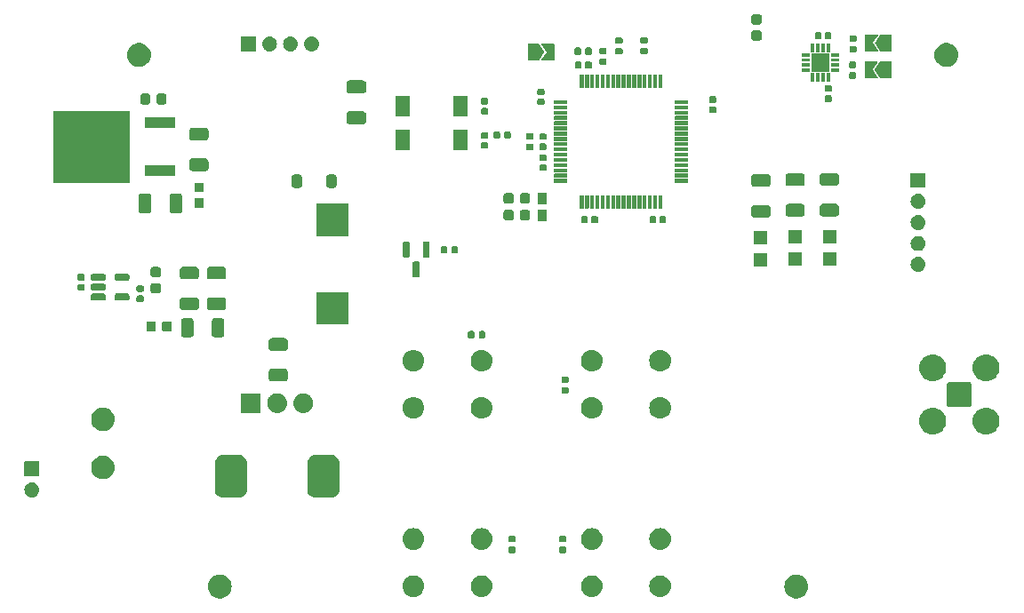
<source format=gbr>
%TF.GenerationSoftware,KiCad,Pcbnew,8.0.6*%
%TF.CreationDate,2025-03-01T18:05:20-05:00*%
%TF.ProjectId,receiver,72656365-6976-4657-922e-6b696361645f,rev?*%
%TF.SameCoordinates,Original*%
%TF.FileFunction,Soldermask,Top*%
%TF.FilePolarity,Negative*%
%FSLAX46Y46*%
G04 Gerber Fmt 4.6, Leading zero omitted, Abs format (unit mm)*
G04 Created by KiCad (PCBNEW 8.0.6) date 2025-03-01 18:05:20*
%MOMM*%
%LPD*%
G01*
G04 APERTURE LIST*
G04 APERTURE END LIST*
G36*
X120204601Y-127209997D02*
G01*
X120400423Y-127285859D01*
X120578971Y-127396411D01*
X120734165Y-127537889D01*
X120860720Y-127705475D01*
X120954326Y-127893462D01*
X121011796Y-128095448D01*
X121031173Y-128304555D01*
X121011796Y-128513662D01*
X120954326Y-128715648D01*
X120860720Y-128903635D01*
X120734165Y-129071221D01*
X120578971Y-129212699D01*
X120400423Y-129323251D01*
X120204601Y-129399113D01*
X119998174Y-129437700D01*
X119788172Y-129437700D01*
X119581745Y-129399113D01*
X119385923Y-129323251D01*
X119207375Y-129212699D01*
X119052181Y-129071221D01*
X118925626Y-128903635D01*
X118832020Y-128715648D01*
X118774550Y-128513662D01*
X118755173Y-128304555D01*
X118774550Y-128095448D01*
X118832020Y-127893462D01*
X118925626Y-127705475D01*
X119052181Y-127537889D01*
X119207375Y-127396411D01*
X119385923Y-127285859D01*
X119581745Y-127209997D01*
X119788172Y-127171410D01*
X119998174Y-127171410D01*
X120204601Y-127209997D01*
G37*
G36*
X175112984Y-127209997D02*
G01*
X175308806Y-127285859D01*
X175487354Y-127396411D01*
X175642548Y-127537889D01*
X175769103Y-127705475D01*
X175862709Y-127893462D01*
X175920179Y-128095448D01*
X175939556Y-128304555D01*
X175920179Y-128513662D01*
X175862709Y-128715648D01*
X175769103Y-128903635D01*
X175642548Y-129071221D01*
X175487354Y-129212699D01*
X175308806Y-129323251D01*
X175112984Y-129399113D01*
X174906557Y-129437700D01*
X174696555Y-129437700D01*
X174490128Y-129399113D01*
X174294306Y-129323251D01*
X174115758Y-129212699D01*
X173960564Y-129071221D01*
X173834009Y-128903635D01*
X173740403Y-128715648D01*
X173682933Y-128513662D01*
X173663556Y-128304555D01*
X173682933Y-128095448D01*
X173740403Y-127893462D01*
X173834009Y-127705475D01*
X173960564Y-127537889D01*
X174115758Y-127396411D01*
X174294306Y-127285859D01*
X174490128Y-127209997D01*
X174696555Y-127171410D01*
X174906557Y-127171410D01*
X175112984Y-127209997D01*
G37*
G36*
X138537461Y-127253297D02*
G01*
X138732182Y-127312365D01*
X138911639Y-127408287D01*
X139068934Y-127537375D01*
X139198022Y-127694670D01*
X139293944Y-127874127D01*
X139353012Y-128068848D01*
X139372957Y-128271352D01*
X139353012Y-128473856D01*
X139293944Y-128668577D01*
X139198022Y-128848034D01*
X139068934Y-129005329D01*
X138911639Y-129134417D01*
X138732182Y-129230339D01*
X138537461Y-129289407D01*
X138334957Y-129309352D01*
X138132453Y-129289407D01*
X137937732Y-129230339D01*
X137758275Y-129134417D01*
X137600980Y-129005329D01*
X137471892Y-128848034D01*
X137375970Y-128668577D01*
X137316902Y-128473856D01*
X137296957Y-128271352D01*
X137316902Y-128068848D01*
X137375970Y-127874127D01*
X137471892Y-127694670D01*
X137600980Y-127537375D01*
X137758275Y-127408287D01*
X137937732Y-127312365D01*
X138132453Y-127253297D01*
X138334957Y-127233352D01*
X138537461Y-127253297D01*
G37*
G36*
X145037461Y-127253297D02*
G01*
X145232182Y-127312365D01*
X145411639Y-127408287D01*
X145568934Y-127537375D01*
X145698022Y-127694670D01*
X145793944Y-127874127D01*
X145853012Y-128068848D01*
X145872957Y-128271352D01*
X145853012Y-128473856D01*
X145793944Y-128668577D01*
X145698022Y-128848034D01*
X145568934Y-129005329D01*
X145411639Y-129134417D01*
X145232182Y-129230339D01*
X145037461Y-129289407D01*
X144834957Y-129309352D01*
X144632453Y-129289407D01*
X144437732Y-129230339D01*
X144258275Y-129134417D01*
X144100980Y-129005329D01*
X143971892Y-128848034D01*
X143875970Y-128668577D01*
X143816902Y-128473856D01*
X143796957Y-128271352D01*
X143816902Y-128068848D01*
X143875970Y-127874127D01*
X143971892Y-127694670D01*
X144100980Y-127537375D01*
X144258275Y-127408287D01*
X144437732Y-127312365D01*
X144632453Y-127253297D01*
X144834957Y-127233352D01*
X145037461Y-127253297D01*
G37*
G36*
X155537461Y-127253297D02*
G01*
X155732182Y-127312365D01*
X155911639Y-127408287D01*
X156068934Y-127537375D01*
X156198022Y-127694670D01*
X156293944Y-127874127D01*
X156353012Y-128068848D01*
X156372957Y-128271352D01*
X156353012Y-128473856D01*
X156293944Y-128668577D01*
X156198022Y-128848034D01*
X156068934Y-129005329D01*
X155911639Y-129134417D01*
X155732182Y-129230339D01*
X155537461Y-129289407D01*
X155334957Y-129309352D01*
X155132453Y-129289407D01*
X154937732Y-129230339D01*
X154758275Y-129134417D01*
X154600980Y-129005329D01*
X154471892Y-128848034D01*
X154375970Y-128668577D01*
X154316902Y-128473856D01*
X154296957Y-128271352D01*
X154316902Y-128068848D01*
X154375970Y-127874127D01*
X154471892Y-127694670D01*
X154600980Y-127537375D01*
X154758275Y-127408287D01*
X154937732Y-127312365D01*
X155132453Y-127253297D01*
X155334957Y-127233352D01*
X155537461Y-127253297D01*
G37*
G36*
X162037461Y-127253297D02*
G01*
X162232182Y-127312365D01*
X162411639Y-127408287D01*
X162568934Y-127537375D01*
X162698022Y-127694670D01*
X162793944Y-127874127D01*
X162853012Y-128068848D01*
X162872957Y-128271352D01*
X162853012Y-128473856D01*
X162793944Y-128668577D01*
X162698022Y-128848034D01*
X162568934Y-129005329D01*
X162411639Y-129134417D01*
X162232182Y-129230339D01*
X162037461Y-129289407D01*
X161834957Y-129309352D01*
X161632453Y-129289407D01*
X161437732Y-129230339D01*
X161258275Y-129134417D01*
X161100980Y-129005329D01*
X160971892Y-128848034D01*
X160875970Y-128668577D01*
X160816902Y-128473856D01*
X160796957Y-128271352D01*
X160816902Y-128068848D01*
X160875970Y-127874127D01*
X160971892Y-127694670D01*
X161100980Y-127537375D01*
X161258275Y-127408287D01*
X161437732Y-127312365D01*
X161632453Y-127253297D01*
X161834957Y-127233352D01*
X162037461Y-127253297D01*
G37*
G36*
X147971881Y-124512462D02*
G01*
X148028006Y-124549964D01*
X148065508Y-124606089D01*
X148078677Y-124672293D01*
X148078677Y-124942293D01*
X148065508Y-125008497D01*
X148028006Y-125064622D01*
X147971881Y-125102124D01*
X147905677Y-125115293D01*
X147535677Y-125115293D01*
X147469473Y-125102124D01*
X147413348Y-125064622D01*
X147375846Y-125008497D01*
X147362677Y-124942293D01*
X147362677Y-124672293D01*
X147375846Y-124606089D01*
X147413348Y-124549964D01*
X147469473Y-124512462D01*
X147535677Y-124499293D01*
X147905677Y-124499293D01*
X147971881Y-124512462D01*
G37*
G36*
X152811652Y-124512462D02*
G01*
X152867777Y-124549964D01*
X152905279Y-124606089D01*
X152918448Y-124672293D01*
X152918448Y-124942293D01*
X152905279Y-125008497D01*
X152867777Y-125064622D01*
X152811652Y-125102124D01*
X152745448Y-125115293D01*
X152375448Y-125115293D01*
X152309244Y-125102124D01*
X152253119Y-125064622D01*
X152215617Y-125008497D01*
X152202448Y-124942293D01*
X152202448Y-124672293D01*
X152215617Y-124606089D01*
X152253119Y-124549964D01*
X152309244Y-124512462D01*
X152375448Y-124499293D01*
X152745448Y-124499293D01*
X152811652Y-124512462D01*
G37*
G36*
X138537461Y-122753297D02*
G01*
X138732182Y-122812365D01*
X138911639Y-122908287D01*
X139068934Y-123037375D01*
X139198022Y-123194670D01*
X139293944Y-123374127D01*
X139353012Y-123568848D01*
X139372957Y-123771352D01*
X139353012Y-123973856D01*
X139293944Y-124168577D01*
X139198022Y-124348034D01*
X139068934Y-124505329D01*
X138911639Y-124634417D01*
X138732182Y-124730339D01*
X138537461Y-124789407D01*
X138334957Y-124809352D01*
X138132453Y-124789407D01*
X137937732Y-124730339D01*
X137758275Y-124634417D01*
X137600980Y-124505329D01*
X137471892Y-124348034D01*
X137375970Y-124168577D01*
X137316902Y-123973856D01*
X137296957Y-123771352D01*
X137316902Y-123568848D01*
X137375970Y-123374127D01*
X137471892Y-123194670D01*
X137600980Y-123037375D01*
X137758275Y-122908287D01*
X137937732Y-122812365D01*
X138132453Y-122753297D01*
X138334957Y-122733352D01*
X138537461Y-122753297D01*
G37*
G36*
X145037461Y-122753297D02*
G01*
X145232182Y-122812365D01*
X145411639Y-122908287D01*
X145568934Y-123037375D01*
X145698022Y-123194670D01*
X145793944Y-123374127D01*
X145853012Y-123568848D01*
X145872957Y-123771352D01*
X145853012Y-123973856D01*
X145793944Y-124168577D01*
X145698022Y-124348034D01*
X145568934Y-124505329D01*
X145411639Y-124634417D01*
X145232182Y-124730339D01*
X145037461Y-124789407D01*
X144834957Y-124809352D01*
X144632453Y-124789407D01*
X144437732Y-124730339D01*
X144258275Y-124634417D01*
X144100980Y-124505329D01*
X143971892Y-124348034D01*
X143875970Y-124168577D01*
X143816902Y-123973856D01*
X143796957Y-123771352D01*
X143816902Y-123568848D01*
X143875970Y-123374127D01*
X143971892Y-123194670D01*
X144100980Y-123037375D01*
X144258275Y-122908287D01*
X144437732Y-122812365D01*
X144632453Y-122753297D01*
X144834957Y-122733352D01*
X145037461Y-122753297D01*
G37*
G36*
X155537461Y-122753297D02*
G01*
X155732182Y-122812365D01*
X155911639Y-122908287D01*
X156068934Y-123037375D01*
X156198022Y-123194670D01*
X156293944Y-123374127D01*
X156353012Y-123568848D01*
X156372957Y-123771352D01*
X156353012Y-123973856D01*
X156293944Y-124168577D01*
X156198022Y-124348034D01*
X156068934Y-124505329D01*
X155911639Y-124634417D01*
X155732182Y-124730339D01*
X155537461Y-124789407D01*
X155334957Y-124809352D01*
X155132453Y-124789407D01*
X154937732Y-124730339D01*
X154758275Y-124634417D01*
X154600980Y-124505329D01*
X154471892Y-124348034D01*
X154375970Y-124168577D01*
X154316902Y-123973856D01*
X154296957Y-123771352D01*
X154316902Y-123568848D01*
X154375970Y-123374127D01*
X154471892Y-123194670D01*
X154600980Y-123037375D01*
X154758275Y-122908287D01*
X154937732Y-122812365D01*
X155132453Y-122753297D01*
X155334957Y-122733352D01*
X155537461Y-122753297D01*
G37*
G36*
X162037461Y-122753297D02*
G01*
X162232182Y-122812365D01*
X162411639Y-122908287D01*
X162568934Y-123037375D01*
X162698022Y-123194670D01*
X162793944Y-123374127D01*
X162853012Y-123568848D01*
X162872957Y-123771352D01*
X162853012Y-123973856D01*
X162793944Y-124168577D01*
X162698022Y-124348034D01*
X162568934Y-124505329D01*
X162411639Y-124634417D01*
X162232182Y-124730339D01*
X162037461Y-124789407D01*
X161834957Y-124809352D01*
X161632453Y-124789407D01*
X161437732Y-124730339D01*
X161258275Y-124634417D01*
X161100980Y-124505329D01*
X160971892Y-124348034D01*
X160875970Y-124168577D01*
X160816902Y-123973856D01*
X160796957Y-123771352D01*
X160816902Y-123568848D01*
X160875970Y-123374127D01*
X160971892Y-123194670D01*
X161100980Y-123037375D01*
X161258275Y-122908287D01*
X161437732Y-122812365D01*
X161632453Y-122753297D01*
X161834957Y-122733352D01*
X162037461Y-122753297D01*
G37*
G36*
X147971881Y-123492462D02*
G01*
X148028006Y-123529964D01*
X148065508Y-123586089D01*
X148078677Y-123652293D01*
X148078677Y-123922293D01*
X148065508Y-123988497D01*
X148028006Y-124044622D01*
X147971881Y-124082124D01*
X147905677Y-124095293D01*
X147535677Y-124095293D01*
X147469473Y-124082124D01*
X147413348Y-124044622D01*
X147375846Y-123988497D01*
X147362677Y-123922293D01*
X147362677Y-123652293D01*
X147375846Y-123586089D01*
X147413348Y-123529964D01*
X147469473Y-123492462D01*
X147535677Y-123479293D01*
X147905677Y-123479293D01*
X147971881Y-123492462D01*
G37*
G36*
X152811652Y-123492462D02*
G01*
X152867777Y-123529964D01*
X152905279Y-123586089D01*
X152918448Y-123652293D01*
X152918448Y-123922293D01*
X152905279Y-123988497D01*
X152867777Y-124044622D01*
X152811652Y-124082124D01*
X152745448Y-124095293D01*
X152375448Y-124095293D01*
X152309244Y-124082124D01*
X152253119Y-124044622D01*
X152215617Y-123988497D01*
X152202448Y-123922293D01*
X152202448Y-123652293D01*
X152215617Y-123586089D01*
X152253119Y-123529964D01*
X152309244Y-123492462D01*
X152375448Y-123479293D01*
X152745448Y-123479293D01*
X152811652Y-123492462D01*
G37*
G36*
X121880425Y-115801144D02*
G01*
X122046979Y-115859424D01*
X122196389Y-115953304D01*
X122321162Y-116078077D01*
X122415042Y-116227487D01*
X122473322Y-116394041D01*
X122493079Y-116569387D01*
X122493079Y-119069387D01*
X122473322Y-119244733D01*
X122415042Y-119411287D01*
X122321162Y-119560697D01*
X122196389Y-119685470D01*
X122046979Y-119779350D01*
X121880425Y-119837630D01*
X121705079Y-119857387D01*
X120205079Y-119857387D01*
X120029733Y-119837630D01*
X119863179Y-119779350D01*
X119713769Y-119685470D01*
X119588996Y-119560697D01*
X119495116Y-119411287D01*
X119436836Y-119244733D01*
X119417079Y-119069387D01*
X119417079Y-116569387D01*
X119436836Y-116394041D01*
X119495116Y-116227487D01*
X119588996Y-116078077D01*
X119713769Y-115953304D01*
X119863179Y-115859424D01*
X120029733Y-115801144D01*
X120205079Y-115781387D01*
X121705079Y-115781387D01*
X121880425Y-115801144D01*
G37*
G36*
X130680425Y-115801144D02*
G01*
X130846979Y-115859424D01*
X130996389Y-115953304D01*
X131121162Y-116078077D01*
X131215042Y-116227487D01*
X131273322Y-116394041D01*
X131293079Y-116569387D01*
X131293079Y-119069387D01*
X131273322Y-119244733D01*
X131215042Y-119411287D01*
X131121162Y-119560697D01*
X130996389Y-119685470D01*
X130846979Y-119779350D01*
X130680425Y-119837630D01*
X130505079Y-119857387D01*
X129005079Y-119857387D01*
X128829733Y-119837630D01*
X128663179Y-119779350D01*
X128513769Y-119685470D01*
X128388996Y-119560697D01*
X128295116Y-119411287D01*
X128236836Y-119244733D01*
X128217079Y-119069387D01*
X128217079Y-116569387D01*
X128236836Y-116394041D01*
X128295116Y-116227487D01*
X128388996Y-116078077D01*
X128513769Y-115953304D01*
X128663179Y-115859424D01*
X128829733Y-115801144D01*
X129005079Y-115781387D01*
X130505079Y-115781387D01*
X130680425Y-115801144D01*
G37*
G36*
X102158222Y-118397451D02*
G01*
X102308924Y-118450184D01*
X102444113Y-118535129D01*
X102557011Y-118648027D01*
X102641956Y-118783216D01*
X102694689Y-118933918D01*
X102712565Y-119092575D01*
X102694689Y-119251232D01*
X102641956Y-119401934D01*
X102557011Y-119537123D01*
X102444113Y-119650021D01*
X102308924Y-119734966D01*
X102158222Y-119787699D01*
X101999565Y-119805575D01*
X101840908Y-119787699D01*
X101690206Y-119734966D01*
X101555017Y-119650021D01*
X101442119Y-119537123D01*
X101357174Y-119401934D01*
X101304441Y-119251232D01*
X101286565Y-119092575D01*
X101304441Y-118933918D01*
X101357174Y-118783216D01*
X101442119Y-118648027D01*
X101555017Y-118535129D01*
X101690206Y-118450184D01*
X101840908Y-118397451D01*
X101999565Y-118379575D01*
X102158222Y-118397451D01*
G37*
G36*
X109066358Y-115886174D02*
G01*
X109258653Y-115960669D01*
X109433984Y-116069230D01*
X109586382Y-116208159D01*
X109710658Y-116372726D01*
X109802578Y-116557326D01*
X109859012Y-116755674D01*
X109878040Y-116961014D01*
X109859012Y-117166354D01*
X109802578Y-117364702D01*
X109710658Y-117549302D01*
X109586382Y-117713869D01*
X109433984Y-117852798D01*
X109258653Y-117961359D01*
X109066358Y-118035854D01*
X108863650Y-118073747D01*
X108657430Y-118073747D01*
X108454722Y-118035854D01*
X108262427Y-117961359D01*
X108087096Y-117852798D01*
X107934698Y-117713869D01*
X107810422Y-117549302D01*
X107718502Y-117364702D01*
X107662068Y-117166354D01*
X107643040Y-116961014D01*
X107662068Y-116755674D01*
X107718502Y-116557326D01*
X107810422Y-116372726D01*
X107934698Y-116208159D01*
X108087096Y-116069230D01*
X108262427Y-115960669D01*
X108454722Y-115886174D01*
X108657430Y-115848281D01*
X108863650Y-115848281D01*
X109066358Y-115886174D01*
G37*
G36*
X102689107Y-116382468D02*
G01*
X102701435Y-116390705D01*
X102709672Y-116403033D01*
X102712565Y-116417575D01*
X102712565Y-117767575D01*
X102709672Y-117782117D01*
X102701435Y-117794445D01*
X102689107Y-117802682D01*
X102674565Y-117805575D01*
X101324565Y-117805575D01*
X101310023Y-117802682D01*
X101297695Y-117794445D01*
X101289458Y-117782117D01*
X101286565Y-117767575D01*
X101286565Y-116417575D01*
X101289458Y-116403033D01*
X101297695Y-116390705D01*
X101310023Y-116382468D01*
X101324565Y-116379575D01*
X102674565Y-116379575D01*
X102689107Y-116382468D01*
G37*
G36*
X188021847Y-111264459D02*
G01*
X188238710Y-111322567D01*
X188442188Y-111417450D01*
X188626098Y-111546226D01*
X188784853Y-111704981D01*
X188913629Y-111888891D01*
X189008512Y-112092369D01*
X189066620Y-112309232D01*
X189086188Y-112532891D01*
X189066620Y-112756550D01*
X189008512Y-112973413D01*
X188913629Y-113176891D01*
X188784853Y-113360801D01*
X188626098Y-113519556D01*
X188442188Y-113648332D01*
X188238710Y-113743215D01*
X188021847Y-113801323D01*
X187798188Y-113820891D01*
X187574529Y-113801323D01*
X187357666Y-113743215D01*
X187154188Y-113648332D01*
X186970278Y-113519556D01*
X186811523Y-113360801D01*
X186682747Y-113176891D01*
X186587864Y-112973413D01*
X186529756Y-112756550D01*
X186510188Y-112532891D01*
X186529756Y-112309232D01*
X186587864Y-112092369D01*
X186682747Y-111888891D01*
X186811523Y-111704981D01*
X186970278Y-111546226D01*
X187154188Y-111417450D01*
X187357666Y-111322567D01*
X187574529Y-111264459D01*
X187798188Y-111244891D01*
X188021847Y-111264459D01*
G37*
G36*
X193101847Y-111264459D02*
G01*
X193318710Y-111322567D01*
X193522188Y-111417450D01*
X193706098Y-111546226D01*
X193864853Y-111704981D01*
X193993629Y-111888891D01*
X194088512Y-112092369D01*
X194146620Y-112309232D01*
X194166188Y-112532891D01*
X194146620Y-112756550D01*
X194088512Y-112973413D01*
X193993629Y-113176891D01*
X193864853Y-113360801D01*
X193706098Y-113519556D01*
X193522188Y-113648332D01*
X193318710Y-113743215D01*
X193101847Y-113801323D01*
X192878188Y-113820891D01*
X192654529Y-113801323D01*
X192437666Y-113743215D01*
X192234188Y-113648332D01*
X192050278Y-113519556D01*
X191891523Y-113360801D01*
X191762747Y-113176891D01*
X191667864Y-112973413D01*
X191609756Y-112756550D01*
X191590188Y-112532891D01*
X191609756Y-112309232D01*
X191667864Y-112092369D01*
X191762747Y-111888891D01*
X191891523Y-111704981D01*
X192050278Y-111546226D01*
X192234188Y-111417450D01*
X192437666Y-111322567D01*
X192654529Y-111264459D01*
X192878188Y-111244891D01*
X193101847Y-111264459D01*
G37*
G36*
X109066358Y-111286173D02*
G01*
X109258653Y-111360668D01*
X109433984Y-111469229D01*
X109586382Y-111608158D01*
X109710658Y-111772725D01*
X109802578Y-111957325D01*
X109859012Y-112155673D01*
X109878040Y-112361013D01*
X109859012Y-112566353D01*
X109802578Y-112764701D01*
X109710658Y-112949301D01*
X109586382Y-113113868D01*
X109433984Y-113252797D01*
X109258653Y-113361358D01*
X109066358Y-113435853D01*
X108863650Y-113473746D01*
X108657430Y-113473746D01*
X108454722Y-113435853D01*
X108262427Y-113361358D01*
X108087096Y-113252797D01*
X107934698Y-113113868D01*
X107810422Y-112949301D01*
X107718502Y-112764701D01*
X107662068Y-112566353D01*
X107643040Y-112361013D01*
X107662068Y-112155673D01*
X107718502Y-111957325D01*
X107810422Y-111772725D01*
X107934698Y-111608158D01*
X108087096Y-111469229D01*
X108262427Y-111360668D01*
X108454722Y-111286173D01*
X108657430Y-111248280D01*
X108863650Y-111248280D01*
X109066358Y-111286173D01*
G37*
G36*
X138537461Y-110253297D02*
G01*
X138732182Y-110312365D01*
X138911639Y-110408287D01*
X139068934Y-110537375D01*
X139198022Y-110694670D01*
X139293944Y-110874127D01*
X139353012Y-111068848D01*
X139372957Y-111271352D01*
X139353012Y-111473856D01*
X139293944Y-111668577D01*
X139198022Y-111848034D01*
X139068934Y-112005329D01*
X138911639Y-112134417D01*
X138732182Y-112230339D01*
X138537461Y-112289407D01*
X138334957Y-112309352D01*
X138132453Y-112289407D01*
X137937732Y-112230339D01*
X137758275Y-112134417D01*
X137600980Y-112005329D01*
X137471892Y-111848034D01*
X137375970Y-111668577D01*
X137316902Y-111473856D01*
X137296957Y-111271352D01*
X137316902Y-111068848D01*
X137375970Y-110874127D01*
X137471892Y-110694670D01*
X137600980Y-110537375D01*
X137758275Y-110408287D01*
X137937732Y-110312365D01*
X138132453Y-110253297D01*
X138334957Y-110233352D01*
X138537461Y-110253297D01*
G37*
G36*
X145037461Y-110253297D02*
G01*
X145232182Y-110312365D01*
X145411639Y-110408287D01*
X145568934Y-110537375D01*
X145698022Y-110694670D01*
X145793944Y-110874127D01*
X145853012Y-111068848D01*
X145872957Y-111271352D01*
X145853012Y-111473856D01*
X145793944Y-111668577D01*
X145698022Y-111848034D01*
X145568934Y-112005329D01*
X145411639Y-112134417D01*
X145232182Y-112230339D01*
X145037461Y-112289407D01*
X144834957Y-112309352D01*
X144632453Y-112289407D01*
X144437732Y-112230339D01*
X144258275Y-112134417D01*
X144100980Y-112005329D01*
X143971892Y-111848034D01*
X143875970Y-111668577D01*
X143816902Y-111473856D01*
X143796957Y-111271352D01*
X143816902Y-111068848D01*
X143875970Y-110874127D01*
X143971892Y-110694670D01*
X144100980Y-110537375D01*
X144258275Y-110408287D01*
X144437732Y-110312365D01*
X144632453Y-110253297D01*
X144834957Y-110233352D01*
X145037461Y-110253297D01*
G37*
G36*
X155537461Y-110253297D02*
G01*
X155732182Y-110312365D01*
X155911639Y-110408287D01*
X156068934Y-110537375D01*
X156198022Y-110694670D01*
X156293944Y-110874127D01*
X156353012Y-111068848D01*
X156372957Y-111271352D01*
X156353012Y-111473856D01*
X156293944Y-111668577D01*
X156198022Y-111848034D01*
X156068934Y-112005329D01*
X155911639Y-112134417D01*
X155732182Y-112230339D01*
X155537461Y-112289407D01*
X155334957Y-112309352D01*
X155132453Y-112289407D01*
X154937732Y-112230339D01*
X154758275Y-112134417D01*
X154600980Y-112005329D01*
X154471892Y-111848034D01*
X154375970Y-111668577D01*
X154316902Y-111473856D01*
X154296957Y-111271352D01*
X154316902Y-111068848D01*
X154375970Y-110874127D01*
X154471892Y-110694670D01*
X154600980Y-110537375D01*
X154758275Y-110408287D01*
X154937732Y-110312365D01*
X155132453Y-110253297D01*
X155334957Y-110233352D01*
X155537461Y-110253297D01*
G37*
G36*
X162037461Y-110253297D02*
G01*
X162232182Y-110312365D01*
X162411639Y-110408287D01*
X162568934Y-110537375D01*
X162698022Y-110694670D01*
X162793944Y-110874127D01*
X162853012Y-111068848D01*
X162872957Y-111271352D01*
X162853012Y-111473856D01*
X162793944Y-111668577D01*
X162698022Y-111848034D01*
X162568934Y-112005329D01*
X162411639Y-112134417D01*
X162232182Y-112230339D01*
X162037461Y-112289407D01*
X161834957Y-112309352D01*
X161632453Y-112289407D01*
X161437732Y-112230339D01*
X161258275Y-112134417D01*
X161100980Y-112005329D01*
X160971892Y-111848034D01*
X160875970Y-111668577D01*
X160816902Y-111473856D01*
X160796957Y-111271352D01*
X160816902Y-111068848D01*
X160875970Y-110874127D01*
X160971892Y-110694670D01*
X161100980Y-110537375D01*
X161258275Y-110408287D01*
X161437732Y-110312365D01*
X161632453Y-110253297D01*
X161834957Y-110233352D01*
X162037461Y-110253297D01*
G37*
G36*
X123769621Y-109884280D02*
G01*
X123781949Y-109892517D01*
X123790186Y-109904845D01*
X123793079Y-109919387D01*
X123793079Y-111719387D01*
X123790186Y-111733929D01*
X123781949Y-111746257D01*
X123769621Y-111754494D01*
X123755079Y-111757387D01*
X121955079Y-111757387D01*
X121940537Y-111754494D01*
X121928209Y-111746257D01*
X121919972Y-111733929D01*
X121917079Y-111719387D01*
X121917079Y-109919387D01*
X121919972Y-109904845D01*
X121928209Y-109892517D01*
X121940537Y-109884280D01*
X121955079Y-109881387D01*
X123755079Y-109881387D01*
X123769621Y-109884280D01*
G37*
G36*
X125406017Y-109886525D02*
G01*
X125453127Y-109886525D01*
X125493803Y-109895171D01*
X125538049Y-109899529D01*
X125593640Y-109916392D01*
X125644937Y-109927296D01*
X125677760Y-109941910D01*
X125713993Y-109952901D01*
X125771568Y-109983676D01*
X125824079Y-110007055D01*
X125848493Y-110024793D01*
X125876137Y-110039569D01*
X125932522Y-110085843D01*
X125982724Y-110122317D01*
X125999024Y-110140420D01*
X126018259Y-110156206D01*
X126069950Y-110219191D01*
X126113937Y-110268044D01*
X126123177Y-110284049D01*
X126134896Y-110298328D01*
X126178249Y-110379435D01*
X126211985Y-110437868D01*
X126215865Y-110449810D01*
X126221564Y-110460472D01*
X126252992Y-110564077D01*
X126272581Y-110624366D01*
X126273270Y-110630925D01*
X126274936Y-110636416D01*
X126291140Y-110800945D01*
X126293079Y-110819387D01*
X126291140Y-110837829D01*
X126274936Y-111002357D01*
X126273270Y-111007847D01*
X126272581Y-111014408D01*
X126252987Y-111074710D01*
X126221564Y-111178301D01*
X126215866Y-111188960D01*
X126211985Y-111200906D01*
X126178241Y-111259350D01*
X126134896Y-111340445D01*
X126123179Y-111354721D01*
X126113937Y-111370730D01*
X126069940Y-111419592D01*
X126018259Y-111482567D01*
X125999028Y-111498349D01*
X125982724Y-111516457D01*
X125932511Y-111552938D01*
X125876137Y-111599204D01*
X125848499Y-111613976D01*
X125824079Y-111631719D01*
X125771557Y-111655102D01*
X125713993Y-111685872D01*
X125677767Y-111696860D01*
X125644937Y-111711478D01*
X125593629Y-111722383D01*
X125538049Y-111739244D01*
X125493812Y-111743600D01*
X125453127Y-111752249D01*
X125406007Y-111752249D01*
X125355079Y-111757265D01*
X125304150Y-111752249D01*
X125257031Y-111752249D01*
X125216346Y-111743601D01*
X125172108Y-111739244D01*
X125116525Y-111722383D01*
X125065221Y-111711478D01*
X125032392Y-111696861D01*
X124996164Y-111685872D01*
X124938594Y-111655100D01*
X124886079Y-111631719D01*
X124861661Y-111613978D01*
X124834020Y-111599204D01*
X124777637Y-111552931D01*
X124727434Y-111516457D01*
X124711132Y-111498352D01*
X124691898Y-111482567D01*
X124640205Y-111419580D01*
X124596221Y-111370730D01*
X124586980Y-111354725D01*
X124575261Y-111340445D01*
X124531902Y-111259327D01*
X124498173Y-111200906D01*
X124494293Y-111188965D01*
X124488593Y-111178301D01*
X124457155Y-111074663D01*
X124437577Y-111014408D01*
X124436887Y-111007852D01*
X124435221Y-111002357D01*
X124419001Y-110837678D01*
X124417079Y-110819387D01*
X124419001Y-110801096D01*
X124435221Y-110636416D01*
X124436888Y-110630920D01*
X124437577Y-110624366D01*
X124457150Y-110564124D01*
X124488593Y-110460472D01*
X124494294Y-110449805D01*
X124498173Y-110437868D01*
X124531895Y-110379459D01*
X124575261Y-110298328D01*
X124586982Y-110284044D01*
X124596221Y-110268044D01*
X124640196Y-110219204D01*
X124691898Y-110156206D01*
X124711136Y-110140417D01*
X124727434Y-110122317D01*
X124777626Y-110085849D01*
X124834020Y-110039569D01*
X124861666Y-110024791D01*
X124886079Y-110007055D01*
X124938583Y-109983678D01*
X124996164Y-109952901D01*
X125032399Y-109941909D01*
X125065221Y-109927296D01*
X125116514Y-109916393D01*
X125172108Y-109899529D01*
X125216354Y-109895171D01*
X125257031Y-109886525D01*
X125304140Y-109886525D01*
X125355079Y-109881508D01*
X125406017Y-109886525D01*
G37*
G36*
X127906017Y-109886525D02*
G01*
X127953127Y-109886525D01*
X127993803Y-109895171D01*
X128038049Y-109899529D01*
X128093640Y-109916392D01*
X128144937Y-109927296D01*
X128177760Y-109941910D01*
X128213993Y-109952901D01*
X128271568Y-109983676D01*
X128324079Y-110007055D01*
X128348493Y-110024793D01*
X128376137Y-110039569D01*
X128432522Y-110085843D01*
X128482724Y-110122317D01*
X128499024Y-110140420D01*
X128518259Y-110156206D01*
X128569950Y-110219191D01*
X128613937Y-110268044D01*
X128623177Y-110284049D01*
X128634896Y-110298328D01*
X128678249Y-110379435D01*
X128711985Y-110437868D01*
X128715865Y-110449810D01*
X128721564Y-110460472D01*
X128752992Y-110564077D01*
X128772581Y-110624366D01*
X128773270Y-110630925D01*
X128774936Y-110636416D01*
X128791140Y-110800945D01*
X128793079Y-110819387D01*
X128791140Y-110837829D01*
X128774936Y-111002357D01*
X128773270Y-111007847D01*
X128772581Y-111014408D01*
X128752987Y-111074710D01*
X128721564Y-111178301D01*
X128715866Y-111188960D01*
X128711985Y-111200906D01*
X128678241Y-111259350D01*
X128634896Y-111340445D01*
X128623179Y-111354721D01*
X128613937Y-111370730D01*
X128569940Y-111419592D01*
X128518259Y-111482567D01*
X128499028Y-111498349D01*
X128482724Y-111516457D01*
X128432511Y-111552938D01*
X128376137Y-111599204D01*
X128348499Y-111613976D01*
X128324079Y-111631719D01*
X128271557Y-111655102D01*
X128213993Y-111685872D01*
X128177767Y-111696860D01*
X128144937Y-111711478D01*
X128093629Y-111722383D01*
X128038049Y-111739244D01*
X127993812Y-111743600D01*
X127953127Y-111752249D01*
X127906007Y-111752249D01*
X127855079Y-111757265D01*
X127804150Y-111752249D01*
X127757031Y-111752249D01*
X127716346Y-111743601D01*
X127672108Y-111739244D01*
X127616525Y-111722383D01*
X127565221Y-111711478D01*
X127532392Y-111696861D01*
X127496164Y-111685872D01*
X127438594Y-111655100D01*
X127386079Y-111631719D01*
X127361661Y-111613978D01*
X127334020Y-111599204D01*
X127277637Y-111552931D01*
X127227434Y-111516457D01*
X127211132Y-111498352D01*
X127191898Y-111482567D01*
X127140205Y-111419580D01*
X127096221Y-111370730D01*
X127086980Y-111354725D01*
X127075261Y-111340445D01*
X127031902Y-111259327D01*
X126998173Y-111200906D01*
X126994293Y-111188965D01*
X126988593Y-111178301D01*
X126957155Y-111074663D01*
X126937577Y-111014408D01*
X126936887Y-111007852D01*
X126935221Y-111002357D01*
X126919001Y-110837678D01*
X126917079Y-110819387D01*
X126919001Y-110801096D01*
X126935221Y-110636416D01*
X126936888Y-110630920D01*
X126937577Y-110624366D01*
X126957150Y-110564124D01*
X126988593Y-110460472D01*
X126994294Y-110449805D01*
X126998173Y-110437868D01*
X127031895Y-110379459D01*
X127075261Y-110298328D01*
X127086982Y-110284044D01*
X127096221Y-110268044D01*
X127140196Y-110219204D01*
X127191898Y-110156206D01*
X127211136Y-110140417D01*
X127227434Y-110122317D01*
X127277626Y-110085849D01*
X127334020Y-110039569D01*
X127361666Y-110024791D01*
X127386079Y-110007055D01*
X127438583Y-109983678D01*
X127496164Y-109952901D01*
X127532399Y-109941909D01*
X127565221Y-109927296D01*
X127616514Y-109916393D01*
X127672108Y-109899529D01*
X127716354Y-109895171D01*
X127757031Y-109886525D01*
X127804140Y-109886525D01*
X127855079Y-109881508D01*
X127906017Y-109886525D01*
G37*
G36*
X191379205Y-108823015D02*
G01*
X191456450Y-108874629D01*
X191508064Y-108951874D01*
X191526188Y-109042991D01*
X191526188Y-110942791D01*
X191508064Y-111033908D01*
X191456450Y-111111153D01*
X191379205Y-111162767D01*
X191288088Y-111180891D01*
X189388288Y-111180891D01*
X189297171Y-111162767D01*
X189219926Y-111111153D01*
X189168312Y-111033908D01*
X189150188Y-110942791D01*
X189150188Y-109042991D01*
X189168312Y-108951874D01*
X189219926Y-108874629D01*
X189297171Y-108823015D01*
X189388288Y-108804891D01*
X191288088Y-108804891D01*
X191379205Y-108823015D01*
G37*
G36*
X153052120Y-109310278D02*
G01*
X153108245Y-109347780D01*
X153145747Y-109403905D01*
X153158916Y-109470109D01*
X153158916Y-109740109D01*
X153145747Y-109806313D01*
X153108245Y-109862438D01*
X153052120Y-109899940D01*
X152985916Y-109913109D01*
X152615916Y-109913109D01*
X152549712Y-109899940D01*
X152493587Y-109862438D01*
X152456085Y-109806313D01*
X152442916Y-109740109D01*
X152442916Y-109470109D01*
X152456085Y-109403905D01*
X152493587Y-109347780D01*
X152549712Y-109310278D01*
X152615916Y-109297109D01*
X152985916Y-109297109D01*
X153052120Y-109310278D01*
G37*
G36*
X153052120Y-108290278D02*
G01*
X153108245Y-108327780D01*
X153145747Y-108383905D01*
X153158916Y-108450109D01*
X153158916Y-108720109D01*
X153145747Y-108786313D01*
X153108245Y-108842438D01*
X153052120Y-108879940D01*
X152985916Y-108893109D01*
X152615916Y-108893109D01*
X152549712Y-108879940D01*
X152493587Y-108842438D01*
X152456085Y-108786313D01*
X152442916Y-108720109D01*
X152442916Y-108450109D01*
X152456085Y-108383905D01*
X152493587Y-108327780D01*
X152549712Y-108290278D01*
X152615916Y-108277109D01*
X152985916Y-108277109D01*
X153052120Y-108290278D01*
G37*
G36*
X126147619Y-107554241D02*
G01*
X126151638Y-107556015D01*
X126155612Y-107556539D01*
X126205332Y-107579724D01*
X126244440Y-107596992D01*
X126246254Y-107598806D01*
X126246650Y-107598991D01*
X126317280Y-107669621D01*
X126317464Y-107670016D01*
X126319280Y-107671832D01*
X126336557Y-107710960D01*
X126359732Y-107760659D01*
X126360254Y-107764630D01*
X126362031Y-107768653D01*
X126369681Y-107834591D01*
X126369681Y-108459591D01*
X126362031Y-108525529D01*
X126360254Y-108529552D01*
X126359732Y-108533522D01*
X126336565Y-108583202D01*
X126319280Y-108622350D01*
X126317463Y-108624166D01*
X126317280Y-108624560D01*
X126246650Y-108695190D01*
X126246256Y-108695373D01*
X126244440Y-108697190D01*
X126205292Y-108714475D01*
X126155612Y-108737642D01*
X126151642Y-108738164D01*
X126147619Y-108739941D01*
X126081681Y-108747591D01*
X124831681Y-108747591D01*
X124765743Y-108739941D01*
X124761720Y-108738164D01*
X124757749Y-108737642D01*
X124708050Y-108714467D01*
X124668922Y-108697190D01*
X124667106Y-108695374D01*
X124666711Y-108695190D01*
X124596081Y-108624560D01*
X124595896Y-108624164D01*
X124594082Y-108622350D01*
X124576814Y-108583242D01*
X124553629Y-108533522D01*
X124553105Y-108529548D01*
X124551331Y-108525529D01*
X124543681Y-108459591D01*
X124543681Y-107834591D01*
X124551331Y-107768653D01*
X124553105Y-107764633D01*
X124553629Y-107760659D01*
X124576822Y-107710920D01*
X124594082Y-107671832D01*
X124595895Y-107670018D01*
X124596081Y-107669621D01*
X124666711Y-107598991D01*
X124667108Y-107598805D01*
X124668922Y-107596992D01*
X124708010Y-107579732D01*
X124757749Y-107556539D01*
X124761723Y-107556015D01*
X124765743Y-107554241D01*
X124831681Y-107546591D01*
X126081681Y-107546591D01*
X126147619Y-107554241D01*
G37*
G36*
X188021847Y-106184459D02*
G01*
X188238710Y-106242567D01*
X188442188Y-106337450D01*
X188626098Y-106466226D01*
X188784853Y-106624981D01*
X188913629Y-106808891D01*
X189008512Y-107012369D01*
X189066620Y-107229232D01*
X189086188Y-107452891D01*
X189066620Y-107676550D01*
X189008512Y-107893413D01*
X188913629Y-108096891D01*
X188784853Y-108280801D01*
X188626098Y-108439556D01*
X188442188Y-108568332D01*
X188238710Y-108663215D01*
X188021847Y-108721323D01*
X187798188Y-108740891D01*
X187574529Y-108721323D01*
X187357666Y-108663215D01*
X187154188Y-108568332D01*
X186970278Y-108439556D01*
X186811523Y-108280801D01*
X186682747Y-108096891D01*
X186587864Y-107893413D01*
X186529756Y-107676550D01*
X186510188Y-107452891D01*
X186529756Y-107229232D01*
X186587864Y-107012369D01*
X186682747Y-106808891D01*
X186811523Y-106624981D01*
X186970278Y-106466226D01*
X187154188Y-106337450D01*
X187357666Y-106242567D01*
X187574529Y-106184459D01*
X187798188Y-106164891D01*
X188021847Y-106184459D01*
G37*
G36*
X193101847Y-106184459D02*
G01*
X193318710Y-106242567D01*
X193522188Y-106337450D01*
X193706098Y-106466226D01*
X193864853Y-106624981D01*
X193993629Y-106808891D01*
X194088512Y-107012369D01*
X194146620Y-107229232D01*
X194166188Y-107452891D01*
X194146620Y-107676550D01*
X194088512Y-107893413D01*
X193993629Y-108096891D01*
X193864853Y-108280801D01*
X193706098Y-108439556D01*
X193522188Y-108568332D01*
X193318710Y-108663215D01*
X193101847Y-108721323D01*
X192878188Y-108740891D01*
X192654529Y-108721323D01*
X192437666Y-108663215D01*
X192234188Y-108568332D01*
X192050278Y-108439556D01*
X191891523Y-108280801D01*
X191762747Y-108096891D01*
X191667864Y-107893413D01*
X191609756Y-107676550D01*
X191590188Y-107452891D01*
X191609756Y-107229232D01*
X191667864Y-107012369D01*
X191762747Y-106808891D01*
X191891523Y-106624981D01*
X192050278Y-106466226D01*
X192234188Y-106337450D01*
X192437666Y-106242567D01*
X192654529Y-106184459D01*
X192878188Y-106164891D01*
X193101847Y-106184459D01*
G37*
G36*
X138537461Y-105753297D02*
G01*
X138732182Y-105812365D01*
X138911639Y-105908287D01*
X139068934Y-106037375D01*
X139198022Y-106194670D01*
X139293944Y-106374127D01*
X139353012Y-106568848D01*
X139372957Y-106771352D01*
X139353012Y-106973856D01*
X139293944Y-107168577D01*
X139198022Y-107348034D01*
X139068934Y-107505329D01*
X138911639Y-107634417D01*
X138732182Y-107730339D01*
X138537461Y-107789407D01*
X138334957Y-107809352D01*
X138132453Y-107789407D01*
X137937732Y-107730339D01*
X137758275Y-107634417D01*
X137600980Y-107505329D01*
X137471892Y-107348034D01*
X137375970Y-107168577D01*
X137316902Y-106973856D01*
X137296957Y-106771352D01*
X137316902Y-106568848D01*
X137375970Y-106374127D01*
X137471892Y-106194670D01*
X137600980Y-106037375D01*
X137758275Y-105908287D01*
X137937732Y-105812365D01*
X138132453Y-105753297D01*
X138334957Y-105733352D01*
X138537461Y-105753297D01*
G37*
G36*
X145037461Y-105753297D02*
G01*
X145232182Y-105812365D01*
X145411639Y-105908287D01*
X145568934Y-106037375D01*
X145698022Y-106194670D01*
X145793944Y-106374127D01*
X145853012Y-106568848D01*
X145872957Y-106771352D01*
X145853012Y-106973856D01*
X145793944Y-107168577D01*
X145698022Y-107348034D01*
X145568934Y-107505329D01*
X145411639Y-107634417D01*
X145232182Y-107730339D01*
X145037461Y-107789407D01*
X144834957Y-107809352D01*
X144632453Y-107789407D01*
X144437732Y-107730339D01*
X144258275Y-107634417D01*
X144100980Y-107505329D01*
X143971892Y-107348034D01*
X143875970Y-107168577D01*
X143816902Y-106973856D01*
X143796957Y-106771352D01*
X143816902Y-106568848D01*
X143875970Y-106374127D01*
X143971892Y-106194670D01*
X144100980Y-106037375D01*
X144258275Y-105908287D01*
X144437732Y-105812365D01*
X144632453Y-105753297D01*
X144834957Y-105733352D01*
X145037461Y-105753297D01*
G37*
G36*
X155537461Y-105753297D02*
G01*
X155732182Y-105812365D01*
X155911639Y-105908287D01*
X156068934Y-106037375D01*
X156198022Y-106194670D01*
X156293944Y-106374127D01*
X156353012Y-106568848D01*
X156372957Y-106771352D01*
X156353012Y-106973856D01*
X156293944Y-107168577D01*
X156198022Y-107348034D01*
X156068934Y-107505329D01*
X155911639Y-107634417D01*
X155732182Y-107730339D01*
X155537461Y-107789407D01*
X155334957Y-107809352D01*
X155132453Y-107789407D01*
X154937732Y-107730339D01*
X154758275Y-107634417D01*
X154600980Y-107505329D01*
X154471892Y-107348034D01*
X154375970Y-107168577D01*
X154316902Y-106973856D01*
X154296957Y-106771352D01*
X154316902Y-106568848D01*
X154375970Y-106374127D01*
X154471892Y-106194670D01*
X154600980Y-106037375D01*
X154758275Y-105908287D01*
X154937732Y-105812365D01*
X155132453Y-105753297D01*
X155334957Y-105733352D01*
X155537461Y-105753297D01*
G37*
G36*
X162037461Y-105753297D02*
G01*
X162232182Y-105812365D01*
X162411639Y-105908287D01*
X162568934Y-106037375D01*
X162698022Y-106194670D01*
X162793944Y-106374127D01*
X162853012Y-106568848D01*
X162872957Y-106771352D01*
X162853012Y-106973856D01*
X162793944Y-107168577D01*
X162698022Y-107348034D01*
X162568934Y-107505329D01*
X162411639Y-107634417D01*
X162232182Y-107730339D01*
X162037461Y-107789407D01*
X161834957Y-107809352D01*
X161632453Y-107789407D01*
X161437732Y-107730339D01*
X161258275Y-107634417D01*
X161100980Y-107505329D01*
X160971892Y-107348034D01*
X160875970Y-107168577D01*
X160816902Y-106973856D01*
X160796957Y-106771352D01*
X160816902Y-106568848D01*
X160875970Y-106374127D01*
X160971892Y-106194670D01*
X161100980Y-106037375D01*
X161258275Y-105908287D01*
X161437732Y-105812365D01*
X161632453Y-105753297D01*
X161834957Y-105733352D01*
X162037461Y-105753297D01*
G37*
G36*
X126147619Y-104629241D02*
G01*
X126151638Y-104631015D01*
X126155612Y-104631539D01*
X126205332Y-104654724D01*
X126244440Y-104671992D01*
X126246254Y-104673806D01*
X126246650Y-104673991D01*
X126317280Y-104744621D01*
X126317464Y-104745016D01*
X126319280Y-104746832D01*
X126336557Y-104785960D01*
X126359732Y-104835659D01*
X126360254Y-104839630D01*
X126362031Y-104843653D01*
X126369681Y-104909591D01*
X126369681Y-105534591D01*
X126362031Y-105600529D01*
X126360254Y-105604552D01*
X126359732Y-105608522D01*
X126336565Y-105658202D01*
X126319280Y-105697350D01*
X126317463Y-105699166D01*
X126317280Y-105699560D01*
X126246650Y-105770190D01*
X126246256Y-105770373D01*
X126244440Y-105772190D01*
X126205292Y-105789475D01*
X126155612Y-105812642D01*
X126151642Y-105813164D01*
X126147619Y-105814941D01*
X126081681Y-105822591D01*
X124831681Y-105822591D01*
X124765743Y-105814941D01*
X124761720Y-105813164D01*
X124757749Y-105812642D01*
X124708050Y-105789467D01*
X124668922Y-105772190D01*
X124667106Y-105770374D01*
X124666711Y-105770190D01*
X124596081Y-105699560D01*
X124595896Y-105699164D01*
X124594082Y-105697350D01*
X124576814Y-105658242D01*
X124553629Y-105608522D01*
X124553105Y-105604548D01*
X124551331Y-105600529D01*
X124543681Y-105534591D01*
X124543681Y-104909591D01*
X124551331Y-104843653D01*
X124553105Y-104839633D01*
X124553629Y-104835659D01*
X124576822Y-104785920D01*
X124594082Y-104746832D01*
X124595895Y-104745018D01*
X124596081Y-104744621D01*
X124666711Y-104673991D01*
X124667108Y-104673805D01*
X124668922Y-104671992D01*
X124708010Y-104654732D01*
X124757749Y-104631539D01*
X124761723Y-104631015D01*
X124765743Y-104629241D01*
X124831681Y-104621591D01*
X126081681Y-104621591D01*
X126147619Y-104629241D01*
G37*
G36*
X144047751Y-103951865D02*
G01*
X144103876Y-103989367D01*
X144141378Y-104045492D01*
X144154547Y-104111696D01*
X144154547Y-104481696D01*
X144141378Y-104547900D01*
X144103876Y-104604025D01*
X144047751Y-104641527D01*
X143981547Y-104654696D01*
X143711547Y-104654696D01*
X143645343Y-104641527D01*
X143589218Y-104604025D01*
X143551716Y-104547900D01*
X143538547Y-104481696D01*
X143538547Y-104111696D01*
X143551716Y-104045492D01*
X143589218Y-103989367D01*
X143645343Y-103951865D01*
X143711547Y-103938696D01*
X143981547Y-103938696D01*
X144047751Y-103951865D01*
G37*
G36*
X145067751Y-103951865D02*
G01*
X145123876Y-103989367D01*
X145161378Y-104045492D01*
X145174547Y-104111696D01*
X145174547Y-104481696D01*
X145161378Y-104547900D01*
X145123876Y-104604025D01*
X145067751Y-104641527D01*
X145001547Y-104654696D01*
X144731547Y-104654696D01*
X144665343Y-104641527D01*
X144609218Y-104604025D01*
X144571716Y-104547900D01*
X144558547Y-104481696D01*
X144558547Y-104111696D01*
X144571716Y-104045492D01*
X144609218Y-103989367D01*
X144665343Y-103951865D01*
X144731547Y-103938696D01*
X145001547Y-103938696D01*
X145067751Y-103951865D01*
G37*
G36*
X117180752Y-102728363D02*
G01*
X117184771Y-102730137D01*
X117188745Y-102730661D01*
X117238465Y-102753846D01*
X117277573Y-102771114D01*
X117279387Y-102772928D01*
X117279783Y-102773113D01*
X117350413Y-102843743D01*
X117350597Y-102844138D01*
X117352413Y-102845954D01*
X117369690Y-102885082D01*
X117392865Y-102934781D01*
X117393387Y-102938752D01*
X117395164Y-102942775D01*
X117402814Y-103008713D01*
X117402814Y-104258713D01*
X117395164Y-104324651D01*
X117393387Y-104328674D01*
X117392865Y-104332644D01*
X117369698Y-104382324D01*
X117352413Y-104421472D01*
X117350596Y-104423288D01*
X117350413Y-104423682D01*
X117279783Y-104494312D01*
X117279389Y-104494495D01*
X117277573Y-104496312D01*
X117238425Y-104513597D01*
X117188745Y-104536764D01*
X117184775Y-104537286D01*
X117180752Y-104539063D01*
X117114814Y-104546713D01*
X116489814Y-104546713D01*
X116423876Y-104539063D01*
X116419853Y-104537286D01*
X116415882Y-104536764D01*
X116366183Y-104513589D01*
X116327055Y-104496312D01*
X116325239Y-104494496D01*
X116324844Y-104494312D01*
X116254214Y-104423682D01*
X116254029Y-104423286D01*
X116252215Y-104421472D01*
X116234947Y-104382364D01*
X116211762Y-104332644D01*
X116211238Y-104328670D01*
X116209464Y-104324651D01*
X116201814Y-104258713D01*
X116201814Y-103008713D01*
X116209464Y-102942775D01*
X116211238Y-102938755D01*
X116211762Y-102934781D01*
X116234955Y-102885042D01*
X116252215Y-102845954D01*
X116254028Y-102844140D01*
X116254214Y-102843743D01*
X116324844Y-102773113D01*
X116325241Y-102772927D01*
X116327055Y-102771114D01*
X116366143Y-102753854D01*
X116415882Y-102730661D01*
X116419856Y-102730137D01*
X116423876Y-102728363D01*
X116489814Y-102720713D01*
X117114814Y-102720713D01*
X117180752Y-102728363D01*
G37*
G36*
X120105752Y-102728363D02*
G01*
X120109771Y-102730137D01*
X120113745Y-102730661D01*
X120163465Y-102753846D01*
X120202573Y-102771114D01*
X120204387Y-102772928D01*
X120204783Y-102773113D01*
X120275413Y-102843743D01*
X120275597Y-102844138D01*
X120277413Y-102845954D01*
X120294690Y-102885082D01*
X120317865Y-102934781D01*
X120318387Y-102938752D01*
X120320164Y-102942775D01*
X120327814Y-103008713D01*
X120327814Y-104258713D01*
X120320164Y-104324651D01*
X120318387Y-104328674D01*
X120317865Y-104332644D01*
X120294698Y-104382324D01*
X120277413Y-104421472D01*
X120275596Y-104423288D01*
X120275413Y-104423682D01*
X120204783Y-104494312D01*
X120204389Y-104494495D01*
X120202573Y-104496312D01*
X120163425Y-104513597D01*
X120113745Y-104536764D01*
X120109775Y-104537286D01*
X120105752Y-104539063D01*
X120039814Y-104546713D01*
X119414814Y-104546713D01*
X119348876Y-104539063D01*
X119344853Y-104537286D01*
X119340882Y-104536764D01*
X119291183Y-104513589D01*
X119252055Y-104496312D01*
X119250239Y-104494496D01*
X119249844Y-104494312D01*
X119179214Y-104423682D01*
X119179029Y-104423286D01*
X119177215Y-104421472D01*
X119159947Y-104382364D01*
X119136762Y-104332644D01*
X119136238Y-104328670D01*
X119134464Y-104324651D01*
X119126814Y-104258713D01*
X119126814Y-103008713D01*
X119134464Y-102942775D01*
X119136238Y-102938755D01*
X119136762Y-102934781D01*
X119159955Y-102885042D01*
X119177215Y-102845954D01*
X119179028Y-102844140D01*
X119179214Y-102843743D01*
X119249844Y-102773113D01*
X119250241Y-102772927D01*
X119252055Y-102771114D01*
X119291143Y-102753854D01*
X119340882Y-102730661D01*
X119344856Y-102730137D01*
X119348876Y-102728363D01*
X119414814Y-102720713D01*
X120039814Y-102720713D01*
X120105752Y-102728363D01*
G37*
G36*
X113767670Y-103084064D02*
G01*
X113779998Y-103092301D01*
X113788235Y-103104629D01*
X113791128Y-103119171D01*
X113791128Y-103919171D01*
X113788235Y-103933713D01*
X113779998Y-103946041D01*
X113767670Y-103954278D01*
X113753128Y-103957171D01*
X112953128Y-103957171D01*
X112938586Y-103954278D01*
X112926258Y-103946041D01*
X112918021Y-103933713D01*
X112915128Y-103919171D01*
X112915128Y-103119171D01*
X112918021Y-103104629D01*
X112926258Y-103092301D01*
X112938586Y-103084064D01*
X112953128Y-103081171D01*
X113753128Y-103081171D01*
X113767670Y-103084064D01*
G37*
G36*
X115267670Y-103084064D02*
G01*
X115279998Y-103092301D01*
X115288235Y-103104629D01*
X115291128Y-103119171D01*
X115291128Y-103919171D01*
X115288235Y-103933713D01*
X115279998Y-103946041D01*
X115267670Y-103954278D01*
X115253128Y-103957171D01*
X114453128Y-103957171D01*
X114438586Y-103954278D01*
X114426258Y-103946041D01*
X114418021Y-103933713D01*
X114415128Y-103919171D01*
X114415128Y-103119171D01*
X114418021Y-103104629D01*
X114426258Y-103092301D01*
X114438586Y-103084064D01*
X114453128Y-103081171D01*
X115253128Y-103081171D01*
X115267670Y-103084064D01*
G37*
G36*
X132164375Y-100228143D02*
G01*
X132176703Y-100236380D01*
X132184940Y-100248708D01*
X132187833Y-100263250D01*
X132187833Y-103263250D01*
X132184940Y-103277792D01*
X132176703Y-103290120D01*
X132164375Y-103298357D01*
X132149833Y-103301250D01*
X129149833Y-103301250D01*
X129135291Y-103298357D01*
X129122963Y-103290120D01*
X129114726Y-103277792D01*
X129111833Y-103263250D01*
X129111833Y-100263250D01*
X129114726Y-100248708D01*
X129122963Y-100236380D01*
X129135291Y-100228143D01*
X129149833Y-100225250D01*
X132149833Y-100225250D01*
X132164375Y-100228143D01*
G37*
G36*
X117695792Y-100761664D02*
G01*
X117699811Y-100763438D01*
X117703785Y-100763962D01*
X117753505Y-100787147D01*
X117792613Y-100804415D01*
X117794427Y-100806229D01*
X117794823Y-100806414D01*
X117865453Y-100877044D01*
X117865637Y-100877439D01*
X117867453Y-100879255D01*
X117884730Y-100918383D01*
X117907905Y-100968082D01*
X117908427Y-100972053D01*
X117910204Y-100976076D01*
X117917854Y-101042014D01*
X117917854Y-101667014D01*
X117910204Y-101732952D01*
X117908427Y-101736975D01*
X117907905Y-101740945D01*
X117884738Y-101790625D01*
X117867453Y-101829773D01*
X117865636Y-101831589D01*
X117865453Y-101831983D01*
X117794823Y-101902613D01*
X117794429Y-101902796D01*
X117792613Y-101904613D01*
X117753465Y-101921898D01*
X117703785Y-101945065D01*
X117699815Y-101945587D01*
X117695792Y-101947364D01*
X117629854Y-101955014D01*
X116379854Y-101955014D01*
X116313916Y-101947364D01*
X116309893Y-101945587D01*
X116305922Y-101945065D01*
X116256223Y-101921890D01*
X116217095Y-101904613D01*
X116215279Y-101902797D01*
X116214884Y-101902613D01*
X116144254Y-101831983D01*
X116144069Y-101831587D01*
X116142255Y-101829773D01*
X116124987Y-101790665D01*
X116101802Y-101740945D01*
X116101278Y-101736971D01*
X116099504Y-101732952D01*
X116091854Y-101667014D01*
X116091854Y-101042014D01*
X116099504Y-100976076D01*
X116101278Y-100972056D01*
X116101802Y-100968082D01*
X116124995Y-100918343D01*
X116142255Y-100879255D01*
X116144068Y-100877441D01*
X116144254Y-100877044D01*
X116214884Y-100806414D01*
X116215281Y-100806228D01*
X116217095Y-100804415D01*
X116256183Y-100787155D01*
X116305922Y-100763962D01*
X116309896Y-100763438D01*
X116313916Y-100761664D01*
X116379854Y-100754014D01*
X117629854Y-100754014D01*
X117695792Y-100761664D01*
G37*
G36*
X120272982Y-100761664D02*
G01*
X120277001Y-100763438D01*
X120280975Y-100763962D01*
X120330695Y-100787147D01*
X120369803Y-100804415D01*
X120371617Y-100806229D01*
X120372013Y-100806414D01*
X120442643Y-100877044D01*
X120442827Y-100877439D01*
X120444643Y-100879255D01*
X120461920Y-100918383D01*
X120485095Y-100968082D01*
X120485617Y-100972053D01*
X120487394Y-100976076D01*
X120495044Y-101042014D01*
X120495044Y-101667014D01*
X120487394Y-101732952D01*
X120485617Y-101736975D01*
X120485095Y-101740945D01*
X120461928Y-101790625D01*
X120444643Y-101829773D01*
X120442826Y-101831589D01*
X120442643Y-101831983D01*
X120372013Y-101902613D01*
X120371619Y-101902796D01*
X120369803Y-101904613D01*
X120330655Y-101921898D01*
X120280975Y-101945065D01*
X120277005Y-101945587D01*
X120272982Y-101947364D01*
X120207044Y-101955014D01*
X118957044Y-101955014D01*
X118891106Y-101947364D01*
X118887083Y-101945587D01*
X118883112Y-101945065D01*
X118833413Y-101921890D01*
X118794285Y-101904613D01*
X118792469Y-101902797D01*
X118792074Y-101902613D01*
X118721444Y-101831983D01*
X118721259Y-101831587D01*
X118719445Y-101829773D01*
X118702177Y-101790665D01*
X118678992Y-101740945D01*
X118678468Y-101736971D01*
X118676694Y-101732952D01*
X118669044Y-101667014D01*
X118669044Y-101042014D01*
X118676694Y-100976076D01*
X118678468Y-100972056D01*
X118678992Y-100968082D01*
X118702185Y-100918343D01*
X118719445Y-100879255D01*
X118721258Y-100877441D01*
X118721444Y-100877044D01*
X118792074Y-100806414D01*
X118792471Y-100806228D01*
X118794285Y-100804415D01*
X118833373Y-100787155D01*
X118883112Y-100763962D01*
X118887086Y-100763438D01*
X118891106Y-100761664D01*
X118957044Y-100754014D01*
X120207044Y-100754014D01*
X120272982Y-100761664D01*
G37*
G36*
X112543576Y-100570714D02*
G01*
X112601323Y-100609300D01*
X112639909Y-100667047D01*
X112653458Y-100735165D01*
X112653458Y-101015165D01*
X112639909Y-101083283D01*
X112601323Y-101141030D01*
X112543576Y-101179616D01*
X112475458Y-101193165D01*
X112135458Y-101193165D01*
X112067340Y-101179616D01*
X112009593Y-101141030D01*
X111971007Y-101083283D01*
X111957458Y-101015165D01*
X111957458Y-100735165D01*
X111971007Y-100667047D01*
X112009593Y-100609300D01*
X112067340Y-100570714D01*
X112135458Y-100557165D01*
X112475458Y-100557165D01*
X112543576Y-100570714D01*
G37*
G36*
X108899265Y-100389706D02*
G01*
X108960257Y-100430459D01*
X109001010Y-100491451D01*
X109015321Y-100563395D01*
X109015321Y-100863395D01*
X109001010Y-100935339D01*
X108960257Y-100996331D01*
X108899265Y-101037084D01*
X108827321Y-101051395D01*
X107802321Y-101051395D01*
X107730377Y-101037084D01*
X107669385Y-100996331D01*
X107628632Y-100935339D01*
X107614321Y-100863395D01*
X107614321Y-100563395D01*
X107628632Y-100491451D01*
X107669385Y-100430459D01*
X107730377Y-100389706D01*
X107802321Y-100375395D01*
X108827321Y-100375395D01*
X108899265Y-100389706D01*
G37*
G36*
X111174265Y-100389706D02*
G01*
X111235257Y-100430459D01*
X111276010Y-100491451D01*
X111290321Y-100563395D01*
X111290321Y-100863395D01*
X111276010Y-100935339D01*
X111235257Y-100996331D01*
X111174265Y-101037084D01*
X111102321Y-101051395D01*
X110077321Y-101051395D01*
X110005377Y-101037084D01*
X109944385Y-100996331D01*
X109903632Y-100935339D01*
X109889321Y-100863395D01*
X109889321Y-100563395D01*
X109903632Y-100491451D01*
X109944385Y-100430459D01*
X110005377Y-100389706D01*
X110077321Y-100375395D01*
X111102321Y-100375395D01*
X111174265Y-100389706D01*
G37*
G36*
X114062300Y-99396530D02*
G01*
X114119581Y-99403175D01*
X114139154Y-99411817D01*
X114160929Y-99416149D01*
X114184241Y-99431726D01*
X114208669Y-99442512D01*
X114225352Y-99459195D01*
X114246252Y-99473160D01*
X114260216Y-99494059D01*
X114276899Y-99510742D01*
X114287684Y-99535167D01*
X114303263Y-99558483D01*
X114307594Y-99580259D01*
X114316236Y-99599830D01*
X114322879Y-99657099D01*
X114323283Y-99659129D01*
X114323283Y-100109129D01*
X114322879Y-100111158D01*
X114316236Y-100168427D01*
X114307595Y-100187996D01*
X114303263Y-100209775D01*
X114287682Y-100233092D01*
X114276899Y-100257515D01*
X114260218Y-100274195D01*
X114246252Y-100295098D01*
X114225349Y-100309064D01*
X114208669Y-100325745D01*
X114184246Y-100336528D01*
X114160929Y-100352109D01*
X114139150Y-100356441D01*
X114119581Y-100365082D01*
X114062313Y-100371725D01*
X114060283Y-100372129D01*
X113560283Y-100372129D01*
X113558254Y-100371725D01*
X113500984Y-100365082D01*
X113481413Y-100356440D01*
X113459637Y-100352109D01*
X113436321Y-100336530D01*
X113411896Y-100325745D01*
X113395213Y-100309062D01*
X113374314Y-100295098D01*
X113360349Y-100274198D01*
X113343666Y-100257515D01*
X113332880Y-100233087D01*
X113317303Y-100209775D01*
X113312971Y-100188000D01*
X113304329Y-100168427D01*
X113297684Y-100111147D01*
X113297283Y-100109129D01*
X113297283Y-99659129D01*
X113297684Y-99657112D01*
X113304329Y-99599830D01*
X113312972Y-99580255D01*
X113317303Y-99558483D01*
X113332878Y-99535172D01*
X113343666Y-99510742D01*
X113360351Y-99494056D01*
X113374314Y-99473160D01*
X113395210Y-99459197D01*
X113411896Y-99442512D01*
X113436326Y-99431724D01*
X113459637Y-99416149D01*
X113481409Y-99411818D01*
X113500984Y-99403175D01*
X113558265Y-99396530D01*
X113560283Y-99396129D01*
X114060283Y-99396129D01*
X114062300Y-99396530D01*
G37*
G36*
X112543576Y-99610714D02*
G01*
X112601323Y-99649300D01*
X112639909Y-99707047D01*
X112653458Y-99775165D01*
X112653458Y-100055165D01*
X112639909Y-100123283D01*
X112601323Y-100181030D01*
X112543576Y-100219616D01*
X112475458Y-100233165D01*
X112135458Y-100233165D01*
X112067340Y-100219616D01*
X112009593Y-100181030D01*
X111971007Y-100123283D01*
X111957458Y-100055165D01*
X111957458Y-99775165D01*
X111971007Y-99707047D01*
X112009593Y-99649300D01*
X112067340Y-99610714D01*
X112135458Y-99597165D01*
X112475458Y-99597165D01*
X112543576Y-99610714D01*
G37*
G36*
X108899265Y-99439706D02*
G01*
X108960257Y-99480459D01*
X109001010Y-99541451D01*
X109015321Y-99613395D01*
X109015321Y-99913395D01*
X109001010Y-99985339D01*
X108960257Y-100046331D01*
X108899265Y-100087084D01*
X108827321Y-100101395D01*
X107802321Y-100101395D01*
X107730377Y-100087084D01*
X107669385Y-100046331D01*
X107628632Y-99985339D01*
X107614321Y-99913395D01*
X107614321Y-99613395D01*
X107628632Y-99541451D01*
X107669385Y-99480459D01*
X107730377Y-99439706D01*
X107802321Y-99425395D01*
X108827321Y-99425395D01*
X108899265Y-99439706D01*
G37*
G36*
X106919305Y-99475826D02*
G01*
X106977052Y-99514412D01*
X107015638Y-99572159D01*
X107029187Y-99640277D01*
X107029187Y-99920277D01*
X107015638Y-99988395D01*
X106977052Y-100046142D01*
X106919305Y-100084728D01*
X106851187Y-100098277D01*
X106511187Y-100098277D01*
X106443069Y-100084728D01*
X106385322Y-100046142D01*
X106346736Y-99988395D01*
X106333187Y-99920277D01*
X106333187Y-99640277D01*
X106346736Y-99572159D01*
X106385322Y-99514412D01*
X106443069Y-99475826D01*
X106511187Y-99462277D01*
X106851187Y-99462277D01*
X106919305Y-99475826D01*
G37*
G36*
X108899265Y-98489706D02*
G01*
X108960257Y-98530459D01*
X109001010Y-98591451D01*
X109015321Y-98663395D01*
X109015321Y-98963395D01*
X109001010Y-99035339D01*
X108960257Y-99096331D01*
X108899265Y-99137084D01*
X108827321Y-99151395D01*
X107802321Y-99151395D01*
X107730377Y-99137084D01*
X107669385Y-99096331D01*
X107628632Y-99035339D01*
X107614321Y-98963395D01*
X107614321Y-98663395D01*
X107628632Y-98591451D01*
X107669385Y-98530459D01*
X107730377Y-98489706D01*
X107802321Y-98475395D01*
X108827321Y-98475395D01*
X108899265Y-98489706D01*
G37*
G36*
X111174265Y-98489706D02*
G01*
X111235257Y-98530459D01*
X111276010Y-98591451D01*
X111290321Y-98663395D01*
X111290321Y-98963395D01*
X111276010Y-99035339D01*
X111235257Y-99096331D01*
X111174265Y-99137084D01*
X111102321Y-99151395D01*
X110077321Y-99151395D01*
X110005377Y-99137084D01*
X109944385Y-99096331D01*
X109903632Y-99035339D01*
X109889321Y-98963395D01*
X109889321Y-98663395D01*
X109903632Y-98591451D01*
X109944385Y-98530459D01*
X110005377Y-98489706D01*
X110077321Y-98475395D01*
X111102321Y-98475395D01*
X111174265Y-98489706D01*
G37*
G36*
X106919305Y-98515826D02*
G01*
X106977052Y-98554412D01*
X107015638Y-98612159D01*
X107029187Y-98680277D01*
X107029187Y-98960277D01*
X107015638Y-99028395D01*
X106977052Y-99086142D01*
X106919305Y-99124728D01*
X106851187Y-99138277D01*
X106511187Y-99138277D01*
X106443069Y-99124728D01*
X106385322Y-99086142D01*
X106346736Y-99028395D01*
X106333187Y-98960277D01*
X106333187Y-98680277D01*
X106346736Y-98612159D01*
X106385322Y-98554412D01*
X106443069Y-98515826D01*
X106511187Y-98502277D01*
X106851187Y-98502277D01*
X106919305Y-98515826D01*
G37*
G36*
X117695792Y-97836664D02*
G01*
X117699811Y-97838438D01*
X117703785Y-97838962D01*
X117753505Y-97862147D01*
X117792613Y-97879415D01*
X117794427Y-97881229D01*
X117794823Y-97881414D01*
X117865453Y-97952044D01*
X117865637Y-97952439D01*
X117867453Y-97954255D01*
X117884730Y-97993383D01*
X117907905Y-98043082D01*
X117908427Y-98047053D01*
X117910204Y-98051076D01*
X117917854Y-98117014D01*
X117917854Y-98742014D01*
X117910204Y-98807952D01*
X117908427Y-98811975D01*
X117907905Y-98815945D01*
X117884738Y-98865625D01*
X117867453Y-98904773D01*
X117865636Y-98906589D01*
X117865453Y-98906983D01*
X117794823Y-98977613D01*
X117794429Y-98977796D01*
X117792613Y-98979613D01*
X117753465Y-98996898D01*
X117703785Y-99020065D01*
X117699815Y-99020587D01*
X117695792Y-99022364D01*
X117629854Y-99030014D01*
X116379854Y-99030014D01*
X116313916Y-99022364D01*
X116309893Y-99020587D01*
X116305922Y-99020065D01*
X116256223Y-98996890D01*
X116217095Y-98979613D01*
X116215279Y-98977797D01*
X116214884Y-98977613D01*
X116144254Y-98906983D01*
X116144069Y-98906587D01*
X116142255Y-98904773D01*
X116124987Y-98865665D01*
X116101802Y-98815945D01*
X116101278Y-98811971D01*
X116099504Y-98807952D01*
X116091854Y-98742014D01*
X116091854Y-98117014D01*
X116099504Y-98051076D01*
X116101278Y-98047056D01*
X116101802Y-98043082D01*
X116124995Y-97993343D01*
X116142255Y-97954255D01*
X116144068Y-97952441D01*
X116144254Y-97952044D01*
X116214884Y-97881414D01*
X116215281Y-97881228D01*
X116217095Y-97879415D01*
X116256183Y-97862155D01*
X116305922Y-97838962D01*
X116309896Y-97838438D01*
X116313916Y-97836664D01*
X116379854Y-97829014D01*
X117629854Y-97829014D01*
X117695792Y-97836664D01*
G37*
G36*
X120272982Y-97836664D02*
G01*
X120277001Y-97838438D01*
X120280975Y-97838962D01*
X120330695Y-97862147D01*
X120369803Y-97879415D01*
X120371617Y-97881229D01*
X120372013Y-97881414D01*
X120442643Y-97952044D01*
X120442827Y-97952439D01*
X120444643Y-97954255D01*
X120461920Y-97993383D01*
X120485095Y-98043082D01*
X120485617Y-98047053D01*
X120487394Y-98051076D01*
X120495044Y-98117014D01*
X120495044Y-98742014D01*
X120487394Y-98807952D01*
X120485617Y-98811975D01*
X120485095Y-98815945D01*
X120461928Y-98865625D01*
X120444643Y-98904773D01*
X120442826Y-98906589D01*
X120442643Y-98906983D01*
X120372013Y-98977613D01*
X120371619Y-98977796D01*
X120369803Y-98979613D01*
X120330655Y-98996898D01*
X120280975Y-99020065D01*
X120277005Y-99020587D01*
X120272982Y-99022364D01*
X120207044Y-99030014D01*
X118957044Y-99030014D01*
X118891106Y-99022364D01*
X118887083Y-99020587D01*
X118883112Y-99020065D01*
X118833413Y-98996890D01*
X118794285Y-98979613D01*
X118792469Y-98977797D01*
X118792074Y-98977613D01*
X118721444Y-98906983D01*
X118721259Y-98906587D01*
X118719445Y-98904773D01*
X118702177Y-98865665D01*
X118678992Y-98815945D01*
X118678468Y-98811971D01*
X118676694Y-98807952D01*
X118669044Y-98742014D01*
X118669044Y-98117014D01*
X118676694Y-98051076D01*
X118678468Y-98047056D01*
X118678992Y-98043082D01*
X118702185Y-97993343D01*
X118719445Y-97954255D01*
X118721258Y-97952441D01*
X118721444Y-97952044D01*
X118792074Y-97881414D01*
X118792471Y-97881228D01*
X118794285Y-97879415D01*
X118833373Y-97862155D01*
X118883112Y-97838962D01*
X118887086Y-97838438D01*
X118891106Y-97836664D01*
X118957044Y-97829014D01*
X120207044Y-97829014D01*
X120272982Y-97836664D01*
G37*
G36*
X138833752Y-97309802D02*
G01*
X138894744Y-97350555D01*
X138935497Y-97411547D01*
X138949808Y-97483491D01*
X138949808Y-98658491D01*
X138935497Y-98730435D01*
X138894744Y-98791427D01*
X138833752Y-98832180D01*
X138761808Y-98846491D01*
X138461808Y-98846491D01*
X138389864Y-98832180D01*
X138328872Y-98791427D01*
X138288119Y-98730435D01*
X138273808Y-98658491D01*
X138273808Y-97483491D01*
X138288119Y-97411547D01*
X138328872Y-97350555D01*
X138389864Y-97309802D01*
X138461808Y-97295491D01*
X138761808Y-97295491D01*
X138833752Y-97309802D01*
G37*
G36*
X114062300Y-97846530D02*
G01*
X114119581Y-97853175D01*
X114139154Y-97861817D01*
X114160929Y-97866149D01*
X114184241Y-97881726D01*
X114208669Y-97892512D01*
X114225352Y-97909195D01*
X114246252Y-97923160D01*
X114260216Y-97944059D01*
X114276899Y-97960742D01*
X114287684Y-97985167D01*
X114303263Y-98008483D01*
X114307594Y-98030259D01*
X114316236Y-98049830D01*
X114322879Y-98107099D01*
X114323283Y-98109129D01*
X114323283Y-98559129D01*
X114322879Y-98561158D01*
X114316236Y-98618427D01*
X114307595Y-98637996D01*
X114303263Y-98659775D01*
X114287682Y-98683092D01*
X114276899Y-98707515D01*
X114260218Y-98724195D01*
X114246252Y-98745098D01*
X114225349Y-98759064D01*
X114208669Y-98775745D01*
X114184246Y-98786528D01*
X114160929Y-98802109D01*
X114139150Y-98806441D01*
X114119581Y-98815082D01*
X114062313Y-98821725D01*
X114060283Y-98822129D01*
X113560283Y-98822129D01*
X113558254Y-98821725D01*
X113500984Y-98815082D01*
X113481413Y-98806440D01*
X113459637Y-98802109D01*
X113436321Y-98786530D01*
X113411896Y-98775745D01*
X113395213Y-98759062D01*
X113374314Y-98745098D01*
X113360349Y-98724198D01*
X113343666Y-98707515D01*
X113332880Y-98683087D01*
X113317303Y-98659775D01*
X113312971Y-98638000D01*
X113304329Y-98618427D01*
X113297684Y-98561147D01*
X113297283Y-98559129D01*
X113297283Y-98109129D01*
X113297684Y-98107112D01*
X113304329Y-98049830D01*
X113312972Y-98030255D01*
X113317303Y-98008483D01*
X113332878Y-97985172D01*
X113343666Y-97960742D01*
X113360351Y-97944056D01*
X113374314Y-97923160D01*
X113395210Y-97909197D01*
X113411896Y-97892512D01*
X113436326Y-97881724D01*
X113459637Y-97866149D01*
X113481409Y-97861818D01*
X113500984Y-97853175D01*
X113558265Y-97846530D01*
X113560283Y-97846129D01*
X114060283Y-97846129D01*
X114062300Y-97846530D01*
G37*
G36*
X186574048Y-96908647D02*
G01*
X186724750Y-96961380D01*
X186859939Y-97046325D01*
X186972837Y-97159223D01*
X187057782Y-97294412D01*
X187110515Y-97445114D01*
X187128391Y-97603771D01*
X187110515Y-97762428D01*
X187057782Y-97913130D01*
X186972837Y-98048319D01*
X186859939Y-98161217D01*
X186724750Y-98246162D01*
X186574048Y-98298895D01*
X186415391Y-98316771D01*
X186256734Y-98298895D01*
X186106032Y-98246162D01*
X185970843Y-98161217D01*
X185857945Y-98048319D01*
X185773000Y-97913130D01*
X185720267Y-97762428D01*
X185702391Y-97603771D01*
X185720267Y-97445114D01*
X185773000Y-97294412D01*
X185857945Y-97159223D01*
X185970843Y-97046325D01*
X186106032Y-96961380D01*
X186256734Y-96908647D01*
X186415391Y-96890771D01*
X186574048Y-96908647D01*
G37*
G36*
X172048833Y-96509291D02*
G01*
X172061161Y-96517528D01*
X172069398Y-96529856D01*
X172072291Y-96544398D01*
X172072291Y-97744398D01*
X172069398Y-97758940D01*
X172061161Y-97771268D01*
X172048833Y-97779505D01*
X172034291Y-97782398D01*
X170834291Y-97782398D01*
X170819749Y-97779505D01*
X170807421Y-97771268D01*
X170799184Y-97758940D01*
X170796291Y-97744398D01*
X170796291Y-96544398D01*
X170799184Y-96529856D01*
X170807421Y-96517528D01*
X170819749Y-96509291D01*
X170834291Y-96506398D01*
X172034291Y-96506398D01*
X172048833Y-96509291D01*
G37*
G36*
X178586730Y-96459095D02*
G01*
X178599058Y-96467332D01*
X178607295Y-96479660D01*
X178610188Y-96494202D01*
X178610188Y-97694202D01*
X178607295Y-97708744D01*
X178599058Y-97721072D01*
X178586730Y-97729309D01*
X178572188Y-97732202D01*
X177372188Y-97732202D01*
X177357646Y-97729309D01*
X177345318Y-97721072D01*
X177337081Y-97708744D01*
X177334188Y-97694202D01*
X177334188Y-96494202D01*
X177337081Y-96479660D01*
X177345318Y-96467332D01*
X177357646Y-96459095D01*
X177372188Y-96456202D01*
X178572188Y-96456202D01*
X178586730Y-96459095D01*
G37*
G36*
X175300566Y-96436672D02*
G01*
X175312894Y-96444909D01*
X175321131Y-96457237D01*
X175324024Y-96471779D01*
X175324024Y-97671779D01*
X175321131Y-97686321D01*
X175312894Y-97698649D01*
X175300566Y-97706886D01*
X175286024Y-97709779D01*
X174086024Y-97709779D01*
X174071482Y-97706886D01*
X174059154Y-97698649D01*
X174050917Y-97686321D01*
X174048024Y-97671779D01*
X174048024Y-96471779D01*
X174050917Y-96457237D01*
X174059154Y-96444909D01*
X174071482Y-96436672D01*
X174086024Y-96433779D01*
X175286024Y-96433779D01*
X175300566Y-96436672D01*
G37*
G36*
X137883752Y-95434802D02*
G01*
X137944744Y-95475555D01*
X137985497Y-95536547D01*
X137999808Y-95608491D01*
X137999808Y-96783491D01*
X137985497Y-96855435D01*
X137944744Y-96916427D01*
X137883752Y-96957180D01*
X137811808Y-96971491D01*
X137511808Y-96971491D01*
X137439864Y-96957180D01*
X137378872Y-96916427D01*
X137338119Y-96855435D01*
X137323808Y-96783491D01*
X137323808Y-95608491D01*
X137338119Y-95536547D01*
X137378872Y-95475555D01*
X137439864Y-95434802D01*
X137511808Y-95420491D01*
X137811808Y-95420491D01*
X137883752Y-95434802D01*
G37*
G36*
X139783752Y-95434802D02*
G01*
X139844744Y-95475555D01*
X139885497Y-95536547D01*
X139899808Y-95608491D01*
X139899808Y-96783491D01*
X139885497Y-96855435D01*
X139844744Y-96916427D01*
X139783752Y-96957180D01*
X139711808Y-96971491D01*
X139411808Y-96971491D01*
X139339864Y-96957180D01*
X139278872Y-96916427D01*
X139238119Y-96855435D01*
X139223808Y-96783491D01*
X139223808Y-95608491D01*
X139238119Y-95536547D01*
X139278872Y-95475555D01*
X139339864Y-95434802D01*
X139411808Y-95420491D01*
X139711808Y-95420491D01*
X139783752Y-95434802D01*
G37*
G36*
X141457212Y-95879382D02*
G01*
X141513337Y-95916884D01*
X141550839Y-95973009D01*
X141564008Y-96039213D01*
X141564008Y-96409213D01*
X141550839Y-96475417D01*
X141513337Y-96531542D01*
X141457212Y-96569044D01*
X141391008Y-96582213D01*
X141121008Y-96582213D01*
X141054804Y-96569044D01*
X140998679Y-96531542D01*
X140961177Y-96475417D01*
X140948008Y-96409213D01*
X140948008Y-96039213D01*
X140961177Y-95973009D01*
X140998679Y-95916884D01*
X141054804Y-95879382D01*
X141121008Y-95866213D01*
X141391008Y-95866213D01*
X141457212Y-95879382D01*
G37*
G36*
X142477212Y-95879382D02*
G01*
X142533337Y-95916884D01*
X142570839Y-95973009D01*
X142584008Y-96039213D01*
X142584008Y-96409213D01*
X142570839Y-96475417D01*
X142533337Y-96531542D01*
X142477212Y-96569044D01*
X142411008Y-96582213D01*
X142141008Y-96582213D01*
X142074804Y-96569044D01*
X142018679Y-96531542D01*
X141981177Y-96475417D01*
X141968008Y-96409213D01*
X141968008Y-96039213D01*
X141981177Y-95973009D01*
X142018679Y-95916884D01*
X142074804Y-95879382D01*
X142141008Y-95866213D01*
X142411008Y-95866213D01*
X142477212Y-95879382D01*
G37*
G36*
X186574048Y-94908647D02*
G01*
X186724750Y-94961380D01*
X186859939Y-95046325D01*
X186972837Y-95159223D01*
X187057782Y-95294412D01*
X187110515Y-95445114D01*
X187128391Y-95603771D01*
X187110515Y-95762428D01*
X187057782Y-95913130D01*
X186972837Y-96048319D01*
X186859939Y-96161217D01*
X186724750Y-96246162D01*
X186574048Y-96298895D01*
X186415391Y-96316771D01*
X186256734Y-96298895D01*
X186106032Y-96246162D01*
X185970843Y-96161217D01*
X185857945Y-96048319D01*
X185773000Y-95913130D01*
X185720267Y-95762428D01*
X185702391Y-95603771D01*
X185720267Y-95445114D01*
X185773000Y-95294412D01*
X185857945Y-95159223D01*
X185970843Y-95046325D01*
X186106032Y-94961380D01*
X186256734Y-94908647D01*
X186415391Y-94890771D01*
X186574048Y-94908647D01*
G37*
G36*
X172048833Y-94409291D02*
G01*
X172061161Y-94417528D01*
X172069398Y-94429856D01*
X172072291Y-94444398D01*
X172072291Y-95644398D01*
X172069398Y-95658940D01*
X172061161Y-95671268D01*
X172048833Y-95679505D01*
X172034291Y-95682398D01*
X170834291Y-95682398D01*
X170819749Y-95679505D01*
X170807421Y-95671268D01*
X170799184Y-95658940D01*
X170796291Y-95644398D01*
X170796291Y-94444398D01*
X170799184Y-94429856D01*
X170807421Y-94417528D01*
X170819749Y-94409291D01*
X170834291Y-94406398D01*
X172034291Y-94406398D01*
X172048833Y-94409291D01*
G37*
G36*
X178586730Y-94359095D02*
G01*
X178599058Y-94367332D01*
X178607295Y-94379660D01*
X178610188Y-94394202D01*
X178610188Y-95594202D01*
X178607295Y-95608744D01*
X178599058Y-95621072D01*
X178586730Y-95629309D01*
X178572188Y-95632202D01*
X177372188Y-95632202D01*
X177357646Y-95629309D01*
X177345318Y-95621072D01*
X177337081Y-95608744D01*
X177334188Y-95594202D01*
X177334188Y-94394202D01*
X177337081Y-94379660D01*
X177345318Y-94367332D01*
X177357646Y-94359095D01*
X177372188Y-94356202D01*
X178572188Y-94356202D01*
X178586730Y-94359095D01*
G37*
G36*
X175300566Y-94336672D02*
G01*
X175312894Y-94344909D01*
X175321131Y-94357237D01*
X175324024Y-94371779D01*
X175324024Y-95571779D01*
X175321131Y-95586321D01*
X175312894Y-95598649D01*
X175300566Y-95606886D01*
X175286024Y-95609779D01*
X174086024Y-95609779D01*
X174071482Y-95606886D01*
X174059154Y-95598649D01*
X174050917Y-95586321D01*
X174048024Y-95571779D01*
X174048024Y-94371779D01*
X174050917Y-94357237D01*
X174059154Y-94344909D01*
X174071482Y-94336672D01*
X174086024Y-94333779D01*
X175286024Y-94333779D01*
X175300566Y-94336672D01*
G37*
G36*
X132164375Y-91828143D02*
G01*
X132176703Y-91836380D01*
X132184940Y-91848708D01*
X132187833Y-91863250D01*
X132187833Y-94863250D01*
X132184940Y-94877792D01*
X132176703Y-94890120D01*
X132164375Y-94898357D01*
X132149833Y-94901250D01*
X129149833Y-94901250D01*
X129135291Y-94898357D01*
X129122963Y-94890120D01*
X129114726Y-94877792D01*
X129111833Y-94863250D01*
X129111833Y-91863250D01*
X129114726Y-91848708D01*
X129122963Y-91836380D01*
X129135291Y-91828143D01*
X129149833Y-91825250D01*
X132149833Y-91825250D01*
X132164375Y-91828143D01*
G37*
G36*
X186574048Y-92908647D02*
G01*
X186724750Y-92961380D01*
X186859939Y-93046325D01*
X186972837Y-93159223D01*
X187057782Y-93294412D01*
X187110515Y-93445114D01*
X187128391Y-93603771D01*
X187110515Y-93762428D01*
X187057782Y-93913130D01*
X186972837Y-94048319D01*
X186859939Y-94161217D01*
X186724750Y-94246162D01*
X186574048Y-94298895D01*
X186415391Y-94316771D01*
X186256734Y-94298895D01*
X186106032Y-94246162D01*
X185970843Y-94161217D01*
X185857945Y-94048319D01*
X185773000Y-93913130D01*
X185720267Y-93762428D01*
X185702391Y-93603771D01*
X185720267Y-93445114D01*
X185773000Y-93294412D01*
X185857945Y-93159223D01*
X185970843Y-93046325D01*
X186106032Y-92961380D01*
X186256734Y-92908647D01*
X186415391Y-92890771D01*
X186574048Y-92908647D01*
G37*
G36*
X161350349Y-93009312D02*
G01*
X161408096Y-93047898D01*
X161446682Y-93105645D01*
X161460231Y-93173763D01*
X161460231Y-93513763D01*
X161446682Y-93581881D01*
X161408096Y-93639628D01*
X161350349Y-93678214D01*
X161282231Y-93691763D01*
X161002231Y-93691763D01*
X160934113Y-93678214D01*
X160876366Y-93639628D01*
X160837780Y-93581881D01*
X160824231Y-93513763D01*
X160824231Y-93173763D01*
X160837780Y-93105645D01*
X160876366Y-93047898D01*
X160934113Y-93009312D01*
X161002231Y-92995763D01*
X161282231Y-92995763D01*
X161350349Y-93009312D01*
G37*
G36*
X162310349Y-93009312D02*
G01*
X162368096Y-93047898D01*
X162406682Y-93105645D01*
X162420231Y-93173763D01*
X162420231Y-93513763D01*
X162406682Y-93581881D01*
X162368096Y-93639628D01*
X162310349Y-93678214D01*
X162242231Y-93691763D01*
X161962231Y-93691763D01*
X161894113Y-93678214D01*
X161836366Y-93639628D01*
X161797780Y-93581881D01*
X161784231Y-93513763D01*
X161784231Y-93173763D01*
X161797780Y-93105645D01*
X161836366Y-93047898D01*
X161894113Y-93009312D01*
X161962231Y-92995763D01*
X162242231Y-92995763D01*
X162310349Y-93009312D01*
G37*
G36*
X154848867Y-92991047D02*
G01*
X154906614Y-93029633D01*
X154945200Y-93087380D01*
X154958749Y-93155498D01*
X154958749Y-93495498D01*
X154945200Y-93563616D01*
X154906614Y-93621363D01*
X154848867Y-93659949D01*
X154780749Y-93673498D01*
X154500749Y-93673498D01*
X154432631Y-93659949D01*
X154374884Y-93621363D01*
X154336298Y-93563616D01*
X154322749Y-93495498D01*
X154322749Y-93155498D01*
X154336298Y-93087380D01*
X154374884Y-93029633D01*
X154432631Y-92991047D01*
X154500749Y-92977498D01*
X154780749Y-92977498D01*
X154848867Y-92991047D01*
G37*
G36*
X155808867Y-92991047D02*
G01*
X155866614Y-93029633D01*
X155905200Y-93087380D01*
X155918749Y-93155498D01*
X155918749Y-93495498D01*
X155905200Y-93563616D01*
X155866614Y-93621363D01*
X155808867Y-93659949D01*
X155740749Y-93673498D01*
X155460749Y-93673498D01*
X155392631Y-93659949D01*
X155334884Y-93621363D01*
X155296298Y-93563616D01*
X155282749Y-93495498D01*
X155282749Y-93155498D01*
X155296298Y-93087380D01*
X155334884Y-93029633D01*
X155392631Y-92991047D01*
X155460749Y-92977498D01*
X155740749Y-92977498D01*
X155808867Y-92991047D01*
G37*
G36*
X151014827Y-92421085D02*
G01*
X151027155Y-92429322D01*
X151035392Y-92441650D01*
X151038285Y-92456192D01*
X151038285Y-93456192D01*
X151035392Y-93470734D01*
X151027155Y-93483062D01*
X151014827Y-93491299D01*
X151000285Y-93494192D01*
X150200285Y-93494192D01*
X150185743Y-93491299D01*
X150173415Y-93483062D01*
X150165178Y-93470734D01*
X150162285Y-93456192D01*
X150162285Y-92456192D01*
X150165178Y-92441650D01*
X150173415Y-92429322D01*
X150185743Y-92421085D01*
X150200285Y-92418192D01*
X151000285Y-92418192D01*
X151014827Y-92421085D01*
G37*
G36*
X147632239Y-92402288D02*
G01*
X147689520Y-92408933D01*
X147709093Y-92417575D01*
X147730868Y-92421907D01*
X147754180Y-92437484D01*
X147778608Y-92448270D01*
X147795291Y-92464953D01*
X147816191Y-92478918D01*
X147830155Y-92499817D01*
X147846838Y-92516500D01*
X147857623Y-92540925D01*
X147873202Y-92564241D01*
X147877533Y-92586017D01*
X147886175Y-92605588D01*
X147892818Y-92662857D01*
X147893222Y-92664887D01*
X147893222Y-93164887D01*
X147892818Y-93166916D01*
X147886175Y-93224185D01*
X147877534Y-93243754D01*
X147873202Y-93265533D01*
X147857621Y-93288850D01*
X147846838Y-93313273D01*
X147830157Y-93329953D01*
X147816191Y-93350856D01*
X147795288Y-93364822D01*
X147778608Y-93381503D01*
X147754185Y-93392286D01*
X147730868Y-93407867D01*
X147709089Y-93412199D01*
X147689520Y-93420840D01*
X147632252Y-93427483D01*
X147630222Y-93427887D01*
X147180222Y-93427887D01*
X147178193Y-93427483D01*
X147120923Y-93420840D01*
X147101352Y-93412198D01*
X147079576Y-93407867D01*
X147056260Y-93392288D01*
X147031835Y-93381503D01*
X147015152Y-93364820D01*
X146994253Y-93350856D01*
X146980288Y-93329956D01*
X146963605Y-93313273D01*
X146952819Y-93288845D01*
X146937242Y-93265533D01*
X146932910Y-93243758D01*
X146924268Y-93224185D01*
X146917623Y-93166905D01*
X146917222Y-93164887D01*
X146917222Y-92664887D01*
X146917623Y-92662870D01*
X146924268Y-92605588D01*
X146932911Y-92586013D01*
X146937242Y-92564241D01*
X146952817Y-92540930D01*
X146963605Y-92516500D01*
X146980290Y-92499814D01*
X146994253Y-92478918D01*
X147015149Y-92464955D01*
X147031835Y-92448270D01*
X147056265Y-92437482D01*
X147079576Y-92421907D01*
X147101348Y-92417576D01*
X147120923Y-92408933D01*
X147178204Y-92402288D01*
X147180222Y-92401887D01*
X147630222Y-92401887D01*
X147632239Y-92402288D01*
G37*
G36*
X149182239Y-92402288D02*
G01*
X149239520Y-92408933D01*
X149259093Y-92417575D01*
X149280868Y-92421907D01*
X149304180Y-92437484D01*
X149328608Y-92448270D01*
X149345291Y-92464953D01*
X149366191Y-92478918D01*
X149380155Y-92499817D01*
X149396838Y-92516500D01*
X149407623Y-92540925D01*
X149423202Y-92564241D01*
X149427533Y-92586017D01*
X149436175Y-92605588D01*
X149442818Y-92662857D01*
X149443222Y-92664887D01*
X149443222Y-93164887D01*
X149442818Y-93166916D01*
X149436175Y-93224185D01*
X149427534Y-93243754D01*
X149423202Y-93265533D01*
X149407621Y-93288850D01*
X149396838Y-93313273D01*
X149380157Y-93329953D01*
X149366191Y-93350856D01*
X149345288Y-93364822D01*
X149328608Y-93381503D01*
X149304185Y-93392286D01*
X149280868Y-93407867D01*
X149259089Y-93412199D01*
X149239520Y-93420840D01*
X149182252Y-93427483D01*
X149180222Y-93427887D01*
X148730222Y-93427887D01*
X148728193Y-93427483D01*
X148670923Y-93420840D01*
X148651352Y-93412198D01*
X148629576Y-93407867D01*
X148606260Y-93392288D01*
X148581835Y-93381503D01*
X148565152Y-93364820D01*
X148544253Y-93350856D01*
X148530288Y-93329956D01*
X148513605Y-93313273D01*
X148502819Y-93288845D01*
X148487242Y-93265533D01*
X148482910Y-93243758D01*
X148474268Y-93224185D01*
X148467623Y-93166905D01*
X148467222Y-93164887D01*
X148467222Y-92664887D01*
X148467623Y-92662870D01*
X148474268Y-92605588D01*
X148482911Y-92586013D01*
X148487242Y-92564241D01*
X148502817Y-92540930D01*
X148513605Y-92516500D01*
X148530290Y-92499814D01*
X148544253Y-92478918D01*
X148565149Y-92464955D01*
X148581835Y-92448270D01*
X148606265Y-92437482D01*
X148629576Y-92421907D01*
X148651348Y-92417576D01*
X148670923Y-92408933D01*
X148728204Y-92402288D01*
X148730222Y-92401887D01*
X149180222Y-92401887D01*
X149182239Y-92402288D01*
G37*
G36*
X172135320Y-91934727D02*
G01*
X172139339Y-91936501D01*
X172143313Y-91937025D01*
X172193033Y-91960210D01*
X172232141Y-91977478D01*
X172233955Y-91979292D01*
X172234351Y-91979477D01*
X172304981Y-92050107D01*
X172305165Y-92050502D01*
X172306981Y-92052318D01*
X172324258Y-92091446D01*
X172347433Y-92141145D01*
X172347955Y-92145116D01*
X172349732Y-92149139D01*
X172357382Y-92215077D01*
X172357382Y-92840077D01*
X172349732Y-92906015D01*
X172347955Y-92910038D01*
X172347433Y-92914008D01*
X172324266Y-92963688D01*
X172306981Y-93002836D01*
X172305164Y-93004652D01*
X172304981Y-93005046D01*
X172234351Y-93075676D01*
X172233957Y-93075859D01*
X172232141Y-93077676D01*
X172192993Y-93094961D01*
X172143313Y-93118128D01*
X172139343Y-93118650D01*
X172135320Y-93120427D01*
X172069382Y-93128077D01*
X170819382Y-93128077D01*
X170753444Y-93120427D01*
X170749421Y-93118650D01*
X170745450Y-93118128D01*
X170695751Y-93094953D01*
X170656623Y-93077676D01*
X170654807Y-93075860D01*
X170654412Y-93075676D01*
X170583782Y-93005046D01*
X170583597Y-93004650D01*
X170581783Y-93002836D01*
X170564515Y-92963728D01*
X170541330Y-92914008D01*
X170540806Y-92910034D01*
X170539032Y-92906015D01*
X170531382Y-92840077D01*
X170531382Y-92215077D01*
X170539032Y-92149139D01*
X170540806Y-92145119D01*
X170541330Y-92141145D01*
X170564523Y-92091406D01*
X170581783Y-92052318D01*
X170583596Y-92050504D01*
X170583782Y-92050107D01*
X170654412Y-91979477D01*
X170654809Y-91979291D01*
X170656623Y-91977478D01*
X170695711Y-91960218D01*
X170745450Y-91937025D01*
X170749424Y-91936501D01*
X170753444Y-91934727D01*
X170819382Y-91927077D01*
X172069382Y-91927077D01*
X172135320Y-91934727D01*
G37*
G36*
X175380410Y-91847515D02*
G01*
X175384429Y-91849289D01*
X175388403Y-91849813D01*
X175438123Y-91872998D01*
X175477231Y-91890266D01*
X175479045Y-91892080D01*
X175479441Y-91892265D01*
X175550071Y-91962895D01*
X175550255Y-91963290D01*
X175552071Y-91965106D01*
X175569348Y-92004234D01*
X175592523Y-92053933D01*
X175593045Y-92057904D01*
X175594822Y-92061927D01*
X175602472Y-92127865D01*
X175602472Y-92752865D01*
X175594822Y-92818803D01*
X175593045Y-92822826D01*
X175592523Y-92826796D01*
X175569356Y-92876476D01*
X175552071Y-92915624D01*
X175550254Y-92917440D01*
X175550071Y-92917834D01*
X175479441Y-92988464D01*
X175479047Y-92988647D01*
X175477231Y-92990464D01*
X175438083Y-93007749D01*
X175388403Y-93030916D01*
X175384433Y-93031438D01*
X175380410Y-93033215D01*
X175314472Y-93040865D01*
X174064472Y-93040865D01*
X173998534Y-93033215D01*
X173994511Y-93031438D01*
X173990540Y-93030916D01*
X173940841Y-93007741D01*
X173901713Y-92990464D01*
X173899897Y-92988648D01*
X173899502Y-92988464D01*
X173828872Y-92917834D01*
X173828687Y-92917438D01*
X173826873Y-92915624D01*
X173809605Y-92876516D01*
X173786420Y-92826796D01*
X173785896Y-92822822D01*
X173784122Y-92818803D01*
X173776472Y-92752865D01*
X173776472Y-92127865D01*
X173784122Y-92061927D01*
X173785896Y-92057907D01*
X173786420Y-92053933D01*
X173809613Y-92004194D01*
X173826873Y-91965106D01*
X173828686Y-91963292D01*
X173828872Y-91962895D01*
X173899502Y-91892265D01*
X173899899Y-91892079D01*
X173901713Y-91890266D01*
X173940801Y-91873006D01*
X173990540Y-91849813D01*
X173994514Y-91849289D01*
X173998534Y-91847515D01*
X174064472Y-91839865D01*
X175314472Y-91839865D01*
X175380410Y-91847515D01*
G37*
G36*
X178645338Y-91840753D02*
G01*
X178649357Y-91842527D01*
X178653331Y-91843051D01*
X178703051Y-91866236D01*
X178742159Y-91883504D01*
X178743973Y-91885318D01*
X178744369Y-91885503D01*
X178814999Y-91956133D01*
X178815183Y-91956528D01*
X178816999Y-91958344D01*
X178834276Y-91997472D01*
X178857451Y-92047171D01*
X178857973Y-92051142D01*
X178859750Y-92055165D01*
X178867400Y-92121103D01*
X178867400Y-92746103D01*
X178859750Y-92812041D01*
X178857973Y-92816064D01*
X178857451Y-92820034D01*
X178834284Y-92869714D01*
X178816999Y-92908862D01*
X178815182Y-92910678D01*
X178814999Y-92911072D01*
X178744369Y-92981702D01*
X178743975Y-92981885D01*
X178742159Y-92983702D01*
X178703011Y-93000987D01*
X178653331Y-93024154D01*
X178649361Y-93024676D01*
X178645338Y-93026453D01*
X178579400Y-93034103D01*
X177329400Y-93034103D01*
X177263462Y-93026453D01*
X177259439Y-93024676D01*
X177255468Y-93024154D01*
X177205769Y-93000979D01*
X177166641Y-92983702D01*
X177164825Y-92981886D01*
X177164430Y-92981702D01*
X177093800Y-92911072D01*
X177093615Y-92910676D01*
X177091801Y-92908862D01*
X177074533Y-92869754D01*
X177051348Y-92820034D01*
X177050824Y-92816060D01*
X177049050Y-92812041D01*
X177041400Y-92746103D01*
X177041400Y-92121103D01*
X177049050Y-92055165D01*
X177050824Y-92051145D01*
X177051348Y-92047171D01*
X177074541Y-91997432D01*
X177091801Y-91958344D01*
X177093614Y-91956530D01*
X177093800Y-91956133D01*
X177164430Y-91885503D01*
X177164827Y-91885317D01*
X177166641Y-91883504D01*
X177205729Y-91866244D01*
X177255468Y-91843051D01*
X177259442Y-91842527D01*
X177263462Y-91840753D01*
X177329400Y-91833103D01*
X178579400Y-91833103D01*
X178645338Y-91840753D01*
G37*
G36*
X113151215Y-90866668D02*
G01*
X113155234Y-90868442D01*
X113159208Y-90868966D01*
X113208928Y-90892151D01*
X113248036Y-90909419D01*
X113249850Y-90911233D01*
X113250246Y-90911418D01*
X113320876Y-90982048D01*
X113321060Y-90982443D01*
X113322876Y-90984259D01*
X113340153Y-91023387D01*
X113363328Y-91073086D01*
X113363850Y-91077057D01*
X113365627Y-91081080D01*
X113373277Y-91147018D01*
X113373277Y-92447018D01*
X113365627Y-92512956D01*
X113363850Y-92516979D01*
X113363328Y-92520949D01*
X113340161Y-92570629D01*
X113322876Y-92609777D01*
X113321059Y-92611593D01*
X113320876Y-92611987D01*
X113250246Y-92682617D01*
X113249852Y-92682800D01*
X113248036Y-92684617D01*
X113208888Y-92701902D01*
X113159208Y-92725069D01*
X113155238Y-92725591D01*
X113151215Y-92727368D01*
X113085277Y-92735018D01*
X112435277Y-92735018D01*
X112369339Y-92727368D01*
X112365316Y-92725591D01*
X112361345Y-92725069D01*
X112311646Y-92701894D01*
X112272518Y-92684617D01*
X112270702Y-92682801D01*
X112270307Y-92682617D01*
X112199677Y-92611987D01*
X112199492Y-92611591D01*
X112197678Y-92609777D01*
X112180410Y-92570669D01*
X112157225Y-92520949D01*
X112156701Y-92516975D01*
X112154927Y-92512956D01*
X112147277Y-92447018D01*
X112147277Y-91147018D01*
X112154927Y-91081080D01*
X112156701Y-91077060D01*
X112157225Y-91073086D01*
X112180418Y-91023347D01*
X112197678Y-90984259D01*
X112199491Y-90982445D01*
X112199677Y-90982048D01*
X112270307Y-90911418D01*
X112270704Y-90911232D01*
X112272518Y-90909419D01*
X112311606Y-90892159D01*
X112361345Y-90868966D01*
X112365319Y-90868442D01*
X112369339Y-90866668D01*
X112435277Y-90859018D01*
X113085277Y-90859018D01*
X113151215Y-90866668D01*
G37*
G36*
X116101215Y-90866668D02*
G01*
X116105234Y-90868442D01*
X116109208Y-90868966D01*
X116158928Y-90892151D01*
X116198036Y-90909419D01*
X116199850Y-90911233D01*
X116200246Y-90911418D01*
X116270876Y-90982048D01*
X116271060Y-90982443D01*
X116272876Y-90984259D01*
X116290153Y-91023387D01*
X116313328Y-91073086D01*
X116313850Y-91077057D01*
X116315627Y-91081080D01*
X116323277Y-91147018D01*
X116323277Y-92447018D01*
X116315627Y-92512956D01*
X116313850Y-92516979D01*
X116313328Y-92520949D01*
X116290161Y-92570629D01*
X116272876Y-92609777D01*
X116271059Y-92611593D01*
X116270876Y-92611987D01*
X116200246Y-92682617D01*
X116199852Y-92682800D01*
X116198036Y-92684617D01*
X116158888Y-92701902D01*
X116109208Y-92725069D01*
X116105238Y-92725591D01*
X116101215Y-92727368D01*
X116035277Y-92735018D01*
X115385277Y-92735018D01*
X115319339Y-92727368D01*
X115315316Y-92725591D01*
X115311345Y-92725069D01*
X115261646Y-92701894D01*
X115222518Y-92684617D01*
X115220702Y-92682801D01*
X115220307Y-92682617D01*
X115149677Y-92611987D01*
X115149492Y-92611591D01*
X115147678Y-92609777D01*
X115130410Y-92570669D01*
X115107225Y-92520949D01*
X115106701Y-92516975D01*
X115104927Y-92512956D01*
X115097277Y-92447018D01*
X115097277Y-91147018D01*
X115104927Y-91081080D01*
X115106701Y-91077060D01*
X115107225Y-91073086D01*
X115130418Y-91023347D01*
X115147678Y-90984259D01*
X115149491Y-90982445D01*
X115149677Y-90982048D01*
X115220307Y-90911418D01*
X115220704Y-90911232D01*
X115222518Y-90909419D01*
X115261606Y-90892159D01*
X115311345Y-90868966D01*
X115315319Y-90868442D01*
X115319339Y-90866668D01*
X115385277Y-90859018D01*
X116035277Y-90859018D01*
X116101215Y-90866668D01*
G37*
G36*
X186574048Y-90908647D02*
G01*
X186724750Y-90961380D01*
X186859939Y-91046325D01*
X186972837Y-91159223D01*
X187057782Y-91294412D01*
X187110515Y-91445114D01*
X187128391Y-91603771D01*
X187110515Y-91762428D01*
X187057782Y-91913130D01*
X186972837Y-92048319D01*
X186859939Y-92161217D01*
X186724750Y-92246162D01*
X186574048Y-92298895D01*
X186415391Y-92316771D01*
X186256734Y-92298895D01*
X186106032Y-92246162D01*
X185970843Y-92161217D01*
X185857945Y-92048319D01*
X185773000Y-91913130D01*
X185720267Y-91762428D01*
X185702391Y-91603771D01*
X185720267Y-91445114D01*
X185773000Y-91294412D01*
X185857945Y-91159223D01*
X185970843Y-91046325D01*
X186106032Y-90961380D01*
X186256734Y-90908647D01*
X186415391Y-90890771D01*
X186574048Y-90908647D01*
G37*
G36*
X154533740Y-91015414D02*
G01*
X154546068Y-91023651D01*
X154554305Y-91035979D01*
X154557198Y-91050521D01*
X154557198Y-92244321D01*
X154554305Y-92258863D01*
X154546068Y-92271191D01*
X154533740Y-92279428D01*
X154519198Y-92282321D01*
X154214398Y-92282321D01*
X154199856Y-92279428D01*
X154187528Y-92271191D01*
X154179291Y-92258863D01*
X154176398Y-92244321D01*
X154176398Y-91050521D01*
X154179291Y-91035979D01*
X154187528Y-91023651D01*
X154199856Y-91015414D01*
X154214398Y-91012521D01*
X154519198Y-91012521D01*
X154533740Y-91015414D01*
G37*
G36*
X155033739Y-91015414D02*
G01*
X155046067Y-91023651D01*
X155054304Y-91035979D01*
X155057197Y-91050521D01*
X155057197Y-92244321D01*
X155054304Y-92258863D01*
X155046067Y-92271191D01*
X155033739Y-92279428D01*
X155019197Y-92282321D01*
X154714397Y-92282321D01*
X154699855Y-92279428D01*
X154687527Y-92271191D01*
X154679290Y-92258863D01*
X154676397Y-92244321D01*
X154676397Y-91050521D01*
X154679290Y-91035979D01*
X154687527Y-91023651D01*
X154699855Y-91015414D01*
X154714397Y-91012521D01*
X155019197Y-91012521D01*
X155033739Y-91015414D01*
G37*
G36*
X155533740Y-91015414D02*
G01*
X155546068Y-91023651D01*
X155554305Y-91035979D01*
X155557198Y-91050521D01*
X155557198Y-92244321D01*
X155554305Y-92258863D01*
X155546068Y-92271191D01*
X155533740Y-92279428D01*
X155519198Y-92282321D01*
X155214398Y-92282321D01*
X155199856Y-92279428D01*
X155187528Y-92271191D01*
X155179291Y-92258863D01*
X155176398Y-92244321D01*
X155176398Y-91050521D01*
X155179291Y-91035979D01*
X155187528Y-91023651D01*
X155199856Y-91015414D01*
X155214398Y-91012521D01*
X155519198Y-91012521D01*
X155533740Y-91015414D01*
G37*
G36*
X156033739Y-91015414D02*
G01*
X156046067Y-91023651D01*
X156054304Y-91035979D01*
X156057197Y-91050521D01*
X156057197Y-92244321D01*
X156054304Y-92258863D01*
X156046067Y-92271191D01*
X156033739Y-92279428D01*
X156019197Y-92282321D01*
X155714397Y-92282321D01*
X155699855Y-92279428D01*
X155687527Y-92271191D01*
X155679290Y-92258863D01*
X155676397Y-92244321D01*
X155676397Y-91050521D01*
X155679290Y-91035979D01*
X155687527Y-91023651D01*
X155699855Y-91015414D01*
X155714397Y-91012521D01*
X156019197Y-91012521D01*
X156033739Y-91015414D01*
G37*
G36*
X156533741Y-91015414D02*
G01*
X156546069Y-91023651D01*
X156554306Y-91035979D01*
X156557199Y-91050521D01*
X156557199Y-92244321D01*
X156554306Y-92258863D01*
X156546069Y-92271191D01*
X156533741Y-92279428D01*
X156519199Y-92282321D01*
X156214399Y-92282321D01*
X156199857Y-92279428D01*
X156187529Y-92271191D01*
X156179292Y-92258863D01*
X156176399Y-92244321D01*
X156176399Y-91050521D01*
X156179292Y-91035979D01*
X156187529Y-91023651D01*
X156199857Y-91015414D01*
X156214399Y-91012521D01*
X156519199Y-91012521D01*
X156533741Y-91015414D01*
G37*
G36*
X157033740Y-91015414D02*
G01*
X157046068Y-91023651D01*
X157054305Y-91035979D01*
X157057198Y-91050521D01*
X157057198Y-92244321D01*
X157054305Y-92258863D01*
X157046068Y-92271191D01*
X157033740Y-92279428D01*
X157019198Y-92282321D01*
X156714398Y-92282321D01*
X156699856Y-92279428D01*
X156687528Y-92271191D01*
X156679291Y-92258863D01*
X156676398Y-92244321D01*
X156676398Y-91050521D01*
X156679291Y-91035979D01*
X156687528Y-91023651D01*
X156699856Y-91015414D01*
X156714398Y-91012521D01*
X157019198Y-91012521D01*
X157033740Y-91015414D01*
G37*
G36*
X157533739Y-91015414D02*
G01*
X157546067Y-91023651D01*
X157554304Y-91035979D01*
X157557197Y-91050521D01*
X157557197Y-92244321D01*
X157554304Y-92258863D01*
X157546067Y-92271191D01*
X157533739Y-92279428D01*
X157519197Y-92282321D01*
X157214397Y-92282321D01*
X157199855Y-92279428D01*
X157187527Y-92271191D01*
X157179290Y-92258863D01*
X157176397Y-92244321D01*
X157176397Y-91050521D01*
X157179290Y-91035979D01*
X157187527Y-91023651D01*
X157199855Y-91015414D01*
X157214397Y-91012521D01*
X157519197Y-91012521D01*
X157533739Y-91015414D01*
G37*
G36*
X158033740Y-91015414D02*
G01*
X158046068Y-91023651D01*
X158054305Y-91035979D01*
X158057198Y-91050521D01*
X158057198Y-92244321D01*
X158054305Y-92258863D01*
X158046068Y-92271191D01*
X158033740Y-92279428D01*
X158019198Y-92282321D01*
X157714398Y-92282321D01*
X157699856Y-92279428D01*
X157687528Y-92271191D01*
X157679291Y-92258863D01*
X157676398Y-92244321D01*
X157676398Y-91050521D01*
X157679291Y-91035979D01*
X157687528Y-91023651D01*
X157699856Y-91015414D01*
X157714398Y-91012521D01*
X158019198Y-91012521D01*
X158033740Y-91015414D01*
G37*
G36*
X158533740Y-91015414D02*
G01*
X158546068Y-91023651D01*
X158554305Y-91035979D01*
X158557198Y-91050521D01*
X158557198Y-92244321D01*
X158554305Y-92258863D01*
X158546068Y-92271191D01*
X158533740Y-92279428D01*
X158519198Y-92282321D01*
X158214398Y-92282321D01*
X158199856Y-92279428D01*
X158187528Y-92271191D01*
X158179291Y-92258863D01*
X158176398Y-92244321D01*
X158176398Y-91050521D01*
X158179291Y-91035979D01*
X158187528Y-91023651D01*
X158199856Y-91015414D01*
X158214398Y-91012521D01*
X158519198Y-91012521D01*
X158533740Y-91015414D01*
G37*
G36*
X159033741Y-91015414D02*
G01*
X159046069Y-91023651D01*
X159054306Y-91035979D01*
X159057199Y-91050521D01*
X159057199Y-92244321D01*
X159054306Y-92258863D01*
X159046069Y-92271191D01*
X159033741Y-92279428D01*
X159019199Y-92282321D01*
X158714399Y-92282321D01*
X158699857Y-92279428D01*
X158687529Y-92271191D01*
X158679292Y-92258863D01*
X158676399Y-92244321D01*
X158676399Y-91050521D01*
X158679292Y-91035979D01*
X158687529Y-91023651D01*
X158699857Y-91015414D01*
X158714399Y-91012521D01*
X159019199Y-91012521D01*
X159033741Y-91015414D01*
G37*
G36*
X159533740Y-91015414D02*
G01*
X159546068Y-91023651D01*
X159554305Y-91035979D01*
X159557198Y-91050521D01*
X159557198Y-92244321D01*
X159554305Y-92258863D01*
X159546068Y-92271191D01*
X159533740Y-92279428D01*
X159519198Y-92282321D01*
X159214398Y-92282321D01*
X159199856Y-92279428D01*
X159187528Y-92271191D01*
X159179291Y-92258863D01*
X159176398Y-92244321D01*
X159176398Y-91050521D01*
X159179291Y-91035979D01*
X159187528Y-91023651D01*
X159199856Y-91015414D01*
X159214398Y-91012521D01*
X159519198Y-91012521D01*
X159533740Y-91015414D01*
G37*
G36*
X160033739Y-91015414D02*
G01*
X160046067Y-91023651D01*
X160054304Y-91035979D01*
X160057197Y-91050521D01*
X160057197Y-92244321D01*
X160054304Y-92258863D01*
X160046067Y-92271191D01*
X160033739Y-92279428D01*
X160019197Y-92282321D01*
X159714397Y-92282321D01*
X159699855Y-92279428D01*
X159687527Y-92271191D01*
X159679290Y-92258863D01*
X159676397Y-92244321D01*
X159676397Y-91050521D01*
X159679290Y-91035979D01*
X159687527Y-91023651D01*
X159699855Y-91015414D01*
X159714397Y-91012521D01*
X160019197Y-91012521D01*
X160033739Y-91015414D01*
G37*
G36*
X160533741Y-91015414D02*
G01*
X160546069Y-91023651D01*
X160554306Y-91035979D01*
X160557199Y-91050521D01*
X160557199Y-92244321D01*
X160554306Y-92258863D01*
X160546069Y-92271191D01*
X160533741Y-92279428D01*
X160519199Y-92282321D01*
X160214399Y-92282321D01*
X160199857Y-92279428D01*
X160187529Y-92271191D01*
X160179292Y-92258863D01*
X160176399Y-92244321D01*
X160176399Y-91050521D01*
X160179292Y-91035979D01*
X160187529Y-91023651D01*
X160199857Y-91015414D01*
X160214399Y-91012521D01*
X160519199Y-91012521D01*
X160533741Y-91015414D01*
G37*
G36*
X161033740Y-91015414D02*
G01*
X161046068Y-91023651D01*
X161054305Y-91035979D01*
X161057198Y-91050521D01*
X161057198Y-92244321D01*
X161054305Y-92258863D01*
X161046068Y-92271191D01*
X161033740Y-92279428D01*
X161019198Y-92282321D01*
X160714398Y-92282321D01*
X160699856Y-92279428D01*
X160687528Y-92271191D01*
X160679291Y-92258863D01*
X160676398Y-92244321D01*
X160676398Y-91050521D01*
X160679291Y-91035979D01*
X160687528Y-91023651D01*
X160699856Y-91015414D01*
X160714398Y-91012521D01*
X161019198Y-91012521D01*
X161033740Y-91015414D01*
G37*
G36*
X161533741Y-91015414D02*
G01*
X161546069Y-91023651D01*
X161554306Y-91035979D01*
X161557199Y-91050521D01*
X161557199Y-92244321D01*
X161554306Y-92258863D01*
X161546069Y-92271191D01*
X161533741Y-92279428D01*
X161519199Y-92282321D01*
X161214399Y-92282321D01*
X161199857Y-92279428D01*
X161187529Y-92271191D01*
X161179292Y-92258863D01*
X161176399Y-92244321D01*
X161176399Y-91050521D01*
X161179292Y-91035979D01*
X161187529Y-91023651D01*
X161199857Y-91015414D01*
X161214399Y-91012521D01*
X161519199Y-91012521D01*
X161533741Y-91015414D01*
G37*
G36*
X162033740Y-91015414D02*
G01*
X162046068Y-91023651D01*
X162054305Y-91035979D01*
X162057198Y-91050521D01*
X162057198Y-92244321D01*
X162054305Y-92258863D01*
X162046068Y-92271191D01*
X162033740Y-92279428D01*
X162019198Y-92282321D01*
X161714398Y-92282321D01*
X161699856Y-92279428D01*
X161687528Y-92271191D01*
X161679291Y-92258863D01*
X161676398Y-92244321D01*
X161676398Y-91050521D01*
X161679291Y-91035979D01*
X161687528Y-91023651D01*
X161699856Y-91015414D01*
X161714398Y-91012521D01*
X162019198Y-91012521D01*
X162033740Y-91015414D01*
G37*
G36*
X118325698Y-91321212D02*
G01*
X118338026Y-91329449D01*
X118346263Y-91341777D01*
X118349156Y-91356319D01*
X118349156Y-92156319D01*
X118346263Y-92170861D01*
X118338026Y-92183189D01*
X118325698Y-92191426D01*
X118311156Y-92194319D01*
X117511156Y-92194319D01*
X117496614Y-92191426D01*
X117484286Y-92183189D01*
X117476049Y-92170861D01*
X117473156Y-92156319D01*
X117473156Y-91356319D01*
X117476049Y-91341777D01*
X117484286Y-91329449D01*
X117496614Y-91321212D01*
X117511156Y-91318319D01*
X118311156Y-91318319D01*
X118325698Y-91321212D01*
G37*
G36*
X151014827Y-90821085D02*
G01*
X151027155Y-90829322D01*
X151035392Y-90841650D01*
X151038285Y-90856192D01*
X151038285Y-91856192D01*
X151035392Y-91870734D01*
X151027155Y-91883062D01*
X151014827Y-91891299D01*
X151000285Y-91894192D01*
X150200285Y-91894192D01*
X150185743Y-91891299D01*
X150173415Y-91883062D01*
X150165178Y-91870734D01*
X150162285Y-91856192D01*
X150162285Y-90856192D01*
X150165178Y-90841650D01*
X150173415Y-90829322D01*
X150185743Y-90821085D01*
X150200285Y-90818192D01*
X151000285Y-90818192D01*
X151014827Y-90821085D01*
G37*
G36*
X147641276Y-90807668D02*
G01*
X147698557Y-90814313D01*
X147718130Y-90822955D01*
X147739905Y-90827287D01*
X147763217Y-90842864D01*
X147787645Y-90853650D01*
X147804328Y-90870333D01*
X147825228Y-90884298D01*
X147839192Y-90905197D01*
X147855875Y-90921880D01*
X147866660Y-90946305D01*
X147882239Y-90969621D01*
X147886570Y-90991397D01*
X147895212Y-91010968D01*
X147901855Y-91068237D01*
X147902259Y-91070267D01*
X147902259Y-91570267D01*
X147901855Y-91572296D01*
X147895212Y-91629565D01*
X147886571Y-91649134D01*
X147882239Y-91670913D01*
X147866658Y-91694230D01*
X147855875Y-91718653D01*
X147839194Y-91735333D01*
X147825228Y-91756236D01*
X147804325Y-91770202D01*
X147787645Y-91786883D01*
X147763222Y-91797666D01*
X147739905Y-91813247D01*
X147718126Y-91817579D01*
X147698557Y-91826220D01*
X147641289Y-91832863D01*
X147639259Y-91833267D01*
X147189259Y-91833267D01*
X147187230Y-91832863D01*
X147129960Y-91826220D01*
X147110389Y-91817578D01*
X147088613Y-91813247D01*
X147065297Y-91797668D01*
X147040872Y-91786883D01*
X147024189Y-91770200D01*
X147003290Y-91756236D01*
X146989325Y-91735336D01*
X146972642Y-91718653D01*
X146961856Y-91694225D01*
X146946279Y-91670913D01*
X146941947Y-91649138D01*
X146933305Y-91629565D01*
X146926660Y-91572285D01*
X146926259Y-91570267D01*
X146926259Y-91070267D01*
X146926660Y-91068250D01*
X146933305Y-91010968D01*
X146941948Y-90991393D01*
X146946279Y-90969621D01*
X146961854Y-90946310D01*
X146972642Y-90921880D01*
X146989327Y-90905194D01*
X147003290Y-90884298D01*
X147024186Y-90870335D01*
X147040872Y-90853650D01*
X147065302Y-90842862D01*
X147088613Y-90827287D01*
X147110385Y-90822956D01*
X147129960Y-90814313D01*
X147187241Y-90807668D01*
X147189259Y-90807267D01*
X147639259Y-90807267D01*
X147641276Y-90807668D01*
G37*
G36*
X149191276Y-90807668D02*
G01*
X149248557Y-90814313D01*
X149268130Y-90822955D01*
X149289905Y-90827287D01*
X149313217Y-90842864D01*
X149337645Y-90853650D01*
X149354328Y-90870333D01*
X149375228Y-90884298D01*
X149389192Y-90905197D01*
X149405875Y-90921880D01*
X149416660Y-90946305D01*
X149432239Y-90969621D01*
X149436570Y-90991397D01*
X149445212Y-91010968D01*
X149451855Y-91068237D01*
X149452259Y-91070267D01*
X149452259Y-91570267D01*
X149451855Y-91572296D01*
X149445212Y-91629565D01*
X149436571Y-91649134D01*
X149432239Y-91670913D01*
X149416658Y-91694230D01*
X149405875Y-91718653D01*
X149389194Y-91735333D01*
X149375228Y-91756236D01*
X149354325Y-91770202D01*
X149337645Y-91786883D01*
X149313222Y-91797666D01*
X149289905Y-91813247D01*
X149268126Y-91817579D01*
X149248557Y-91826220D01*
X149191289Y-91832863D01*
X149189259Y-91833267D01*
X148739259Y-91833267D01*
X148737230Y-91832863D01*
X148679960Y-91826220D01*
X148660389Y-91817578D01*
X148638613Y-91813247D01*
X148615297Y-91797668D01*
X148590872Y-91786883D01*
X148574189Y-91770200D01*
X148553290Y-91756236D01*
X148539325Y-91735336D01*
X148522642Y-91718653D01*
X148511856Y-91694225D01*
X148496279Y-91670913D01*
X148491947Y-91649138D01*
X148483305Y-91629565D01*
X148476660Y-91572285D01*
X148476259Y-91570267D01*
X148476259Y-91070267D01*
X148476660Y-91068250D01*
X148483305Y-91010968D01*
X148491948Y-90991393D01*
X148496279Y-90969621D01*
X148511854Y-90946310D01*
X148522642Y-90921880D01*
X148539327Y-90905194D01*
X148553290Y-90884298D01*
X148574186Y-90870335D01*
X148590872Y-90853650D01*
X148615302Y-90842862D01*
X148638613Y-90827287D01*
X148660385Y-90822956D01*
X148679960Y-90814313D01*
X148737241Y-90807668D01*
X148739259Y-90807267D01*
X149189259Y-90807267D01*
X149191276Y-90807668D01*
G37*
G36*
X118325698Y-89821212D02*
G01*
X118338026Y-89829449D01*
X118346263Y-89841777D01*
X118349156Y-89856319D01*
X118349156Y-90656319D01*
X118346263Y-90670861D01*
X118338026Y-90683189D01*
X118325698Y-90691426D01*
X118311156Y-90694319D01*
X117511156Y-90694319D01*
X117496614Y-90691426D01*
X117484286Y-90683189D01*
X117476049Y-90670861D01*
X117473156Y-90656319D01*
X117473156Y-89856319D01*
X117476049Y-89841777D01*
X117484286Y-89829449D01*
X117496614Y-89821212D01*
X117511156Y-89818319D01*
X118311156Y-89818319D01*
X118325698Y-89821212D01*
G37*
G36*
X127464628Y-89043546D02*
G01*
X127521909Y-89050191D01*
X127541482Y-89058833D01*
X127563257Y-89063165D01*
X127586569Y-89078742D01*
X127610997Y-89089528D01*
X127627680Y-89106211D01*
X127648580Y-89120176D01*
X127662544Y-89141075D01*
X127679227Y-89157758D01*
X127690012Y-89182183D01*
X127705591Y-89205499D01*
X127709922Y-89227275D01*
X127718564Y-89246846D01*
X127725207Y-89304115D01*
X127725611Y-89306145D01*
X127725611Y-90056145D01*
X127725207Y-90058174D01*
X127718564Y-90115443D01*
X127709923Y-90135012D01*
X127705591Y-90156791D01*
X127690010Y-90180108D01*
X127679227Y-90204531D01*
X127662546Y-90221211D01*
X127648580Y-90242114D01*
X127627677Y-90256080D01*
X127610997Y-90272761D01*
X127586574Y-90283544D01*
X127563257Y-90299125D01*
X127541478Y-90303457D01*
X127521909Y-90312098D01*
X127464641Y-90318741D01*
X127462611Y-90319145D01*
X127012611Y-90319145D01*
X127010582Y-90318741D01*
X126953312Y-90312098D01*
X126933741Y-90303456D01*
X126911965Y-90299125D01*
X126888649Y-90283546D01*
X126864224Y-90272761D01*
X126847541Y-90256078D01*
X126826642Y-90242114D01*
X126812677Y-90221214D01*
X126795994Y-90204531D01*
X126785208Y-90180103D01*
X126769631Y-90156791D01*
X126765299Y-90135016D01*
X126756657Y-90115443D01*
X126750012Y-90058163D01*
X126749611Y-90056145D01*
X126749611Y-89306145D01*
X126750012Y-89304128D01*
X126756657Y-89246846D01*
X126765300Y-89227271D01*
X126769631Y-89205499D01*
X126785206Y-89182188D01*
X126795994Y-89157758D01*
X126812679Y-89141072D01*
X126826642Y-89120176D01*
X126847538Y-89106213D01*
X126864224Y-89089528D01*
X126888654Y-89078740D01*
X126911965Y-89063165D01*
X126933737Y-89058834D01*
X126953312Y-89050191D01*
X127010593Y-89043546D01*
X127012611Y-89043145D01*
X127462611Y-89043145D01*
X127464628Y-89043546D01*
G37*
G36*
X130764628Y-89043546D02*
G01*
X130821909Y-89050191D01*
X130841482Y-89058833D01*
X130863257Y-89063165D01*
X130886569Y-89078742D01*
X130910997Y-89089528D01*
X130927680Y-89106211D01*
X130948580Y-89120176D01*
X130962544Y-89141075D01*
X130979227Y-89157758D01*
X130990012Y-89182183D01*
X131005591Y-89205499D01*
X131009922Y-89227275D01*
X131018564Y-89246846D01*
X131025207Y-89304115D01*
X131025611Y-89306145D01*
X131025611Y-90056145D01*
X131025207Y-90058174D01*
X131018564Y-90115443D01*
X131009923Y-90135012D01*
X131005591Y-90156791D01*
X130990010Y-90180108D01*
X130979227Y-90204531D01*
X130962546Y-90221211D01*
X130948580Y-90242114D01*
X130927677Y-90256080D01*
X130910997Y-90272761D01*
X130886574Y-90283544D01*
X130863257Y-90299125D01*
X130841478Y-90303457D01*
X130821909Y-90312098D01*
X130764641Y-90318741D01*
X130762611Y-90319145D01*
X130312611Y-90319145D01*
X130310582Y-90318741D01*
X130253312Y-90312098D01*
X130233741Y-90303456D01*
X130211965Y-90299125D01*
X130188649Y-90283546D01*
X130164224Y-90272761D01*
X130147541Y-90256078D01*
X130126642Y-90242114D01*
X130112677Y-90221214D01*
X130095994Y-90204531D01*
X130085208Y-90180103D01*
X130069631Y-90156791D01*
X130065299Y-90135016D01*
X130056657Y-90115443D01*
X130050012Y-90058163D01*
X130049611Y-90056145D01*
X130049611Y-89306145D01*
X130050012Y-89304128D01*
X130056657Y-89246846D01*
X130065300Y-89227271D01*
X130069631Y-89205499D01*
X130085206Y-89182188D01*
X130095994Y-89157758D01*
X130112679Y-89141072D01*
X130126642Y-89120176D01*
X130147538Y-89106213D01*
X130164224Y-89089528D01*
X130188654Y-89078740D01*
X130211965Y-89063165D01*
X130233737Y-89058834D01*
X130253312Y-89050191D01*
X130310593Y-89043546D01*
X130312611Y-89043145D01*
X130762611Y-89043145D01*
X130764628Y-89043546D01*
G37*
G36*
X187104933Y-88893664D02*
G01*
X187117261Y-88901901D01*
X187125498Y-88914229D01*
X187128391Y-88928771D01*
X187128391Y-90278771D01*
X187125498Y-90293313D01*
X187117261Y-90305641D01*
X187104933Y-90313878D01*
X187090391Y-90316771D01*
X185740391Y-90316771D01*
X185725849Y-90313878D01*
X185713521Y-90305641D01*
X185705284Y-90293313D01*
X185702391Y-90278771D01*
X185702391Y-88928771D01*
X185705284Y-88914229D01*
X185713521Y-88901901D01*
X185725849Y-88893664D01*
X185740391Y-88890771D01*
X187090391Y-88890771D01*
X187104933Y-88893664D01*
G37*
G36*
X172135320Y-89009727D02*
G01*
X172139339Y-89011501D01*
X172143313Y-89012025D01*
X172193033Y-89035210D01*
X172232141Y-89052478D01*
X172233955Y-89054292D01*
X172234351Y-89054477D01*
X172304981Y-89125107D01*
X172305165Y-89125502D01*
X172306981Y-89127318D01*
X172324258Y-89166446D01*
X172347433Y-89216145D01*
X172347955Y-89220116D01*
X172349732Y-89224139D01*
X172357382Y-89290077D01*
X172357382Y-89915077D01*
X172349732Y-89981015D01*
X172347955Y-89985038D01*
X172347433Y-89989008D01*
X172324266Y-90038688D01*
X172306981Y-90077836D01*
X172305164Y-90079652D01*
X172304981Y-90080046D01*
X172234351Y-90150676D01*
X172233957Y-90150859D01*
X172232141Y-90152676D01*
X172192993Y-90169961D01*
X172143313Y-90193128D01*
X172139343Y-90193650D01*
X172135320Y-90195427D01*
X172069382Y-90203077D01*
X170819382Y-90203077D01*
X170753444Y-90195427D01*
X170749421Y-90193650D01*
X170745450Y-90193128D01*
X170695751Y-90169953D01*
X170656623Y-90152676D01*
X170654807Y-90150860D01*
X170654412Y-90150676D01*
X170583782Y-90080046D01*
X170583597Y-90079650D01*
X170581783Y-90077836D01*
X170564515Y-90038728D01*
X170541330Y-89989008D01*
X170540806Y-89985034D01*
X170539032Y-89981015D01*
X170531382Y-89915077D01*
X170531382Y-89290077D01*
X170539032Y-89224139D01*
X170540806Y-89220119D01*
X170541330Y-89216145D01*
X170564523Y-89166406D01*
X170581783Y-89127318D01*
X170583596Y-89125504D01*
X170583782Y-89125107D01*
X170654412Y-89054477D01*
X170654809Y-89054291D01*
X170656623Y-89052478D01*
X170695711Y-89035218D01*
X170745450Y-89012025D01*
X170749424Y-89011501D01*
X170753444Y-89009727D01*
X170819382Y-89002077D01*
X172069382Y-89002077D01*
X172135320Y-89009727D01*
G37*
G36*
X175380410Y-88922515D02*
G01*
X175384429Y-88924289D01*
X175388403Y-88924813D01*
X175438123Y-88947998D01*
X175477231Y-88965266D01*
X175479045Y-88967080D01*
X175479441Y-88967265D01*
X175550071Y-89037895D01*
X175550255Y-89038290D01*
X175552071Y-89040106D01*
X175569348Y-89079234D01*
X175592523Y-89128933D01*
X175593045Y-89132904D01*
X175594822Y-89136927D01*
X175602472Y-89202865D01*
X175602472Y-89827865D01*
X175594822Y-89893803D01*
X175593045Y-89897826D01*
X175592523Y-89901796D01*
X175569356Y-89951476D01*
X175552071Y-89990624D01*
X175550254Y-89992440D01*
X175550071Y-89992834D01*
X175479441Y-90063464D01*
X175479047Y-90063647D01*
X175477231Y-90065464D01*
X175438083Y-90082749D01*
X175388403Y-90105916D01*
X175384433Y-90106438D01*
X175380410Y-90108215D01*
X175314472Y-90115865D01*
X174064472Y-90115865D01*
X173998534Y-90108215D01*
X173994511Y-90106438D01*
X173990540Y-90105916D01*
X173940841Y-90082741D01*
X173901713Y-90065464D01*
X173899897Y-90063648D01*
X173899502Y-90063464D01*
X173828872Y-89992834D01*
X173828687Y-89992438D01*
X173826873Y-89990624D01*
X173809605Y-89951516D01*
X173786420Y-89901796D01*
X173785896Y-89897822D01*
X173784122Y-89893803D01*
X173776472Y-89827865D01*
X173776472Y-89202865D01*
X173784122Y-89136927D01*
X173785896Y-89132907D01*
X173786420Y-89128933D01*
X173809613Y-89079194D01*
X173826873Y-89040106D01*
X173828686Y-89038292D01*
X173828872Y-89037895D01*
X173899502Y-88967265D01*
X173899899Y-88967079D01*
X173901713Y-88965266D01*
X173940801Y-88948006D01*
X173990540Y-88924813D01*
X173994514Y-88924289D01*
X173998534Y-88922515D01*
X174064472Y-88914865D01*
X175314472Y-88914865D01*
X175380410Y-88922515D01*
G37*
G36*
X178645338Y-88915753D02*
G01*
X178649357Y-88917527D01*
X178653331Y-88918051D01*
X178703051Y-88941236D01*
X178742159Y-88958504D01*
X178743973Y-88960318D01*
X178744369Y-88960503D01*
X178814999Y-89031133D01*
X178815183Y-89031528D01*
X178816999Y-89033344D01*
X178834276Y-89072472D01*
X178857451Y-89122171D01*
X178857973Y-89126142D01*
X178859750Y-89130165D01*
X178867400Y-89196103D01*
X178867400Y-89821103D01*
X178859750Y-89887041D01*
X178857973Y-89891064D01*
X178857451Y-89895034D01*
X178834284Y-89944714D01*
X178816999Y-89983862D01*
X178815182Y-89985678D01*
X178814999Y-89986072D01*
X178744369Y-90056702D01*
X178743975Y-90056885D01*
X178742159Y-90058702D01*
X178703011Y-90075987D01*
X178653331Y-90099154D01*
X178649361Y-90099676D01*
X178645338Y-90101453D01*
X178579400Y-90109103D01*
X177329400Y-90109103D01*
X177263462Y-90101453D01*
X177259439Y-90099676D01*
X177255468Y-90099154D01*
X177205769Y-90075979D01*
X177166641Y-90058702D01*
X177164825Y-90056886D01*
X177164430Y-90056702D01*
X177093800Y-89986072D01*
X177093615Y-89985676D01*
X177091801Y-89983862D01*
X177074533Y-89944754D01*
X177051348Y-89895034D01*
X177050824Y-89891060D01*
X177049050Y-89887041D01*
X177041400Y-89821103D01*
X177041400Y-89196103D01*
X177049050Y-89130165D01*
X177050824Y-89126145D01*
X177051348Y-89122171D01*
X177074541Y-89072432D01*
X177091801Y-89033344D01*
X177093614Y-89031530D01*
X177093800Y-89031133D01*
X177164430Y-88960503D01*
X177164827Y-88960317D01*
X177166641Y-88958504D01*
X177205729Y-88941244D01*
X177255468Y-88918051D01*
X177259442Y-88917527D01*
X177263462Y-88915753D01*
X177329400Y-88908103D01*
X178579400Y-88908103D01*
X178645338Y-88915753D01*
G37*
G36*
X111327527Y-82954974D02*
G01*
X111339855Y-82963211D01*
X111348092Y-82975539D01*
X111350985Y-82990081D01*
X111350985Y-89822681D01*
X111348092Y-89837223D01*
X111339855Y-89849551D01*
X111327527Y-89857788D01*
X111312985Y-89860681D01*
X104073985Y-89860681D01*
X104059443Y-89857788D01*
X104047115Y-89849551D01*
X104038878Y-89837223D01*
X104035985Y-89822681D01*
X104035985Y-82990081D01*
X104038878Y-82975539D01*
X104047115Y-82963211D01*
X104059443Y-82954974D01*
X104073985Y-82952081D01*
X111312985Y-82952081D01*
X111327527Y-82954974D01*
G37*
G36*
X152978241Y-89459915D02*
G01*
X152990569Y-89468152D01*
X152998806Y-89480480D01*
X153001699Y-89495022D01*
X153001699Y-89799822D01*
X152998806Y-89814364D01*
X152990569Y-89826692D01*
X152978241Y-89834929D01*
X152963699Y-89837822D01*
X151769899Y-89837822D01*
X151755357Y-89834929D01*
X151743029Y-89826692D01*
X151734792Y-89814364D01*
X151731899Y-89799822D01*
X151731899Y-89495022D01*
X151734792Y-89480480D01*
X151743029Y-89468152D01*
X151755357Y-89459915D01*
X151769899Y-89457022D01*
X152963699Y-89457022D01*
X152978241Y-89459915D01*
G37*
G36*
X164478239Y-89459915D02*
G01*
X164490567Y-89468152D01*
X164498804Y-89480480D01*
X164501697Y-89495022D01*
X164501697Y-89799822D01*
X164498804Y-89814364D01*
X164490567Y-89826692D01*
X164478239Y-89834929D01*
X164463697Y-89837822D01*
X163269897Y-89837822D01*
X163255355Y-89834929D01*
X163243027Y-89826692D01*
X163234790Y-89814364D01*
X163231897Y-89799822D01*
X163231897Y-89495022D01*
X163234790Y-89480480D01*
X163243027Y-89468152D01*
X163255355Y-89459915D01*
X163269897Y-89457022D01*
X164463697Y-89457022D01*
X164478239Y-89459915D01*
G37*
G36*
X152978241Y-88959916D02*
G01*
X152990569Y-88968153D01*
X152998806Y-88980481D01*
X153001699Y-88995023D01*
X153001699Y-89299823D01*
X152998806Y-89314365D01*
X152990569Y-89326693D01*
X152978241Y-89334930D01*
X152963699Y-89337823D01*
X151769899Y-89337823D01*
X151755357Y-89334930D01*
X151743029Y-89326693D01*
X151734792Y-89314365D01*
X151731899Y-89299823D01*
X151731899Y-88995023D01*
X151734792Y-88980481D01*
X151743029Y-88968153D01*
X151755357Y-88959916D01*
X151769899Y-88957023D01*
X152963699Y-88957023D01*
X152978241Y-88959916D01*
G37*
G36*
X164478239Y-88959916D02*
G01*
X164490567Y-88968153D01*
X164498804Y-88980481D01*
X164501697Y-88995023D01*
X164501697Y-89299823D01*
X164498804Y-89314365D01*
X164490567Y-89326693D01*
X164478239Y-89334930D01*
X164463697Y-89337823D01*
X163269897Y-89337823D01*
X163255355Y-89334930D01*
X163243027Y-89326693D01*
X163234790Y-89314365D01*
X163231897Y-89299823D01*
X163231897Y-88995023D01*
X163234790Y-88980481D01*
X163243027Y-88968153D01*
X163255355Y-88959916D01*
X163269897Y-88957023D01*
X164463697Y-88957023D01*
X164478239Y-88959916D01*
G37*
G36*
X115620127Y-88191375D02*
G01*
X115632455Y-88199612D01*
X115640692Y-88211940D01*
X115643585Y-88226482D01*
X115643585Y-89166282D01*
X115640692Y-89180824D01*
X115632455Y-89193152D01*
X115620127Y-89201389D01*
X115605585Y-89204282D01*
X112811585Y-89204282D01*
X112797043Y-89201389D01*
X112784715Y-89193152D01*
X112776478Y-89180824D01*
X112773585Y-89166282D01*
X112773585Y-88226482D01*
X112776478Y-88211940D01*
X112784715Y-88199612D01*
X112797043Y-88191375D01*
X112811585Y-88188482D01*
X115605585Y-88188482D01*
X115620127Y-88191375D01*
G37*
G36*
X152978241Y-88459915D02*
G01*
X152990569Y-88468152D01*
X152998806Y-88480480D01*
X153001699Y-88495022D01*
X153001699Y-88799822D01*
X152998806Y-88814364D01*
X152990569Y-88826692D01*
X152978241Y-88834929D01*
X152963699Y-88837822D01*
X151769899Y-88837822D01*
X151755357Y-88834929D01*
X151743029Y-88826692D01*
X151734792Y-88814364D01*
X151731899Y-88799822D01*
X151731899Y-88495022D01*
X151734792Y-88480480D01*
X151743029Y-88468152D01*
X151755357Y-88459915D01*
X151769899Y-88457022D01*
X152963699Y-88457022D01*
X152978241Y-88459915D01*
G37*
G36*
X164478239Y-88459915D02*
G01*
X164490567Y-88468152D01*
X164498804Y-88480480D01*
X164501697Y-88495022D01*
X164501697Y-88799822D01*
X164498804Y-88814364D01*
X164490567Y-88826692D01*
X164478239Y-88834929D01*
X164463697Y-88837822D01*
X163269897Y-88837822D01*
X163255355Y-88834929D01*
X163243027Y-88826692D01*
X163234790Y-88814364D01*
X163231897Y-88799822D01*
X163231897Y-88495022D01*
X163234790Y-88480480D01*
X163243027Y-88468152D01*
X163255355Y-88459915D01*
X163269897Y-88457022D01*
X164463697Y-88457022D01*
X164478239Y-88459915D01*
G37*
G36*
X118598421Y-87519138D02*
G01*
X118602440Y-87520912D01*
X118606414Y-87521436D01*
X118656134Y-87544621D01*
X118695242Y-87561889D01*
X118697056Y-87563703D01*
X118697452Y-87563888D01*
X118768082Y-87634518D01*
X118768266Y-87634913D01*
X118770082Y-87636729D01*
X118787359Y-87675857D01*
X118810534Y-87725556D01*
X118811056Y-87729527D01*
X118812833Y-87733550D01*
X118820483Y-87799488D01*
X118820483Y-88424488D01*
X118812833Y-88490426D01*
X118811056Y-88494449D01*
X118810534Y-88498419D01*
X118787367Y-88548099D01*
X118770082Y-88587247D01*
X118768265Y-88589063D01*
X118768082Y-88589457D01*
X118697452Y-88660087D01*
X118697058Y-88660270D01*
X118695242Y-88662087D01*
X118656094Y-88679372D01*
X118606414Y-88702539D01*
X118602444Y-88703061D01*
X118598421Y-88704838D01*
X118532483Y-88712488D01*
X117282483Y-88712488D01*
X117216545Y-88704838D01*
X117212522Y-88703061D01*
X117208551Y-88702539D01*
X117158852Y-88679364D01*
X117119724Y-88662087D01*
X117117908Y-88660271D01*
X117117513Y-88660087D01*
X117046883Y-88589457D01*
X117046698Y-88589061D01*
X117044884Y-88587247D01*
X117027616Y-88548139D01*
X117004431Y-88498419D01*
X117003907Y-88494445D01*
X117002133Y-88490426D01*
X116994483Y-88424488D01*
X116994483Y-87799488D01*
X117002133Y-87733550D01*
X117003907Y-87729530D01*
X117004431Y-87725556D01*
X117027624Y-87675817D01*
X117044884Y-87636729D01*
X117046697Y-87634915D01*
X117046883Y-87634518D01*
X117117513Y-87563888D01*
X117117910Y-87563702D01*
X117119724Y-87561889D01*
X117158812Y-87544629D01*
X117208551Y-87521436D01*
X117212525Y-87520912D01*
X117216545Y-87519138D01*
X117282483Y-87511488D01*
X118532483Y-87511488D01*
X118598421Y-87519138D01*
G37*
G36*
X150907251Y-88082678D02*
G01*
X150964998Y-88121264D01*
X151003584Y-88179011D01*
X151017133Y-88247129D01*
X151017133Y-88527129D01*
X151003584Y-88595247D01*
X150964998Y-88652994D01*
X150907251Y-88691580D01*
X150839133Y-88705129D01*
X150499133Y-88705129D01*
X150431015Y-88691580D01*
X150373268Y-88652994D01*
X150334682Y-88595247D01*
X150321133Y-88527129D01*
X150321133Y-88247129D01*
X150334682Y-88179011D01*
X150373268Y-88121264D01*
X150431015Y-88082678D01*
X150499133Y-88069129D01*
X150839133Y-88069129D01*
X150907251Y-88082678D01*
G37*
G36*
X152978241Y-87959916D02*
G01*
X152990569Y-87968153D01*
X152998806Y-87980481D01*
X153001699Y-87995023D01*
X153001699Y-88299823D01*
X152998806Y-88314365D01*
X152990569Y-88326693D01*
X152978241Y-88334930D01*
X152963699Y-88337823D01*
X151769899Y-88337823D01*
X151755357Y-88334930D01*
X151743029Y-88326693D01*
X151734792Y-88314365D01*
X151731899Y-88299823D01*
X151731899Y-87995023D01*
X151734792Y-87980481D01*
X151743029Y-87968153D01*
X151755357Y-87959916D01*
X151769899Y-87957023D01*
X152963699Y-87957023D01*
X152978241Y-87959916D01*
G37*
G36*
X164478239Y-87959916D02*
G01*
X164490567Y-87968153D01*
X164498804Y-87980481D01*
X164501697Y-87995023D01*
X164501697Y-88299823D01*
X164498804Y-88314365D01*
X164490567Y-88326693D01*
X164478239Y-88334930D01*
X164463697Y-88337823D01*
X163269897Y-88337823D01*
X163255355Y-88334930D01*
X163243027Y-88326693D01*
X163234790Y-88314365D01*
X163231897Y-88299823D01*
X163231897Y-87995023D01*
X163234790Y-87980481D01*
X163243027Y-87968153D01*
X163255355Y-87959916D01*
X163269897Y-87957023D01*
X164463697Y-87957023D01*
X164478239Y-87959916D01*
G37*
G36*
X152978241Y-87459914D02*
G01*
X152990569Y-87468151D01*
X152998806Y-87480479D01*
X153001699Y-87495021D01*
X153001699Y-87799821D01*
X152998806Y-87814363D01*
X152990569Y-87826691D01*
X152978241Y-87834928D01*
X152963699Y-87837821D01*
X151769899Y-87837821D01*
X151755357Y-87834928D01*
X151743029Y-87826691D01*
X151734792Y-87814363D01*
X151731899Y-87799821D01*
X151731899Y-87495021D01*
X151734792Y-87480479D01*
X151743029Y-87468151D01*
X151755357Y-87459914D01*
X151769899Y-87457021D01*
X152963699Y-87457021D01*
X152978241Y-87459914D01*
G37*
G36*
X164478239Y-87459914D02*
G01*
X164490567Y-87468151D01*
X164498804Y-87480479D01*
X164501697Y-87495021D01*
X164501697Y-87799821D01*
X164498804Y-87814363D01*
X164490567Y-87826691D01*
X164478239Y-87834928D01*
X164463697Y-87837821D01*
X163269897Y-87837821D01*
X163255355Y-87834928D01*
X163243027Y-87826691D01*
X163234790Y-87814363D01*
X163231897Y-87799821D01*
X163231897Y-87495021D01*
X163234790Y-87480479D01*
X163243027Y-87468151D01*
X163255355Y-87459914D01*
X163269897Y-87457021D01*
X164463697Y-87457021D01*
X164478239Y-87459914D01*
G37*
G36*
X150907251Y-87122678D02*
G01*
X150964998Y-87161264D01*
X151003584Y-87219011D01*
X151017133Y-87287129D01*
X151017133Y-87567129D01*
X151003584Y-87635247D01*
X150964998Y-87692994D01*
X150907251Y-87731580D01*
X150839133Y-87745129D01*
X150499133Y-87745129D01*
X150431015Y-87731580D01*
X150373268Y-87692994D01*
X150334682Y-87635247D01*
X150321133Y-87567129D01*
X150321133Y-87287129D01*
X150334682Y-87219011D01*
X150373268Y-87161264D01*
X150431015Y-87122678D01*
X150499133Y-87109129D01*
X150839133Y-87109129D01*
X150907251Y-87122678D01*
G37*
G36*
X152978241Y-86959915D02*
G01*
X152990569Y-86968152D01*
X152998806Y-86980480D01*
X153001699Y-86995022D01*
X153001699Y-87299822D01*
X152998806Y-87314364D01*
X152990569Y-87326692D01*
X152978241Y-87334929D01*
X152963699Y-87337822D01*
X151769899Y-87337822D01*
X151755357Y-87334929D01*
X151743029Y-87326692D01*
X151734792Y-87314364D01*
X151731899Y-87299822D01*
X151731899Y-86995022D01*
X151734792Y-86980480D01*
X151743029Y-86968152D01*
X151755357Y-86959915D01*
X151769899Y-86957022D01*
X152963699Y-86957022D01*
X152978241Y-86959915D01*
G37*
G36*
X164478239Y-86959915D02*
G01*
X164490567Y-86968152D01*
X164498804Y-86980480D01*
X164501697Y-86995022D01*
X164501697Y-87299822D01*
X164498804Y-87314364D01*
X164490567Y-87326692D01*
X164478239Y-87334929D01*
X164463697Y-87337822D01*
X163269897Y-87337822D01*
X163255355Y-87334929D01*
X163243027Y-87326692D01*
X163234790Y-87314364D01*
X163231897Y-87299822D01*
X163231897Y-86995022D01*
X163234790Y-86980480D01*
X163243027Y-86968152D01*
X163255355Y-86959915D01*
X163269897Y-86957022D01*
X164463697Y-86957022D01*
X164478239Y-86959915D01*
G37*
G36*
X152978241Y-86459916D02*
G01*
X152990569Y-86468153D01*
X152998806Y-86480481D01*
X153001699Y-86495023D01*
X153001699Y-86799823D01*
X152998806Y-86814365D01*
X152990569Y-86826693D01*
X152978241Y-86834930D01*
X152963699Y-86837823D01*
X151769899Y-86837823D01*
X151755357Y-86834930D01*
X151743029Y-86826693D01*
X151734792Y-86814365D01*
X151731899Y-86799823D01*
X151731899Y-86495023D01*
X151734792Y-86480481D01*
X151743029Y-86468153D01*
X151755357Y-86459916D01*
X151769899Y-86457023D01*
X152963699Y-86457023D01*
X152978241Y-86459916D01*
G37*
G36*
X164478239Y-86459916D02*
G01*
X164490567Y-86468153D01*
X164498804Y-86480481D01*
X164501697Y-86495023D01*
X164501697Y-86799823D01*
X164498804Y-86814365D01*
X164490567Y-86826693D01*
X164478239Y-86834930D01*
X164463697Y-86837823D01*
X163269897Y-86837823D01*
X163255355Y-86834930D01*
X163243027Y-86826693D01*
X163234790Y-86814365D01*
X163231897Y-86799823D01*
X163231897Y-86495023D01*
X163234790Y-86480481D01*
X163243027Y-86468153D01*
X163255355Y-86459916D01*
X163269897Y-86457023D01*
X164463697Y-86457023D01*
X164478239Y-86459916D01*
G37*
G36*
X149671192Y-86120836D02*
G01*
X149727317Y-86158338D01*
X149764819Y-86214463D01*
X149777988Y-86280667D01*
X149777988Y-86550667D01*
X149764819Y-86616871D01*
X149727317Y-86672996D01*
X149671192Y-86710498D01*
X149604988Y-86723667D01*
X149234988Y-86723667D01*
X149168784Y-86710498D01*
X149112659Y-86672996D01*
X149075157Y-86616871D01*
X149061988Y-86550667D01*
X149061988Y-86280667D01*
X149075157Y-86214463D01*
X149112659Y-86158338D01*
X149168784Y-86120836D01*
X149234988Y-86107667D01*
X149604988Y-86107667D01*
X149671192Y-86120836D01*
G37*
G36*
X137960037Y-84747171D02*
G01*
X137972365Y-84755408D01*
X137980602Y-84767736D01*
X137983495Y-84782278D01*
X137983495Y-86682278D01*
X137980602Y-86696820D01*
X137972365Y-86709148D01*
X137960037Y-86717385D01*
X137945495Y-86720278D01*
X136645495Y-86720278D01*
X136630953Y-86717385D01*
X136618625Y-86709148D01*
X136610388Y-86696820D01*
X136607495Y-86682278D01*
X136607495Y-84782278D01*
X136610388Y-84767736D01*
X136618625Y-84755408D01*
X136630953Y-84747171D01*
X136645495Y-84744278D01*
X137945495Y-84744278D01*
X137960037Y-84747171D01*
G37*
G36*
X143460037Y-84747171D02*
G01*
X143472365Y-84755408D01*
X143480602Y-84767736D01*
X143483495Y-84782278D01*
X143483495Y-86682278D01*
X143480602Y-86696820D01*
X143472365Y-86709148D01*
X143460037Y-86717385D01*
X143445495Y-86720278D01*
X142145495Y-86720278D01*
X142130953Y-86717385D01*
X142118625Y-86709148D01*
X142110388Y-86696820D01*
X142107495Y-86682278D01*
X142107495Y-84782278D01*
X142110388Y-84767736D01*
X142118625Y-84755408D01*
X142130953Y-84747171D01*
X142145495Y-84744278D01*
X143445495Y-84744278D01*
X143460037Y-84747171D01*
G37*
G36*
X150905171Y-86080980D02*
G01*
X150962918Y-86119566D01*
X151001504Y-86177313D01*
X151015053Y-86245431D01*
X151015053Y-86525431D01*
X151001504Y-86593549D01*
X150962918Y-86651296D01*
X150905171Y-86689882D01*
X150837053Y-86703431D01*
X150497053Y-86703431D01*
X150428935Y-86689882D01*
X150371188Y-86651296D01*
X150332602Y-86593549D01*
X150319053Y-86525431D01*
X150319053Y-86245431D01*
X150332602Y-86177313D01*
X150371188Y-86119566D01*
X150428935Y-86080980D01*
X150497053Y-86067431D01*
X150837053Y-86067431D01*
X150905171Y-86080980D01*
G37*
G36*
X145363613Y-85968854D02*
G01*
X145421360Y-86007440D01*
X145459946Y-86065187D01*
X145473495Y-86133305D01*
X145473495Y-86413305D01*
X145459946Y-86481423D01*
X145421360Y-86539170D01*
X145363613Y-86577756D01*
X145295495Y-86591305D01*
X144955495Y-86591305D01*
X144887377Y-86577756D01*
X144829630Y-86539170D01*
X144791044Y-86481423D01*
X144777495Y-86413305D01*
X144777495Y-86133305D01*
X144791044Y-86065187D01*
X144829630Y-86007440D01*
X144887377Y-85968854D01*
X144955495Y-85955305D01*
X145295495Y-85955305D01*
X145363613Y-85968854D01*
G37*
G36*
X152978241Y-85959915D02*
G01*
X152990569Y-85968152D01*
X152998806Y-85980480D01*
X153001699Y-85995022D01*
X153001699Y-86299822D01*
X152998806Y-86314364D01*
X152990569Y-86326692D01*
X152978241Y-86334929D01*
X152963699Y-86337822D01*
X151769899Y-86337822D01*
X151755357Y-86334929D01*
X151743029Y-86326692D01*
X151734792Y-86314364D01*
X151731899Y-86299822D01*
X151731899Y-85995022D01*
X151734792Y-85980480D01*
X151743029Y-85968152D01*
X151755357Y-85959915D01*
X151769899Y-85957022D01*
X152963699Y-85957022D01*
X152978241Y-85959915D01*
G37*
G36*
X164478239Y-85959915D02*
G01*
X164490567Y-85968152D01*
X164498804Y-85980480D01*
X164501697Y-85995022D01*
X164501697Y-86299822D01*
X164498804Y-86314364D01*
X164490567Y-86326692D01*
X164478239Y-86334929D01*
X164463697Y-86337822D01*
X163269897Y-86337822D01*
X163255355Y-86334929D01*
X163243027Y-86326692D01*
X163234790Y-86314364D01*
X163231897Y-86299822D01*
X163231897Y-85995022D01*
X163234790Y-85980480D01*
X163243027Y-85968152D01*
X163255355Y-85959915D01*
X163269897Y-85957022D01*
X164463697Y-85957022D01*
X164478239Y-85959915D01*
G37*
G36*
X152978241Y-85459915D02*
G01*
X152990569Y-85468152D01*
X152998806Y-85480480D01*
X153001699Y-85495022D01*
X153001699Y-85799822D01*
X152998806Y-85814364D01*
X152990569Y-85826692D01*
X152978241Y-85834929D01*
X152963699Y-85837822D01*
X151769899Y-85837822D01*
X151755357Y-85834929D01*
X151743029Y-85826692D01*
X151734792Y-85814364D01*
X151731899Y-85799822D01*
X151731899Y-85495022D01*
X151734792Y-85480480D01*
X151743029Y-85468152D01*
X151755357Y-85459915D01*
X151769899Y-85457022D01*
X152963699Y-85457022D01*
X152978241Y-85459915D01*
G37*
G36*
X164478239Y-85459915D02*
G01*
X164490567Y-85468152D01*
X164498804Y-85480480D01*
X164501697Y-85495022D01*
X164501697Y-85799822D01*
X164498804Y-85814364D01*
X164490567Y-85826692D01*
X164478239Y-85834929D01*
X164463697Y-85837822D01*
X163269897Y-85837822D01*
X163255355Y-85834929D01*
X163243027Y-85826692D01*
X163234790Y-85814364D01*
X163231897Y-85799822D01*
X163231897Y-85495022D01*
X163234790Y-85480480D01*
X163243027Y-85468152D01*
X163255355Y-85459915D01*
X163269897Y-85457022D01*
X164463697Y-85457022D01*
X164478239Y-85459915D01*
G37*
G36*
X118598421Y-84594138D02*
G01*
X118602440Y-84595912D01*
X118606414Y-84596436D01*
X118656134Y-84619621D01*
X118695242Y-84636889D01*
X118697056Y-84638703D01*
X118697452Y-84638888D01*
X118768082Y-84709518D01*
X118768266Y-84709913D01*
X118770082Y-84711729D01*
X118787359Y-84750857D01*
X118810534Y-84800556D01*
X118811056Y-84804527D01*
X118812833Y-84808550D01*
X118820483Y-84874488D01*
X118820483Y-85499488D01*
X118812833Y-85565426D01*
X118811056Y-85569449D01*
X118810534Y-85573419D01*
X118787367Y-85623099D01*
X118770082Y-85662247D01*
X118768265Y-85664063D01*
X118768082Y-85664457D01*
X118697452Y-85735087D01*
X118697058Y-85735270D01*
X118695242Y-85737087D01*
X118656094Y-85754372D01*
X118606414Y-85777539D01*
X118602444Y-85778061D01*
X118598421Y-85779838D01*
X118532483Y-85787488D01*
X117282483Y-85787488D01*
X117216545Y-85779838D01*
X117212522Y-85778061D01*
X117208551Y-85777539D01*
X117158852Y-85754364D01*
X117119724Y-85737087D01*
X117117908Y-85735271D01*
X117117513Y-85735087D01*
X117046883Y-85664457D01*
X117046698Y-85664061D01*
X117044884Y-85662247D01*
X117027616Y-85623139D01*
X117004431Y-85573419D01*
X117003907Y-85569445D01*
X117002133Y-85565426D01*
X116994483Y-85499488D01*
X116994483Y-84874488D01*
X117002133Y-84808550D01*
X117003907Y-84804530D01*
X117004431Y-84800556D01*
X117027624Y-84750817D01*
X117044884Y-84711729D01*
X117046697Y-84709915D01*
X117046883Y-84709518D01*
X117117513Y-84638888D01*
X117117910Y-84638702D01*
X117119724Y-84636889D01*
X117158812Y-84619629D01*
X117208551Y-84596436D01*
X117212525Y-84595912D01*
X117216545Y-84594138D01*
X117282483Y-84586488D01*
X118532483Y-84586488D01*
X118598421Y-84594138D01*
G37*
G36*
X150905171Y-85120980D02*
G01*
X150962918Y-85159566D01*
X151001504Y-85217313D01*
X151015053Y-85285431D01*
X151015053Y-85565431D01*
X151001504Y-85633549D01*
X150962918Y-85691296D01*
X150905171Y-85729882D01*
X150837053Y-85743431D01*
X150497053Y-85743431D01*
X150428935Y-85729882D01*
X150371188Y-85691296D01*
X150332602Y-85633549D01*
X150319053Y-85565431D01*
X150319053Y-85285431D01*
X150332602Y-85217313D01*
X150371188Y-85159566D01*
X150428935Y-85120980D01*
X150497053Y-85107431D01*
X150837053Y-85107431D01*
X150905171Y-85120980D01*
G37*
G36*
X149671192Y-85100836D02*
G01*
X149727317Y-85138338D01*
X149764819Y-85194463D01*
X149777988Y-85260667D01*
X149777988Y-85530667D01*
X149764819Y-85596871D01*
X149727317Y-85652996D01*
X149671192Y-85690498D01*
X149604988Y-85703667D01*
X149234988Y-85703667D01*
X149168784Y-85690498D01*
X149112659Y-85652996D01*
X149075157Y-85596871D01*
X149061988Y-85530667D01*
X149061988Y-85260667D01*
X149075157Y-85194463D01*
X149112659Y-85138338D01*
X149168784Y-85100836D01*
X149234988Y-85087667D01*
X149604988Y-85087667D01*
X149671192Y-85100836D01*
G37*
G36*
X145363613Y-85008854D02*
G01*
X145421360Y-85047440D01*
X145459946Y-85105187D01*
X145473495Y-85173305D01*
X145473495Y-85453305D01*
X145459946Y-85521423D01*
X145421360Y-85579170D01*
X145363613Y-85617756D01*
X145295495Y-85631305D01*
X144955495Y-85631305D01*
X144887377Y-85617756D01*
X144829630Y-85579170D01*
X144791044Y-85521423D01*
X144777495Y-85453305D01*
X144777495Y-85173305D01*
X144791044Y-85105187D01*
X144829630Y-85047440D01*
X144887377Y-85008854D01*
X144955495Y-84995305D01*
X145295495Y-84995305D01*
X145363613Y-85008854D01*
G37*
G36*
X146483982Y-84920111D02*
G01*
X146540107Y-84957613D01*
X146577609Y-85013738D01*
X146590778Y-85079942D01*
X146590778Y-85449942D01*
X146577609Y-85516146D01*
X146540107Y-85572271D01*
X146483982Y-85609773D01*
X146417778Y-85622942D01*
X146147778Y-85622942D01*
X146081574Y-85609773D01*
X146025449Y-85572271D01*
X145987947Y-85516146D01*
X145974778Y-85449942D01*
X145974778Y-85079942D01*
X145987947Y-85013738D01*
X146025449Y-84957613D01*
X146081574Y-84920111D01*
X146147778Y-84906942D01*
X146417778Y-84906942D01*
X146483982Y-84920111D01*
G37*
G36*
X147503982Y-84920111D02*
G01*
X147560107Y-84957613D01*
X147597609Y-85013738D01*
X147610778Y-85079942D01*
X147610778Y-85449942D01*
X147597609Y-85516146D01*
X147560107Y-85572271D01*
X147503982Y-85609773D01*
X147437778Y-85622942D01*
X147167778Y-85622942D01*
X147101574Y-85609773D01*
X147045449Y-85572271D01*
X147007947Y-85516146D01*
X146994778Y-85449942D01*
X146994778Y-85079942D01*
X147007947Y-85013738D01*
X147045449Y-84957613D01*
X147101574Y-84920111D01*
X147167778Y-84906942D01*
X147437778Y-84906942D01*
X147503982Y-84920111D01*
G37*
G36*
X152978241Y-84959914D02*
G01*
X152990569Y-84968151D01*
X152998806Y-84980479D01*
X153001699Y-84995021D01*
X153001699Y-85299821D01*
X152998806Y-85314363D01*
X152990569Y-85326691D01*
X152978241Y-85334928D01*
X152963699Y-85337821D01*
X151769899Y-85337821D01*
X151755357Y-85334928D01*
X151743029Y-85326691D01*
X151734792Y-85314363D01*
X151731899Y-85299821D01*
X151731899Y-84995021D01*
X151734792Y-84980479D01*
X151743029Y-84968151D01*
X151755357Y-84959914D01*
X151769899Y-84957021D01*
X152963699Y-84957021D01*
X152978241Y-84959914D01*
G37*
G36*
X164478239Y-84959914D02*
G01*
X164490567Y-84968151D01*
X164498804Y-84980479D01*
X164501697Y-84995021D01*
X164501697Y-85299821D01*
X164498804Y-85314363D01*
X164490567Y-85326691D01*
X164478239Y-85334928D01*
X164463697Y-85337821D01*
X163269897Y-85337821D01*
X163255355Y-85334928D01*
X163243027Y-85326691D01*
X163234790Y-85314363D01*
X163231897Y-85299821D01*
X163231897Y-84995021D01*
X163234790Y-84980479D01*
X163243027Y-84968151D01*
X163255355Y-84959914D01*
X163269897Y-84957021D01*
X164463697Y-84957021D01*
X164478239Y-84959914D01*
G37*
G36*
X152978241Y-84459915D02*
G01*
X152990569Y-84468152D01*
X152998806Y-84480480D01*
X153001699Y-84495022D01*
X153001699Y-84799822D01*
X152998806Y-84814364D01*
X152990569Y-84826692D01*
X152978241Y-84834929D01*
X152963699Y-84837822D01*
X151769899Y-84837822D01*
X151755357Y-84834929D01*
X151743029Y-84826692D01*
X151734792Y-84814364D01*
X151731899Y-84799822D01*
X151731899Y-84495022D01*
X151734792Y-84480480D01*
X151743029Y-84468152D01*
X151755357Y-84459915D01*
X151769899Y-84457022D01*
X152963699Y-84457022D01*
X152978241Y-84459915D01*
G37*
G36*
X164478239Y-84459915D02*
G01*
X164490567Y-84468152D01*
X164498804Y-84480480D01*
X164501697Y-84495022D01*
X164501697Y-84799822D01*
X164498804Y-84814364D01*
X164490567Y-84826692D01*
X164478239Y-84834929D01*
X164463697Y-84837822D01*
X163269897Y-84837822D01*
X163255355Y-84834929D01*
X163243027Y-84826692D01*
X163234790Y-84814364D01*
X163231897Y-84799822D01*
X163231897Y-84495022D01*
X163234790Y-84480480D01*
X163243027Y-84468152D01*
X163255355Y-84459915D01*
X163269897Y-84457022D01*
X164463697Y-84457022D01*
X164478239Y-84459915D01*
G37*
G36*
X115620127Y-83611373D02*
G01*
X115632455Y-83619610D01*
X115640692Y-83631938D01*
X115643585Y-83646480D01*
X115643585Y-84586280D01*
X115640692Y-84600822D01*
X115632455Y-84613150D01*
X115620127Y-84621387D01*
X115605585Y-84624280D01*
X112811585Y-84624280D01*
X112797043Y-84621387D01*
X112784715Y-84613150D01*
X112776478Y-84600822D01*
X112773585Y-84586280D01*
X112773585Y-83646480D01*
X112776478Y-83631938D01*
X112784715Y-83619610D01*
X112797043Y-83611373D01*
X112811585Y-83608480D01*
X115605585Y-83608480D01*
X115620127Y-83611373D01*
G37*
G36*
X152978241Y-83959916D02*
G01*
X152990569Y-83968153D01*
X152998806Y-83980481D01*
X153001699Y-83995023D01*
X153001699Y-84299823D01*
X152998806Y-84314365D01*
X152990569Y-84326693D01*
X152978241Y-84334930D01*
X152963699Y-84337823D01*
X151769899Y-84337823D01*
X151755357Y-84334930D01*
X151743029Y-84326693D01*
X151734792Y-84314365D01*
X151731899Y-84299823D01*
X151731899Y-83995023D01*
X151734792Y-83980481D01*
X151743029Y-83968153D01*
X151755357Y-83959916D01*
X151769899Y-83957023D01*
X152963699Y-83957023D01*
X152978241Y-83959916D01*
G37*
G36*
X164478239Y-83959916D02*
G01*
X164490567Y-83968153D01*
X164498804Y-83980481D01*
X164501697Y-83995023D01*
X164501697Y-84299823D01*
X164498804Y-84314365D01*
X164490567Y-84326693D01*
X164478239Y-84334930D01*
X164463697Y-84337823D01*
X163269897Y-84337823D01*
X163255355Y-84334930D01*
X163243027Y-84326693D01*
X163234790Y-84314365D01*
X163231897Y-84299823D01*
X163231897Y-83995023D01*
X163234790Y-83980481D01*
X163243027Y-83968153D01*
X163255355Y-83959916D01*
X163269897Y-83957023D01*
X164463697Y-83957023D01*
X164478239Y-83959916D01*
G37*
G36*
X133615643Y-83030146D02*
G01*
X133619662Y-83031920D01*
X133623636Y-83032444D01*
X133673356Y-83055629D01*
X133712464Y-83072897D01*
X133714278Y-83074711D01*
X133714674Y-83074896D01*
X133785304Y-83145526D01*
X133785488Y-83145921D01*
X133787304Y-83147737D01*
X133804581Y-83186865D01*
X133827756Y-83236564D01*
X133828278Y-83240535D01*
X133830055Y-83244558D01*
X133837705Y-83310496D01*
X133837705Y-83960496D01*
X133830055Y-84026434D01*
X133828278Y-84030457D01*
X133827756Y-84034427D01*
X133804589Y-84084107D01*
X133787304Y-84123255D01*
X133785487Y-84125071D01*
X133785304Y-84125465D01*
X133714674Y-84196095D01*
X133714280Y-84196278D01*
X133712464Y-84198095D01*
X133673316Y-84215380D01*
X133623636Y-84238547D01*
X133619666Y-84239069D01*
X133615643Y-84240846D01*
X133549705Y-84248496D01*
X132249705Y-84248496D01*
X132183767Y-84240846D01*
X132179744Y-84239069D01*
X132175773Y-84238547D01*
X132126074Y-84215372D01*
X132086946Y-84198095D01*
X132085130Y-84196279D01*
X132084735Y-84196095D01*
X132014105Y-84125465D01*
X132013920Y-84125069D01*
X132012106Y-84123255D01*
X131994838Y-84084147D01*
X131971653Y-84034427D01*
X131971129Y-84030453D01*
X131969355Y-84026434D01*
X131961705Y-83960496D01*
X131961705Y-83310496D01*
X131969355Y-83244558D01*
X131971129Y-83240538D01*
X131971653Y-83236564D01*
X131994846Y-83186825D01*
X132012106Y-83147737D01*
X132013919Y-83145923D01*
X132014105Y-83145526D01*
X132084735Y-83074896D01*
X132085132Y-83074710D01*
X132086946Y-83072897D01*
X132126034Y-83055637D01*
X132175773Y-83032444D01*
X132179747Y-83031920D01*
X132183767Y-83030146D01*
X132249705Y-83022496D01*
X133549705Y-83022496D01*
X133615643Y-83030146D01*
G37*
G36*
X152978241Y-83459914D02*
G01*
X152990569Y-83468151D01*
X152998806Y-83480479D01*
X153001699Y-83495021D01*
X153001699Y-83799821D01*
X152998806Y-83814363D01*
X152990569Y-83826691D01*
X152978241Y-83834928D01*
X152963699Y-83837821D01*
X151769899Y-83837821D01*
X151755357Y-83834928D01*
X151743029Y-83826691D01*
X151734792Y-83814363D01*
X151731899Y-83799821D01*
X151731899Y-83495021D01*
X151734792Y-83480479D01*
X151743029Y-83468151D01*
X151755357Y-83459914D01*
X151769899Y-83457021D01*
X152963699Y-83457021D01*
X152978241Y-83459914D01*
G37*
G36*
X164478239Y-83459914D02*
G01*
X164490567Y-83468151D01*
X164498804Y-83480479D01*
X164501697Y-83495021D01*
X164501697Y-83799821D01*
X164498804Y-83814363D01*
X164490567Y-83826691D01*
X164478239Y-83834928D01*
X164463697Y-83837821D01*
X163269897Y-83837821D01*
X163255355Y-83834928D01*
X163243027Y-83826691D01*
X163234790Y-83814363D01*
X163231897Y-83799821D01*
X163231897Y-83495021D01*
X163234790Y-83480479D01*
X163243027Y-83468151D01*
X163255355Y-83459914D01*
X163269897Y-83457021D01*
X164463697Y-83457021D01*
X164478239Y-83459914D01*
G37*
G36*
X137960037Y-81547171D02*
G01*
X137972365Y-81555408D01*
X137980602Y-81567736D01*
X137983495Y-81582278D01*
X137983495Y-83482278D01*
X137980602Y-83496820D01*
X137972365Y-83509148D01*
X137960037Y-83517385D01*
X137945495Y-83520278D01*
X136645495Y-83520278D01*
X136630953Y-83517385D01*
X136618625Y-83509148D01*
X136610388Y-83496820D01*
X136607495Y-83482278D01*
X136607495Y-81582278D01*
X136610388Y-81567736D01*
X136618625Y-81555408D01*
X136630953Y-81547171D01*
X136645495Y-81544278D01*
X137945495Y-81544278D01*
X137960037Y-81547171D01*
G37*
G36*
X143460037Y-81547171D02*
G01*
X143472365Y-81555408D01*
X143480602Y-81567736D01*
X143483495Y-81582278D01*
X143483495Y-83482278D01*
X143480602Y-83496820D01*
X143472365Y-83509148D01*
X143460037Y-83517385D01*
X143445495Y-83520278D01*
X142145495Y-83520278D01*
X142130953Y-83517385D01*
X142118625Y-83509148D01*
X142110388Y-83496820D01*
X142107495Y-83482278D01*
X142107495Y-81582278D01*
X142110388Y-81567736D01*
X142118625Y-81555408D01*
X142130953Y-81547171D01*
X142145495Y-81544278D01*
X143445495Y-81544278D01*
X143460037Y-81547171D01*
G37*
G36*
X152978241Y-82959915D02*
G01*
X152990569Y-82968152D01*
X152998806Y-82980480D01*
X153001699Y-82995022D01*
X153001699Y-83299822D01*
X152998806Y-83314364D01*
X152990569Y-83326692D01*
X152978241Y-83334929D01*
X152963699Y-83337822D01*
X151769899Y-83337822D01*
X151755357Y-83334929D01*
X151743029Y-83326692D01*
X151734792Y-83314364D01*
X151731899Y-83299822D01*
X151731899Y-82995022D01*
X151734792Y-82980480D01*
X151743029Y-82968152D01*
X151755357Y-82959915D01*
X151769899Y-82957022D01*
X152963699Y-82957022D01*
X152978241Y-82959915D01*
G37*
G36*
X164478239Y-82959915D02*
G01*
X164490567Y-82968152D01*
X164498804Y-82980480D01*
X164501697Y-82995022D01*
X164501697Y-83299822D01*
X164498804Y-83314364D01*
X164490567Y-83326692D01*
X164478239Y-83334929D01*
X164463697Y-83337822D01*
X163269897Y-83337822D01*
X163255355Y-83334929D01*
X163243027Y-83326692D01*
X163234790Y-83314364D01*
X163231897Y-83299822D01*
X163231897Y-82995022D01*
X163234790Y-82980480D01*
X163243027Y-82968152D01*
X163255355Y-82959915D01*
X163269897Y-82957022D01*
X164463697Y-82957022D01*
X164478239Y-82959915D01*
G37*
G36*
X145355288Y-82701928D02*
G01*
X145413035Y-82740514D01*
X145451621Y-82798261D01*
X145465170Y-82866379D01*
X145465170Y-83146379D01*
X145451621Y-83214497D01*
X145413035Y-83272244D01*
X145355288Y-83310830D01*
X145287170Y-83324379D01*
X144947170Y-83324379D01*
X144879052Y-83310830D01*
X144821305Y-83272244D01*
X144782719Y-83214497D01*
X144769170Y-83146379D01*
X144769170Y-82866379D01*
X144782719Y-82798261D01*
X144821305Y-82740514D01*
X144879052Y-82701928D01*
X144947170Y-82688379D01*
X145287170Y-82688379D01*
X145355288Y-82701928D01*
G37*
G36*
X167078524Y-82555156D02*
G01*
X167136271Y-82593742D01*
X167174857Y-82651489D01*
X167188406Y-82719607D01*
X167188406Y-82999607D01*
X167174857Y-83067725D01*
X167136271Y-83125472D01*
X167078524Y-83164058D01*
X167010406Y-83177607D01*
X166670406Y-83177607D01*
X166602288Y-83164058D01*
X166544541Y-83125472D01*
X166505955Y-83067725D01*
X166492406Y-82999607D01*
X166492406Y-82719607D01*
X166505955Y-82651489D01*
X166544541Y-82593742D01*
X166602288Y-82555156D01*
X166670406Y-82541607D01*
X167010406Y-82541607D01*
X167078524Y-82555156D01*
G37*
G36*
X152978241Y-82459914D02*
G01*
X152990569Y-82468151D01*
X152998806Y-82480479D01*
X153001699Y-82495021D01*
X153001699Y-82799821D01*
X152998806Y-82814363D01*
X152990569Y-82826691D01*
X152978241Y-82834928D01*
X152963699Y-82837821D01*
X151769899Y-82837821D01*
X151755357Y-82834928D01*
X151743029Y-82826691D01*
X151734792Y-82814363D01*
X151731899Y-82799821D01*
X151731899Y-82495021D01*
X151734792Y-82480479D01*
X151743029Y-82468151D01*
X151755357Y-82459914D01*
X151769899Y-82457021D01*
X152963699Y-82457021D01*
X152978241Y-82459914D01*
G37*
G36*
X164478239Y-82459914D02*
G01*
X164490567Y-82468151D01*
X164498804Y-82480479D01*
X164501697Y-82495021D01*
X164501697Y-82799821D01*
X164498804Y-82814363D01*
X164490567Y-82826691D01*
X164478239Y-82834928D01*
X164463697Y-82837821D01*
X163269897Y-82837821D01*
X163255355Y-82834928D01*
X163243027Y-82826691D01*
X163234790Y-82814363D01*
X163231897Y-82799821D01*
X163231897Y-82495021D01*
X163234790Y-82480479D01*
X163243027Y-82468151D01*
X163255355Y-82459914D01*
X163269897Y-82457021D01*
X164463697Y-82457021D01*
X164478239Y-82459914D01*
G37*
G36*
X150721141Y-81809551D02*
G01*
X150778888Y-81848137D01*
X150817474Y-81905884D01*
X150831023Y-81974002D01*
X150831023Y-82254002D01*
X150817474Y-82322120D01*
X150778888Y-82379867D01*
X150721141Y-82418453D01*
X150653023Y-82432002D01*
X150313023Y-82432002D01*
X150244905Y-82418453D01*
X150187158Y-82379867D01*
X150148572Y-82322120D01*
X150135023Y-82254002D01*
X150135023Y-81974002D01*
X150148572Y-81905884D01*
X150187158Y-81848137D01*
X150244905Y-81809551D01*
X150313023Y-81796002D01*
X150653023Y-81796002D01*
X150721141Y-81809551D01*
G37*
G36*
X145355288Y-81741928D02*
G01*
X145413035Y-81780514D01*
X145451621Y-81838261D01*
X145465170Y-81906379D01*
X145465170Y-82186379D01*
X145451621Y-82254497D01*
X145413035Y-82312244D01*
X145355288Y-82350830D01*
X145287170Y-82364379D01*
X144947170Y-82364379D01*
X144879052Y-82350830D01*
X144821305Y-82312244D01*
X144782719Y-82254497D01*
X144769170Y-82186379D01*
X144769170Y-81906379D01*
X144782719Y-81838261D01*
X144821305Y-81780514D01*
X144879052Y-81741928D01*
X144947170Y-81728379D01*
X145287170Y-81728379D01*
X145355288Y-81741928D01*
G37*
G36*
X113026894Y-81334190D02*
G01*
X113084175Y-81340835D01*
X113103748Y-81349477D01*
X113125523Y-81353809D01*
X113148835Y-81369386D01*
X113173263Y-81380172D01*
X113189946Y-81396855D01*
X113210846Y-81410820D01*
X113224810Y-81431719D01*
X113241493Y-81448402D01*
X113252278Y-81472827D01*
X113267857Y-81496143D01*
X113272188Y-81517919D01*
X113280830Y-81537490D01*
X113287473Y-81594759D01*
X113287877Y-81596789D01*
X113287877Y-82096789D01*
X113287473Y-82098818D01*
X113280830Y-82156087D01*
X113272189Y-82175656D01*
X113267857Y-82197435D01*
X113252276Y-82220752D01*
X113241493Y-82245175D01*
X113224812Y-82261855D01*
X113210846Y-82282758D01*
X113189943Y-82296724D01*
X113173263Y-82313405D01*
X113148840Y-82324188D01*
X113125523Y-82339769D01*
X113103744Y-82344101D01*
X113084175Y-82352742D01*
X113026907Y-82359385D01*
X113024877Y-82359789D01*
X112574877Y-82359789D01*
X112572848Y-82359385D01*
X112515578Y-82352742D01*
X112496007Y-82344100D01*
X112474231Y-82339769D01*
X112450915Y-82324190D01*
X112426490Y-82313405D01*
X112409807Y-82296722D01*
X112388908Y-82282758D01*
X112374943Y-82261858D01*
X112358260Y-82245175D01*
X112347474Y-82220747D01*
X112331897Y-82197435D01*
X112327565Y-82175660D01*
X112318923Y-82156087D01*
X112312278Y-82098807D01*
X112311877Y-82096789D01*
X112311877Y-81596789D01*
X112312278Y-81594772D01*
X112318923Y-81537490D01*
X112327566Y-81517915D01*
X112331897Y-81496143D01*
X112347472Y-81472832D01*
X112358260Y-81448402D01*
X112374945Y-81431716D01*
X112388908Y-81410820D01*
X112409804Y-81396857D01*
X112426490Y-81380172D01*
X112450920Y-81369384D01*
X112474231Y-81353809D01*
X112496003Y-81349478D01*
X112515578Y-81340835D01*
X112572859Y-81334190D01*
X112574877Y-81333789D01*
X113024877Y-81333789D01*
X113026894Y-81334190D01*
G37*
G36*
X114576894Y-81334190D02*
G01*
X114634175Y-81340835D01*
X114653748Y-81349477D01*
X114675523Y-81353809D01*
X114698835Y-81369386D01*
X114723263Y-81380172D01*
X114739946Y-81396855D01*
X114760846Y-81410820D01*
X114774810Y-81431719D01*
X114791493Y-81448402D01*
X114802278Y-81472827D01*
X114817857Y-81496143D01*
X114822188Y-81517919D01*
X114830830Y-81537490D01*
X114837473Y-81594759D01*
X114837877Y-81596789D01*
X114837877Y-82096789D01*
X114837473Y-82098818D01*
X114830830Y-82156087D01*
X114822189Y-82175656D01*
X114817857Y-82197435D01*
X114802276Y-82220752D01*
X114791493Y-82245175D01*
X114774812Y-82261855D01*
X114760846Y-82282758D01*
X114739943Y-82296724D01*
X114723263Y-82313405D01*
X114698840Y-82324188D01*
X114675523Y-82339769D01*
X114653744Y-82344101D01*
X114634175Y-82352742D01*
X114576907Y-82359385D01*
X114574877Y-82359789D01*
X114124877Y-82359789D01*
X114122848Y-82359385D01*
X114065578Y-82352742D01*
X114046007Y-82344100D01*
X114024231Y-82339769D01*
X114000915Y-82324190D01*
X113976490Y-82313405D01*
X113959807Y-82296722D01*
X113938908Y-82282758D01*
X113924943Y-82261858D01*
X113908260Y-82245175D01*
X113897474Y-82220747D01*
X113881897Y-82197435D01*
X113877565Y-82175660D01*
X113868923Y-82156087D01*
X113862278Y-82098807D01*
X113861877Y-82096789D01*
X113861877Y-81596789D01*
X113862278Y-81594772D01*
X113868923Y-81537490D01*
X113877566Y-81517915D01*
X113881897Y-81496143D01*
X113897472Y-81472832D01*
X113908260Y-81448402D01*
X113924945Y-81431716D01*
X113938908Y-81410820D01*
X113959804Y-81396857D01*
X113976490Y-81380172D01*
X114000920Y-81369384D01*
X114024231Y-81353809D01*
X114046003Y-81349478D01*
X114065578Y-81340835D01*
X114122859Y-81334190D01*
X114124877Y-81333789D01*
X114574877Y-81333789D01*
X114576894Y-81334190D01*
G37*
G36*
X152978241Y-81959915D02*
G01*
X152990569Y-81968152D01*
X152998806Y-81980480D01*
X153001699Y-81995022D01*
X153001699Y-82299822D01*
X152998806Y-82314364D01*
X152990569Y-82326692D01*
X152978241Y-82334929D01*
X152963699Y-82337822D01*
X151769899Y-82337822D01*
X151755357Y-82334929D01*
X151743029Y-82326692D01*
X151734792Y-82314364D01*
X151731899Y-82299822D01*
X151731899Y-81995022D01*
X151734792Y-81980480D01*
X151743029Y-81968152D01*
X151755357Y-81959915D01*
X151769899Y-81957022D01*
X152963699Y-81957022D01*
X152978241Y-81959915D01*
G37*
G36*
X164478239Y-81959915D02*
G01*
X164490567Y-81968152D01*
X164498804Y-81980480D01*
X164501697Y-81995022D01*
X164501697Y-82299822D01*
X164498804Y-82314364D01*
X164490567Y-82326692D01*
X164478239Y-82334929D01*
X164463697Y-82337822D01*
X163269897Y-82337822D01*
X163255355Y-82334929D01*
X163243027Y-82326692D01*
X163234790Y-82314364D01*
X163231897Y-82299822D01*
X163231897Y-81995022D01*
X163234790Y-81980480D01*
X163243027Y-81968152D01*
X163255355Y-81959915D01*
X163269897Y-81957022D01*
X164463697Y-81957022D01*
X164478239Y-81959915D01*
G37*
G36*
X167078524Y-81595156D02*
G01*
X167136271Y-81633742D01*
X167174857Y-81691489D01*
X167188406Y-81759607D01*
X167188406Y-82039607D01*
X167174857Y-82107725D01*
X167136271Y-82165472D01*
X167078524Y-82204058D01*
X167010406Y-82217607D01*
X166670406Y-82217607D01*
X166602288Y-82204058D01*
X166544541Y-82165472D01*
X166505955Y-82107725D01*
X166492406Y-82039607D01*
X166492406Y-81759607D01*
X166505955Y-81691489D01*
X166544541Y-81633742D01*
X166602288Y-81595156D01*
X166670406Y-81581607D01*
X167010406Y-81581607D01*
X167078524Y-81595156D01*
G37*
G36*
X178107131Y-81500436D02*
G01*
X178164878Y-81539022D01*
X178203464Y-81596769D01*
X178217013Y-81664887D01*
X178217013Y-81944887D01*
X178203464Y-82013005D01*
X178164878Y-82070752D01*
X178107131Y-82109338D01*
X178039013Y-82122887D01*
X177699013Y-82122887D01*
X177630895Y-82109338D01*
X177573148Y-82070752D01*
X177534562Y-82013005D01*
X177521013Y-81944887D01*
X177521013Y-81664887D01*
X177534562Y-81596769D01*
X177573148Y-81539022D01*
X177630895Y-81500436D01*
X177699013Y-81486887D01*
X178039013Y-81486887D01*
X178107131Y-81500436D01*
G37*
G36*
X150721141Y-80849551D02*
G01*
X150778888Y-80888137D01*
X150817474Y-80945884D01*
X150831023Y-81014002D01*
X150831023Y-81294002D01*
X150817474Y-81362120D01*
X150778888Y-81419867D01*
X150721141Y-81458453D01*
X150653023Y-81472002D01*
X150313023Y-81472002D01*
X150244905Y-81458453D01*
X150187158Y-81419867D01*
X150148572Y-81362120D01*
X150135023Y-81294002D01*
X150135023Y-81014002D01*
X150148572Y-80945884D01*
X150187158Y-80888137D01*
X150244905Y-80849551D01*
X150313023Y-80836002D01*
X150653023Y-80836002D01*
X150721141Y-80849551D01*
G37*
G36*
X133615643Y-80080146D02*
G01*
X133619662Y-80081920D01*
X133623636Y-80082444D01*
X133673356Y-80105629D01*
X133712464Y-80122897D01*
X133714278Y-80124711D01*
X133714674Y-80124896D01*
X133785304Y-80195526D01*
X133785488Y-80195921D01*
X133787304Y-80197737D01*
X133804581Y-80236865D01*
X133827756Y-80286564D01*
X133828278Y-80290535D01*
X133830055Y-80294558D01*
X133837705Y-80360496D01*
X133837705Y-81010496D01*
X133830055Y-81076434D01*
X133828278Y-81080457D01*
X133827756Y-81084427D01*
X133804589Y-81134107D01*
X133787304Y-81173255D01*
X133785487Y-81175071D01*
X133785304Y-81175465D01*
X133714674Y-81246095D01*
X133714280Y-81246278D01*
X133712464Y-81248095D01*
X133673316Y-81265380D01*
X133623636Y-81288547D01*
X133619666Y-81289069D01*
X133615643Y-81290846D01*
X133549705Y-81298496D01*
X132249705Y-81298496D01*
X132183767Y-81290846D01*
X132179744Y-81289069D01*
X132175773Y-81288547D01*
X132126074Y-81265372D01*
X132086946Y-81248095D01*
X132085130Y-81246279D01*
X132084735Y-81246095D01*
X132014105Y-81175465D01*
X132013920Y-81175069D01*
X132012106Y-81173255D01*
X131994838Y-81134147D01*
X131971653Y-81084427D01*
X131971129Y-81080453D01*
X131969355Y-81076434D01*
X131961705Y-81010496D01*
X131961705Y-80360496D01*
X131969355Y-80294558D01*
X131971129Y-80290538D01*
X131971653Y-80286564D01*
X131994846Y-80236825D01*
X132012106Y-80197737D01*
X132013919Y-80195923D01*
X132014105Y-80195526D01*
X132084735Y-80124896D01*
X132085132Y-80124710D01*
X132086946Y-80122897D01*
X132126034Y-80105637D01*
X132175773Y-80082444D01*
X132179747Y-80081920D01*
X132183767Y-80080146D01*
X132249705Y-80072496D01*
X133549705Y-80072496D01*
X133615643Y-80080146D01*
G37*
G36*
X178107131Y-80540436D02*
G01*
X178164878Y-80579022D01*
X178203464Y-80636769D01*
X178217013Y-80704887D01*
X178217013Y-80984887D01*
X178203464Y-81053005D01*
X178164878Y-81110752D01*
X178107131Y-81149338D01*
X178039013Y-81162887D01*
X177699013Y-81162887D01*
X177630895Y-81149338D01*
X177573148Y-81110752D01*
X177534562Y-81053005D01*
X177521013Y-80984887D01*
X177521013Y-80704887D01*
X177534562Y-80636769D01*
X177573148Y-80579022D01*
X177630895Y-80540436D01*
X177699013Y-80526887D01*
X178039013Y-80526887D01*
X178107131Y-80540436D01*
G37*
G36*
X154533740Y-79515416D02*
G01*
X154546068Y-79523653D01*
X154554305Y-79535981D01*
X154557198Y-79550523D01*
X154557198Y-80744323D01*
X154554305Y-80758865D01*
X154546068Y-80771193D01*
X154533740Y-80779430D01*
X154519198Y-80782323D01*
X154214398Y-80782323D01*
X154199856Y-80779430D01*
X154187528Y-80771193D01*
X154179291Y-80758865D01*
X154176398Y-80744323D01*
X154176398Y-79550523D01*
X154179291Y-79535981D01*
X154187528Y-79523653D01*
X154199856Y-79515416D01*
X154214398Y-79512523D01*
X154519198Y-79512523D01*
X154533740Y-79515416D01*
G37*
G36*
X155033739Y-79515416D02*
G01*
X155046067Y-79523653D01*
X155054304Y-79535981D01*
X155057197Y-79550523D01*
X155057197Y-80744323D01*
X155054304Y-80758865D01*
X155046067Y-80771193D01*
X155033739Y-80779430D01*
X155019197Y-80782323D01*
X154714397Y-80782323D01*
X154699855Y-80779430D01*
X154687527Y-80771193D01*
X154679290Y-80758865D01*
X154676397Y-80744323D01*
X154676397Y-79550523D01*
X154679290Y-79535981D01*
X154687527Y-79523653D01*
X154699855Y-79515416D01*
X154714397Y-79512523D01*
X155019197Y-79512523D01*
X155033739Y-79515416D01*
G37*
G36*
X155533740Y-79515416D02*
G01*
X155546068Y-79523653D01*
X155554305Y-79535981D01*
X155557198Y-79550523D01*
X155557198Y-80744323D01*
X155554305Y-80758865D01*
X155546068Y-80771193D01*
X155533740Y-80779430D01*
X155519198Y-80782323D01*
X155214398Y-80782323D01*
X155199856Y-80779430D01*
X155187528Y-80771193D01*
X155179291Y-80758865D01*
X155176398Y-80744323D01*
X155176398Y-79550523D01*
X155179291Y-79535981D01*
X155187528Y-79523653D01*
X155199856Y-79515416D01*
X155214398Y-79512523D01*
X155519198Y-79512523D01*
X155533740Y-79515416D01*
G37*
G36*
X156033739Y-79515416D02*
G01*
X156046067Y-79523653D01*
X156054304Y-79535981D01*
X156057197Y-79550523D01*
X156057197Y-80744323D01*
X156054304Y-80758865D01*
X156046067Y-80771193D01*
X156033739Y-80779430D01*
X156019197Y-80782323D01*
X155714397Y-80782323D01*
X155699855Y-80779430D01*
X155687527Y-80771193D01*
X155679290Y-80758865D01*
X155676397Y-80744323D01*
X155676397Y-79550523D01*
X155679290Y-79535981D01*
X155687527Y-79523653D01*
X155699855Y-79515416D01*
X155714397Y-79512523D01*
X156019197Y-79512523D01*
X156033739Y-79515416D01*
G37*
G36*
X156533741Y-79515416D02*
G01*
X156546069Y-79523653D01*
X156554306Y-79535981D01*
X156557199Y-79550523D01*
X156557199Y-80744323D01*
X156554306Y-80758865D01*
X156546069Y-80771193D01*
X156533741Y-80779430D01*
X156519199Y-80782323D01*
X156214399Y-80782323D01*
X156199857Y-80779430D01*
X156187529Y-80771193D01*
X156179292Y-80758865D01*
X156176399Y-80744323D01*
X156176399Y-79550523D01*
X156179292Y-79535981D01*
X156187529Y-79523653D01*
X156199857Y-79515416D01*
X156214399Y-79512523D01*
X156519199Y-79512523D01*
X156533741Y-79515416D01*
G37*
G36*
X157033740Y-79515416D02*
G01*
X157046068Y-79523653D01*
X157054305Y-79535981D01*
X157057198Y-79550523D01*
X157057198Y-80744323D01*
X157054305Y-80758865D01*
X157046068Y-80771193D01*
X157033740Y-80779430D01*
X157019198Y-80782323D01*
X156714398Y-80782323D01*
X156699856Y-80779430D01*
X156687528Y-80771193D01*
X156679291Y-80758865D01*
X156676398Y-80744323D01*
X156676398Y-79550523D01*
X156679291Y-79535981D01*
X156687528Y-79523653D01*
X156699856Y-79515416D01*
X156714398Y-79512523D01*
X157019198Y-79512523D01*
X157033740Y-79515416D01*
G37*
G36*
X157533739Y-79515416D02*
G01*
X157546067Y-79523653D01*
X157554304Y-79535981D01*
X157557197Y-79550523D01*
X157557197Y-80744323D01*
X157554304Y-80758865D01*
X157546067Y-80771193D01*
X157533739Y-80779430D01*
X157519197Y-80782323D01*
X157214397Y-80782323D01*
X157199855Y-80779430D01*
X157187527Y-80771193D01*
X157179290Y-80758865D01*
X157176397Y-80744323D01*
X157176397Y-79550523D01*
X157179290Y-79535981D01*
X157187527Y-79523653D01*
X157199855Y-79515416D01*
X157214397Y-79512523D01*
X157519197Y-79512523D01*
X157533739Y-79515416D01*
G37*
G36*
X158033740Y-79515416D02*
G01*
X158046068Y-79523653D01*
X158054305Y-79535981D01*
X158057198Y-79550523D01*
X158057198Y-80744323D01*
X158054305Y-80758865D01*
X158046068Y-80771193D01*
X158033740Y-80779430D01*
X158019198Y-80782323D01*
X157714398Y-80782323D01*
X157699856Y-80779430D01*
X157687528Y-80771193D01*
X157679291Y-80758865D01*
X157676398Y-80744323D01*
X157676398Y-79550523D01*
X157679291Y-79535981D01*
X157687528Y-79523653D01*
X157699856Y-79515416D01*
X157714398Y-79512523D01*
X158019198Y-79512523D01*
X158033740Y-79515416D01*
G37*
G36*
X158533740Y-79515416D02*
G01*
X158546068Y-79523653D01*
X158554305Y-79535981D01*
X158557198Y-79550523D01*
X158557198Y-80744323D01*
X158554305Y-80758865D01*
X158546068Y-80771193D01*
X158533740Y-80779430D01*
X158519198Y-80782323D01*
X158214398Y-80782323D01*
X158199856Y-80779430D01*
X158187528Y-80771193D01*
X158179291Y-80758865D01*
X158176398Y-80744323D01*
X158176398Y-79550523D01*
X158179291Y-79535981D01*
X158187528Y-79523653D01*
X158199856Y-79515416D01*
X158214398Y-79512523D01*
X158519198Y-79512523D01*
X158533740Y-79515416D01*
G37*
G36*
X159033741Y-79515416D02*
G01*
X159046069Y-79523653D01*
X159054306Y-79535981D01*
X159057199Y-79550523D01*
X159057199Y-80744323D01*
X159054306Y-80758865D01*
X159046069Y-80771193D01*
X159033741Y-80779430D01*
X159019199Y-80782323D01*
X158714399Y-80782323D01*
X158699857Y-80779430D01*
X158687529Y-80771193D01*
X158679292Y-80758865D01*
X158676399Y-80744323D01*
X158676399Y-79550523D01*
X158679292Y-79535981D01*
X158687529Y-79523653D01*
X158699857Y-79515416D01*
X158714399Y-79512523D01*
X159019199Y-79512523D01*
X159033741Y-79515416D01*
G37*
G36*
X159533740Y-79515416D02*
G01*
X159546068Y-79523653D01*
X159554305Y-79535981D01*
X159557198Y-79550523D01*
X159557198Y-80744323D01*
X159554305Y-80758865D01*
X159546068Y-80771193D01*
X159533740Y-80779430D01*
X159519198Y-80782323D01*
X159214398Y-80782323D01*
X159199856Y-80779430D01*
X159187528Y-80771193D01*
X159179291Y-80758865D01*
X159176398Y-80744323D01*
X159176398Y-79550523D01*
X159179291Y-79535981D01*
X159187528Y-79523653D01*
X159199856Y-79515416D01*
X159214398Y-79512523D01*
X159519198Y-79512523D01*
X159533740Y-79515416D01*
G37*
G36*
X160033739Y-79515416D02*
G01*
X160046067Y-79523653D01*
X160054304Y-79535981D01*
X160057197Y-79550523D01*
X160057197Y-80744323D01*
X160054304Y-80758865D01*
X160046067Y-80771193D01*
X160033739Y-80779430D01*
X160019197Y-80782323D01*
X159714397Y-80782323D01*
X159699855Y-80779430D01*
X159687527Y-80771193D01*
X159679290Y-80758865D01*
X159676397Y-80744323D01*
X159676397Y-79550523D01*
X159679290Y-79535981D01*
X159687527Y-79523653D01*
X159699855Y-79515416D01*
X159714397Y-79512523D01*
X160019197Y-79512523D01*
X160033739Y-79515416D01*
G37*
G36*
X160533741Y-79515416D02*
G01*
X160546069Y-79523653D01*
X160554306Y-79535981D01*
X160557199Y-79550523D01*
X160557199Y-80744323D01*
X160554306Y-80758865D01*
X160546069Y-80771193D01*
X160533741Y-80779430D01*
X160519199Y-80782323D01*
X160214399Y-80782323D01*
X160199857Y-80779430D01*
X160187529Y-80771193D01*
X160179292Y-80758865D01*
X160176399Y-80744323D01*
X160176399Y-79550523D01*
X160179292Y-79535981D01*
X160187529Y-79523653D01*
X160199857Y-79515416D01*
X160214399Y-79512523D01*
X160519199Y-79512523D01*
X160533741Y-79515416D01*
G37*
G36*
X161033740Y-79515416D02*
G01*
X161046068Y-79523653D01*
X161054305Y-79535981D01*
X161057198Y-79550523D01*
X161057198Y-80744323D01*
X161054305Y-80758865D01*
X161046068Y-80771193D01*
X161033740Y-80779430D01*
X161019198Y-80782323D01*
X160714398Y-80782323D01*
X160699856Y-80779430D01*
X160687528Y-80771193D01*
X160679291Y-80758865D01*
X160676398Y-80744323D01*
X160676398Y-79550523D01*
X160679291Y-79535981D01*
X160687528Y-79523653D01*
X160699856Y-79515416D01*
X160714398Y-79512523D01*
X161019198Y-79512523D01*
X161033740Y-79515416D01*
G37*
G36*
X161533741Y-79515416D02*
G01*
X161546069Y-79523653D01*
X161554306Y-79535981D01*
X161557199Y-79550523D01*
X161557199Y-80744323D01*
X161554306Y-80758865D01*
X161546069Y-80771193D01*
X161533741Y-80779430D01*
X161519199Y-80782323D01*
X161214399Y-80782323D01*
X161199857Y-80779430D01*
X161187529Y-80771193D01*
X161179292Y-80758865D01*
X161176399Y-80744323D01*
X161176399Y-79550523D01*
X161179292Y-79535981D01*
X161187529Y-79523653D01*
X161199857Y-79515416D01*
X161214399Y-79512523D01*
X161519199Y-79512523D01*
X161533741Y-79515416D01*
G37*
G36*
X162033740Y-79515416D02*
G01*
X162046068Y-79523653D01*
X162054305Y-79535981D01*
X162057198Y-79550523D01*
X162057198Y-80744323D01*
X162054305Y-80758865D01*
X162046068Y-80771193D01*
X162033740Y-80779430D01*
X162019198Y-80782323D01*
X161714398Y-80782323D01*
X161699856Y-80779430D01*
X161687528Y-80771193D01*
X161679291Y-80758865D01*
X161676398Y-80744323D01*
X161676398Y-79550523D01*
X161679291Y-79535981D01*
X161687528Y-79523653D01*
X161699856Y-79515416D01*
X161714398Y-79512523D01*
X162019198Y-79512523D01*
X162033740Y-79515416D01*
G37*
G36*
X176507960Y-79379751D02*
G01*
X176520288Y-79387988D01*
X176528525Y-79400316D01*
X176531418Y-79414858D01*
X176531418Y-80126058D01*
X176528525Y-80140600D01*
X176520288Y-80152928D01*
X176507960Y-80161165D01*
X176493418Y-80164058D01*
X176239418Y-80164058D01*
X176224876Y-80161165D01*
X176212548Y-80152928D01*
X176204311Y-80140600D01*
X176201418Y-80126058D01*
X176201418Y-79414858D01*
X176204311Y-79400316D01*
X176212548Y-79387988D01*
X176224876Y-79379751D01*
X176239418Y-79376858D01*
X176493418Y-79376858D01*
X176507960Y-79379751D01*
G37*
G36*
X177007961Y-79379751D02*
G01*
X177020289Y-79387988D01*
X177028526Y-79400316D01*
X177031419Y-79414858D01*
X177031419Y-80126058D01*
X177028526Y-80140600D01*
X177020289Y-80152928D01*
X177007961Y-80161165D01*
X176993419Y-80164058D01*
X176739419Y-80164058D01*
X176724877Y-80161165D01*
X176712549Y-80152928D01*
X176704312Y-80140600D01*
X176701419Y-80126058D01*
X176701419Y-79414858D01*
X176704312Y-79400316D01*
X176712549Y-79387988D01*
X176724877Y-79379751D01*
X176739419Y-79376858D01*
X176993419Y-79376858D01*
X177007961Y-79379751D01*
G37*
G36*
X177507961Y-79379751D02*
G01*
X177520289Y-79387988D01*
X177528526Y-79400316D01*
X177531419Y-79414858D01*
X177531419Y-80126058D01*
X177528526Y-80140600D01*
X177520289Y-80152928D01*
X177507961Y-80161165D01*
X177493419Y-80164058D01*
X177239419Y-80164058D01*
X177224877Y-80161165D01*
X177212549Y-80152928D01*
X177204312Y-80140600D01*
X177201419Y-80126058D01*
X177201419Y-79414858D01*
X177204312Y-79400316D01*
X177212549Y-79387988D01*
X177224877Y-79379751D01*
X177239419Y-79376858D01*
X177493419Y-79376858D01*
X177507961Y-79379751D01*
G37*
G36*
X178007962Y-79379751D02*
G01*
X178020290Y-79387988D01*
X178028527Y-79400316D01*
X178031420Y-79414858D01*
X178031420Y-80126058D01*
X178028527Y-80140600D01*
X178020290Y-80152928D01*
X178007962Y-80161165D01*
X177993420Y-80164058D01*
X177739420Y-80164058D01*
X177724878Y-80161165D01*
X177712550Y-80152928D01*
X177704313Y-80140600D01*
X177701420Y-80126058D01*
X177701420Y-79414858D01*
X177704313Y-79400316D01*
X177712550Y-79387988D01*
X177724878Y-79379751D01*
X177739420Y-79376858D01*
X177993420Y-79376858D01*
X178007962Y-79379751D01*
G37*
G36*
X180428440Y-79307431D02*
G01*
X180484565Y-79344933D01*
X180522067Y-79401058D01*
X180535236Y-79467262D01*
X180535236Y-79737262D01*
X180522067Y-79803466D01*
X180484565Y-79859591D01*
X180428440Y-79897093D01*
X180362236Y-79910262D01*
X179992236Y-79910262D01*
X179926032Y-79897093D01*
X179869907Y-79859591D01*
X179832405Y-79803466D01*
X179819236Y-79737262D01*
X179819236Y-79467262D01*
X179832405Y-79401058D01*
X179869907Y-79344933D01*
X179926032Y-79307431D01*
X179992236Y-79294262D01*
X180362236Y-79294262D01*
X180428440Y-79307431D01*
G37*
G36*
X182566411Y-78266896D02*
G01*
X182579005Y-78297302D01*
X182571783Y-78321154D01*
X182505047Y-78421258D01*
X182092731Y-79039733D01*
X182092731Y-79054871D01*
X182546015Y-79734798D01*
X182571783Y-79773450D01*
X182578170Y-79805735D01*
X182559857Y-79833080D01*
X182536005Y-79840302D01*
X182532305Y-79840302D01*
X181390977Y-79840302D01*
X181386005Y-79840302D01*
X181355599Y-79827708D01*
X181343005Y-79797302D01*
X181343005Y-78297302D01*
X181355599Y-78266896D01*
X181386005Y-78254302D01*
X182536005Y-78254302D01*
X182566411Y-78266896D01*
G37*
G36*
X183866411Y-78266896D02*
G01*
X183879005Y-78297302D01*
X183879005Y-79797302D01*
X183866411Y-79827708D01*
X183836005Y-79840302D01*
X183831033Y-79840302D01*
X182840977Y-79840302D01*
X182836005Y-79840302D01*
X182805599Y-79827708D01*
X182800227Y-79821154D01*
X182799546Y-79820133D01*
X182799538Y-79820123D01*
X182302985Y-79075292D01*
X182302984Y-79075290D01*
X182300227Y-79071154D01*
X182293840Y-79038869D01*
X182300227Y-79023450D01*
X182301581Y-79021417D01*
X182301585Y-79021410D01*
X182797467Y-78277587D01*
X182797470Y-78277584D01*
X182800227Y-78273450D01*
X182827572Y-78255137D01*
X182836005Y-78254302D01*
X183836005Y-78254302D01*
X183866411Y-78266896D01*
G37*
G36*
X176089561Y-78961352D02*
G01*
X176101889Y-78969589D01*
X176110126Y-78981917D01*
X176113019Y-78996459D01*
X176113019Y-79250459D01*
X176110126Y-79265001D01*
X176101889Y-79277329D01*
X176089561Y-79285566D01*
X176075019Y-79288459D01*
X175363819Y-79288459D01*
X175349277Y-79285566D01*
X175336949Y-79277329D01*
X175328712Y-79265001D01*
X175325819Y-79250459D01*
X175325819Y-78996459D01*
X175328712Y-78981917D01*
X175336949Y-78969589D01*
X175349277Y-78961352D01*
X175363819Y-78958459D01*
X176075019Y-78958459D01*
X176089561Y-78961352D01*
G37*
G36*
X178883561Y-78961352D02*
G01*
X178895889Y-78969589D01*
X178904126Y-78981917D01*
X178907019Y-78996459D01*
X178907019Y-79250459D01*
X178904126Y-79265001D01*
X178895889Y-79277329D01*
X178883561Y-79285566D01*
X178869019Y-79288459D01*
X178157819Y-79288459D01*
X178143277Y-79285566D01*
X178130949Y-79277329D01*
X178122712Y-79265001D01*
X178119819Y-79250459D01*
X178119819Y-78996459D01*
X178122712Y-78981917D01*
X178130949Y-78969589D01*
X178143277Y-78961352D01*
X178157819Y-78958459D01*
X178869019Y-78958459D01*
X178883561Y-78961352D01*
G37*
G36*
X177969161Y-77500151D02*
G01*
X177981489Y-77508388D01*
X177989726Y-77520716D01*
X177992619Y-77535258D01*
X177992619Y-79211658D01*
X177989726Y-79226200D01*
X177981489Y-79238528D01*
X177969161Y-79246765D01*
X177954619Y-79249658D01*
X176278219Y-79249658D01*
X176263677Y-79246765D01*
X176251349Y-79238528D01*
X176243112Y-79226200D01*
X176240219Y-79211658D01*
X176240219Y-77535258D01*
X176243112Y-77520716D01*
X176251349Y-77508388D01*
X176263677Y-77500151D01*
X176278219Y-77497258D01*
X177954619Y-77497258D01*
X177969161Y-77500151D01*
G37*
G36*
X154257172Y-78260281D02*
G01*
X154314919Y-78298867D01*
X154353505Y-78356614D01*
X154367054Y-78424732D01*
X154367054Y-78764732D01*
X154353505Y-78832850D01*
X154314919Y-78890597D01*
X154257172Y-78929183D01*
X154189054Y-78942732D01*
X153909054Y-78942732D01*
X153840936Y-78929183D01*
X153783189Y-78890597D01*
X153744603Y-78832850D01*
X153731054Y-78764732D01*
X153731054Y-78424732D01*
X153744603Y-78356614D01*
X153783189Y-78298867D01*
X153840936Y-78260281D01*
X153909054Y-78246732D01*
X154189054Y-78246732D01*
X154257172Y-78260281D01*
G37*
G36*
X155217172Y-78260281D02*
G01*
X155274919Y-78298867D01*
X155313505Y-78356614D01*
X155327054Y-78424732D01*
X155327054Y-78764732D01*
X155313505Y-78832850D01*
X155274919Y-78890597D01*
X155217172Y-78929183D01*
X155149054Y-78942732D01*
X154869054Y-78942732D01*
X154800936Y-78929183D01*
X154743189Y-78890597D01*
X154704603Y-78832850D01*
X154691054Y-78764732D01*
X154691054Y-78424732D01*
X154704603Y-78356614D01*
X154743189Y-78298867D01*
X154800936Y-78260281D01*
X154869054Y-78246732D01*
X155149054Y-78246732D01*
X155217172Y-78260281D01*
G37*
G36*
X180428440Y-78287431D02*
G01*
X180484565Y-78324933D01*
X180522067Y-78381058D01*
X180535236Y-78447262D01*
X180535236Y-78717262D01*
X180522067Y-78783466D01*
X180484565Y-78839591D01*
X180428440Y-78877093D01*
X180362236Y-78890262D01*
X179992236Y-78890262D01*
X179926032Y-78877093D01*
X179869907Y-78839591D01*
X179832405Y-78783466D01*
X179819236Y-78717262D01*
X179819236Y-78447262D01*
X179832405Y-78381058D01*
X179869907Y-78324933D01*
X179926032Y-78287431D01*
X179992236Y-78274262D01*
X180362236Y-78274262D01*
X180428440Y-78287431D01*
G37*
G36*
X176089561Y-78461351D02*
G01*
X176101889Y-78469588D01*
X176110126Y-78481916D01*
X176113019Y-78496458D01*
X176113019Y-78750458D01*
X176110126Y-78765000D01*
X176101889Y-78777328D01*
X176089561Y-78785565D01*
X176075019Y-78788458D01*
X175363819Y-78788458D01*
X175349277Y-78785565D01*
X175336949Y-78777328D01*
X175328712Y-78765000D01*
X175325819Y-78750458D01*
X175325819Y-78496458D01*
X175328712Y-78481916D01*
X175336949Y-78469588D01*
X175349277Y-78461351D01*
X175363819Y-78458458D01*
X176075019Y-78458458D01*
X176089561Y-78461351D01*
G37*
G36*
X178883561Y-78461351D02*
G01*
X178895889Y-78469588D01*
X178904126Y-78481916D01*
X178907019Y-78496458D01*
X178907019Y-78750458D01*
X178904126Y-78765000D01*
X178895889Y-78777328D01*
X178883561Y-78785565D01*
X178869019Y-78788458D01*
X178157819Y-78788458D01*
X178143277Y-78785565D01*
X178130949Y-78777328D01*
X178122712Y-78765000D01*
X178119819Y-78750458D01*
X178119819Y-78496458D01*
X178122712Y-78481916D01*
X178130949Y-78469588D01*
X178143277Y-78461351D01*
X178157819Y-78458458D01*
X178869019Y-78458458D01*
X178883561Y-78461351D01*
G37*
G36*
X112508886Y-76545524D02*
G01*
X112704708Y-76621386D01*
X112883256Y-76731938D01*
X113038450Y-76873416D01*
X113165005Y-77041002D01*
X113258611Y-77228989D01*
X113316081Y-77430975D01*
X113335458Y-77640082D01*
X113316081Y-77849189D01*
X113258611Y-78051175D01*
X113165005Y-78239162D01*
X113038450Y-78406748D01*
X112883256Y-78548226D01*
X112704708Y-78658778D01*
X112508886Y-78734640D01*
X112302459Y-78773227D01*
X112092457Y-78773227D01*
X111886030Y-78734640D01*
X111690208Y-78658778D01*
X111511660Y-78548226D01*
X111356466Y-78406748D01*
X111229911Y-78239162D01*
X111136305Y-78051175D01*
X111078835Y-77849189D01*
X111059458Y-77640082D01*
X111078835Y-77430975D01*
X111136305Y-77228989D01*
X111229911Y-77041002D01*
X111356466Y-76873416D01*
X111511660Y-76731938D01*
X111690208Y-76621386D01*
X111886030Y-76545524D01*
X112092457Y-76506937D01*
X112302459Y-76506937D01*
X112508886Y-76545524D01*
G37*
G36*
X189419086Y-76545524D02*
G01*
X189614908Y-76621386D01*
X189793456Y-76731938D01*
X189948650Y-76873416D01*
X190075205Y-77041002D01*
X190168811Y-77228989D01*
X190226281Y-77430975D01*
X190245658Y-77640082D01*
X190226281Y-77849189D01*
X190168811Y-78051175D01*
X190075205Y-78239162D01*
X189948650Y-78406748D01*
X189793456Y-78548226D01*
X189614908Y-78658778D01*
X189419086Y-78734640D01*
X189212659Y-78773227D01*
X189002657Y-78773227D01*
X188796230Y-78734640D01*
X188600408Y-78658778D01*
X188421860Y-78548226D01*
X188266666Y-78406748D01*
X188140111Y-78239162D01*
X188046505Y-78051175D01*
X187989035Y-77849189D01*
X187969658Y-77640082D01*
X187989035Y-77430975D01*
X188046505Y-77228989D01*
X188140111Y-77041002D01*
X188266666Y-76873416D01*
X188421860Y-76731938D01*
X188600408Y-76621386D01*
X188796230Y-76545524D01*
X189002657Y-76506937D01*
X189212659Y-76506937D01*
X189419086Y-76545524D01*
G37*
G36*
X156631354Y-77993891D02*
G01*
X156687479Y-78031393D01*
X156724981Y-78087518D01*
X156738150Y-78153722D01*
X156738150Y-78423722D01*
X156724981Y-78489926D01*
X156687479Y-78546051D01*
X156631354Y-78583553D01*
X156565150Y-78596722D01*
X156195150Y-78596722D01*
X156128946Y-78583553D01*
X156072821Y-78546051D01*
X156035319Y-78489926D01*
X156022150Y-78423722D01*
X156022150Y-78153722D01*
X156035319Y-78087518D01*
X156072821Y-78031393D01*
X156128946Y-77993891D01*
X156195150Y-77980722D01*
X156565150Y-77980722D01*
X156631354Y-77993891D01*
G37*
G36*
X176089561Y-77961351D02*
G01*
X176101889Y-77969588D01*
X176110126Y-77981916D01*
X176113019Y-77996458D01*
X176113019Y-78250458D01*
X176110126Y-78265000D01*
X176101889Y-78277328D01*
X176089561Y-78285565D01*
X176075019Y-78288458D01*
X175363819Y-78288458D01*
X175349277Y-78285565D01*
X175336949Y-78277328D01*
X175328712Y-78265000D01*
X175325819Y-78250458D01*
X175325819Y-77996458D01*
X175328712Y-77981916D01*
X175336949Y-77969588D01*
X175349277Y-77961351D01*
X175363819Y-77958458D01*
X176075019Y-77958458D01*
X176089561Y-77961351D01*
G37*
G36*
X178883561Y-77961351D02*
G01*
X178895889Y-77969588D01*
X178904126Y-77981916D01*
X178907019Y-77996458D01*
X178907019Y-78250458D01*
X178904126Y-78265000D01*
X178895889Y-78277328D01*
X178883561Y-78285565D01*
X178869019Y-78288458D01*
X178157819Y-78288458D01*
X178143277Y-78285565D01*
X178130949Y-78277328D01*
X178122712Y-78265000D01*
X178119819Y-78250458D01*
X178119819Y-77996458D01*
X178122712Y-77981916D01*
X178130949Y-77969588D01*
X178143277Y-77961351D01*
X178157819Y-77958458D01*
X178869019Y-77958458D01*
X178883561Y-77961351D01*
G37*
G36*
X150302598Y-76590913D02*
G01*
X150307970Y-76597467D01*
X150308650Y-76598488D01*
X150308658Y-76598497D01*
X150805211Y-77343328D01*
X150807970Y-77347467D01*
X150814357Y-77379752D01*
X150807970Y-77395171D01*
X150806611Y-77397208D01*
X150806611Y-77397210D01*
X150323872Y-78121319D01*
X150307970Y-78145171D01*
X150280625Y-78163484D01*
X150272192Y-78164319D01*
X150270963Y-78164319D01*
X149277164Y-78164319D01*
X149272192Y-78164319D01*
X149241786Y-78151725D01*
X149229192Y-78121319D01*
X149229192Y-76621319D01*
X149241786Y-76590913D01*
X149272192Y-76578319D01*
X150272192Y-76578319D01*
X150302598Y-76590913D01*
G37*
G36*
X151752598Y-76590913D02*
G01*
X151765192Y-76621319D01*
X151765192Y-78121319D01*
X151752598Y-78151725D01*
X151722192Y-78164319D01*
X151717220Y-78164319D01*
X150577164Y-78164319D01*
X150572192Y-78164319D01*
X150541786Y-78151725D01*
X150529192Y-78121319D01*
X150536414Y-78097467D01*
X150538464Y-78094390D01*
X150538466Y-78094387D01*
X151015466Y-77378888D01*
X151015466Y-77363750D01*
X150539172Y-76649309D01*
X150539171Y-76649307D01*
X150536414Y-76645171D01*
X150530027Y-76612886D01*
X150548340Y-76585541D01*
X150572192Y-76578319D01*
X151722192Y-76578319D01*
X151752598Y-76590913D01*
G37*
G36*
X176089561Y-77461350D02*
G01*
X176101889Y-77469587D01*
X176110126Y-77481915D01*
X176113019Y-77496457D01*
X176113019Y-77750457D01*
X176110126Y-77764999D01*
X176101889Y-77777327D01*
X176089561Y-77785564D01*
X176075019Y-77788457D01*
X175363819Y-77788457D01*
X175349277Y-77785564D01*
X175336949Y-77777327D01*
X175328712Y-77764999D01*
X175325819Y-77750457D01*
X175325819Y-77496457D01*
X175328712Y-77481915D01*
X175336949Y-77469587D01*
X175349277Y-77461350D01*
X175363819Y-77458457D01*
X176075019Y-77458457D01*
X176089561Y-77461350D01*
G37*
G36*
X178883561Y-77461350D02*
G01*
X178895889Y-77469587D01*
X178904126Y-77481915D01*
X178907019Y-77496457D01*
X178907019Y-77750457D01*
X178904126Y-77764999D01*
X178895889Y-77777327D01*
X178883561Y-77785564D01*
X178869019Y-77788457D01*
X178157819Y-77788457D01*
X178143277Y-77785564D01*
X178130949Y-77777327D01*
X178122712Y-77764999D01*
X178119819Y-77750457D01*
X178119819Y-77496457D01*
X178122712Y-77481915D01*
X178130949Y-77469587D01*
X178143277Y-77461350D01*
X178157819Y-77458457D01*
X178869019Y-77458457D01*
X178883561Y-77461350D01*
G37*
G36*
X154202162Y-76939564D02*
G01*
X154258287Y-76977066D01*
X154295789Y-77033191D01*
X154308958Y-77099395D01*
X154308958Y-77469395D01*
X154295789Y-77535599D01*
X154258287Y-77591724D01*
X154202162Y-77629226D01*
X154135958Y-77642395D01*
X153865958Y-77642395D01*
X153799754Y-77629226D01*
X153743629Y-77591724D01*
X153706127Y-77535599D01*
X153692958Y-77469395D01*
X153692958Y-77099395D01*
X153706127Y-77033191D01*
X153743629Y-76977066D01*
X153799754Y-76939564D01*
X153865958Y-76926395D01*
X154135958Y-76926395D01*
X154202162Y-76939564D01*
G37*
G36*
X155222162Y-76939564D02*
G01*
X155278287Y-76977066D01*
X155315789Y-77033191D01*
X155328958Y-77099395D01*
X155328958Y-77469395D01*
X155315789Y-77535599D01*
X155278287Y-77591724D01*
X155222162Y-77629226D01*
X155155958Y-77642395D01*
X154885958Y-77642395D01*
X154819754Y-77629226D01*
X154763629Y-77591724D01*
X154726127Y-77535599D01*
X154712958Y-77469395D01*
X154712958Y-77099395D01*
X154726127Y-77033191D01*
X154763629Y-76977066D01*
X154819754Y-76939564D01*
X154885958Y-76926395D01*
X155155958Y-76926395D01*
X155222162Y-76939564D01*
G37*
G36*
X158169732Y-76995370D02*
G01*
X158225857Y-77032872D01*
X158263359Y-77088997D01*
X158276528Y-77155201D01*
X158276528Y-77425201D01*
X158263359Y-77491405D01*
X158225857Y-77547530D01*
X158169732Y-77585032D01*
X158103528Y-77598201D01*
X157733528Y-77598201D01*
X157667324Y-77585032D01*
X157611199Y-77547530D01*
X157573697Y-77491405D01*
X157560528Y-77425201D01*
X157560528Y-77155201D01*
X157573697Y-77088997D01*
X157611199Y-77032872D01*
X157667324Y-76995370D01*
X157733528Y-76982201D01*
X158103528Y-76982201D01*
X158169732Y-76995370D01*
G37*
G36*
X156631354Y-76973891D02*
G01*
X156687479Y-77011393D01*
X156724981Y-77067518D01*
X156738150Y-77133722D01*
X156738150Y-77403722D01*
X156724981Y-77469926D01*
X156687479Y-77526051D01*
X156631354Y-77563553D01*
X156565150Y-77576722D01*
X156195150Y-77576722D01*
X156128946Y-77563553D01*
X156072821Y-77526051D01*
X156035319Y-77469926D01*
X156022150Y-77403722D01*
X156022150Y-77133722D01*
X156035319Y-77067518D01*
X156072821Y-77011393D01*
X156128946Y-76973891D01*
X156195150Y-76960722D01*
X156565150Y-76960722D01*
X156631354Y-76973891D01*
G37*
G36*
X160551723Y-76963217D02*
G01*
X160607848Y-77000719D01*
X160645350Y-77056844D01*
X160658519Y-77123048D01*
X160658519Y-77393048D01*
X160645350Y-77459252D01*
X160607848Y-77515377D01*
X160551723Y-77552879D01*
X160485519Y-77566048D01*
X160115519Y-77566048D01*
X160049315Y-77552879D01*
X159993190Y-77515377D01*
X159955688Y-77459252D01*
X159942519Y-77393048D01*
X159942519Y-77123048D01*
X159955688Y-77056844D01*
X159993190Y-77000719D01*
X160049315Y-76963217D01*
X160115519Y-76950048D01*
X160485519Y-76950048D01*
X160551723Y-76963217D01*
G37*
G36*
X180477828Y-76799791D02*
G01*
X180533953Y-76837293D01*
X180571455Y-76893418D01*
X180584624Y-76959622D01*
X180584624Y-77229622D01*
X180571455Y-77295826D01*
X180533953Y-77351951D01*
X180477828Y-77389453D01*
X180411624Y-77402622D01*
X180041624Y-77402622D01*
X179975420Y-77389453D01*
X179919295Y-77351951D01*
X179881793Y-77295826D01*
X179868624Y-77229622D01*
X179868624Y-76959622D01*
X179881793Y-76893418D01*
X179919295Y-76837293D01*
X179975420Y-76799791D01*
X180041624Y-76786622D01*
X180411624Y-76786622D01*
X180477828Y-76799791D01*
G37*
G36*
X176507960Y-76585751D02*
G01*
X176520288Y-76593988D01*
X176528525Y-76606316D01*
X176531418Y-76620858D01*
X176531418Y-77332058D01*
X176528525Y-77346600D01*
X176520288Y-77358928D01*
X176507960Y-77367165D01*
X176493418Y-77370058D01*
X176239418Y-77370058D01*
X176224876Y-77367165D01*
X176212548Y-77358928D01*
X176204311Y-77346600D01*
X176201418Y-77332058D01*
X176201418Y-76620858D01*
X176204311Y-76606316D01*
X176212548Y-76593988D01*
X176224876Y-76585751D01*
X176239418Y-76582858D01*
X176493418Y-76582858D01*
X176507960Y-76585751D01*
G37*
G36*
X177007961Y-76585751D02*
G01*
X177020289Y-76593988D01*
X177028526Y-76606316D01*
X177031419Y-76620858D01*
X177031419Y-77332058D01*
X177028526Y-77346600D01*
X177020289Y-77358928D01*
X177007961Y-77367165D01*
X176993419Y-77370058D01*
X176739419Y-77370058D01*
X176724877Y-77367165D01*
X176712549Y-77358928D01*
X176704312Y-77346600D01*
X176701419Y-77332058D01*
X176701419Y-76620858D01*
X176704312Y-76606316D01*
X176712549Y-76593988D01*
X176724877Y-76585751D01*
X176739419Y-76582858D01*
X176993419Y-76582858D01*
X177007961Y-76585751D01*
G37*
G36*
X177507961Y-76585751D02*
G01*
X177520289Y-76593988D01*
X177528526Y-76606316D01*
X177531419Y-76620858D01*
X177531419Y-77332058D01*
X177528526Y-77346600D01*
X177520289Y-77358928D01*
X177507961Y-77367165D01*
X177493419Y-77370058D01*
X177239419Y-77370058D01*
X177224877Y-77367165D01*
X177212549Y-77358928D01*
X177204312Y-77346600D01*
X177201419Y-77332058D01*
X177201419Y-76620858D01*
X177204312Y-76606316D01*
X177212549Y-76593988D01*
X177224877Y-76585751D01*
X177239419Y-76582858D01*
X177493419Y-76582858D01*
X177507961Y-76585751D01*
G37*
G36*
X178007962Y-76585751D02*
G01*
X178020290Y-76593988D01*
X178028527Y-76606316D01*
X178031420Y-76620858D01*
X178031420Y-77332058D01*
X178028527Y-77346600D01*
X178020290Y-77358928D01*
X178007962Y-77367165D01*
X177993420Y-77370058D01*
X177739420Y-77370058D01*
X177724878Y-77367165D01*
X177712550Y-77358928D01*
X177704313Y-77346600D01*
X177701420Y-77332058D01*
X177701420Y-76620858D01*
X177704313Y-76606316D01*
X177712550Y-76593988D01*
X177724878Y-76585751D01*
X177739420Y-76582858D01*
X177993420Y-76582858D01*
X178007962Y-76585751D01*
G37*
G36*
X123321501Y-75887331D02*
G01*
X123333829Y-75895568D01*
X123342066Y-75907896D01*
X123344959Y-75922438D01*
X123344959Y-77272438D01*
X123342066Y-77286980D01*
X123333829Y-77299308D01*
X123321501Y-77307545D01*
X123306959Y-77310438D01*
X121956959Y-77310438D01*
X121942417Y-77307545D01*
X121930089Y-77299308D01*
X121921852Y-77286980D01*
X121918959Y-77272438D01*
X121918959Y-75922438D01*
X121921852Y-75907896D01*
X121930089Y-75895568D01*
X121942417Y-75887331D01*
X121956959Y-75884438D01*
X123306959Y-75884438D01*
X123321501Y-75887331D01*
G37*
G36*
X124790616Y-75902314D02*
G01*
X124941318Y-75955047D01*
X125076507Y-76039992D01*
X125189405Y-76152890D01*
X125274350Y-76288079D01*
X125327083Y-76438781D01*
X125344959Y-76597438D01*
X125327083Y-76756095D01*
X125274350Y-76906797D01*
X125189405Y-77041986D01*
X125076507Y-77154884D01*
X124941318Y-77239829D01*
X124790616Y-77292562D01*
X124631959Y-77310438D01*
X124473302Y-77292562D01*
X124322600Y-77239829D01*
X124187411Y-77154884D01*
X124074513Y-77041986D01*
X123989568Y-76906797D01*
X123936835Y-76756095D01*
X123918959Y-76597438D01*
X123936835Y-76438781D01*
X123989568Y-76288079D01*
X124074513Y-76152890D01*
X124187411Y-76039992D01*
X124322600Y-75955047D01*
X124473302Y-75902314D01*
X124631959Y-75884438D01*
X124790616Y-75902314D01*
G37*
G36*
X126790616Y-75902314D02*
G01*
X126941318Y-75955047D01*
X127076507Y-76039992D01*
X127189405Y-76152890D01*
X127274350Y-76288079D01*
X127327083Y-76438781D01*
X127344959Y-76597438D01*
X127327083Y-76756095D01*
X127274350Y-76906797D01*
X127189405Y-77041986D01*
X127076507Y-77154884D01*
X126941318Y-77239829D01*
X126790616Y-77292562D01*
X126631959Y-77310438D01*
X126473302Y-77292562D01*
X126322600Y-77239829D01*
X126187411Y-77154884D01*
X126074513Y-77041986D01*
X125989568Y-76906797D01*
X125936835Y-76756095D01*
X125918959Y-76597438D01*
X125936835Y-76438781D01*
X125989568Y-76288079D01*
X126074513Y-76152890D01*
X126187411Y-76039992D01*
X126322600Y-75955047D01*
X126473302Y-75902314D01*
X126631959Y-75884438D01*
X126790616Y-75902314D01*
G37*
G36*
X128790616Y-75902314D02*
G01*
X128941318Y-75955047D01*
X129076507Y-76039992D01*
X129189405Y-76152890D01*
X129274350Y-76288079D01*
X129327083Y-76438781D01*
X129344959Y-76597438D01*
X129327083Y-76756095D01*
X129274350Y-76906797D01*
X129189405Y-77041986D01*
X129076507Y-77154884D01*
X128941318Y-77239829D01*
X128790616Y-77292562D01*
X128631959Y-77310438D01*
X128473302Y-77292562D01*
X128322600Y-77239829D01*
X128187411Y-77154884D01*
X128074513Y-77041986D01*
X127989568Y-76906797D01*
X127936835Y-76756095D01*
X127918959Y-76597438D01*
X127936835Y-76438781D01*
X127989568Y-76288079D01*
X128074513Y-76152890D01*
X128187411Y-76039992D01*
X128322600Y-75955047D01*
X128473302Y-75902314D01*
X128631959Y-75884438D01*
X128790616Y-75902314D01*
G37*
G36*
X182584351Y-75726896D02*
G01*
X182596945Y-75757302D01*
X182589723Y-75781154D01*
X182508847Y-75902468D01*
X182110671Y-76499733D01*
X182110671Y-76514871D01*
X182586749Y-77228989D01*
X182589723Y-77233450D01*
X182596110Y-77265735D01*
X182577797Y-77293080D01*
X182553945Y-77300302D01*
X182550245Y-77300302D01*
X181408917Y-77300302D01*
X181403945Y-77300302D01*
X181373539Y-77287708D01*
X181360945Y-77257302D01*
X181360945Y-75757302D01*
X181373539Y-75726896D01*
X181403945Y-75714302D01*
X182553945Y-75714302D01*
X182584351Y-75726896D01*
G37*
G36*
X183884351Y-75726896D02*
G01*
X183896945Y-75757302D01*
X183896945Y-77257302D01*
X183884351Y-77287708D01*
X183853945Y-77300302D01*
X183848973Y-77300302D01*
X182858917Y-77300302D01*
X182853945Y-77300302D01*
X182823539Y-77287708D01*
X182818167Y-77281154D01*
X182817486Y-77280133D01*
X182817478Y-77280123D01*
X182320925Y-76535292D01*
X182320924Y-76535290D01*
X182318167Y-76531154D01*
X182311780Y-76498869D01*
X182318167Y-76483450D01*
X182319521Y-76481417D01*
X182319525Y-76481410D01*
X182815407Y-75737587D01*
X182815410Y-75737584D01*
X182818167Y-75733450D01*
X182845512Y-75715137D01*
X182853945Y-75714302D01*
X183853945Y-75714302D01*
X183884351Y-75726896D01*
G37*
G36*
X158169732Y-75975370D02*
G01*
X158225857Y-76012872D01*
X158263359Y-76068997D01*
X158276528Y-76135201D01*
X158276528Y-76405201D01*
X158263359Y-76471405D01*
X158225857Y-76527530D01*
X158169732Y-76565032D01*
X158103528Y-76578201D01*
X157733528Y-76578201D01*
X157667324Y-76565032D01*
X157611199Y-76527530D01*
X157573697Y-76471405D01*
X157560528Y-76405201D01*
X157560528Y-76135201D01*
X157573697Y-76068997D01*
X157611199Y-76012872D01*
X157667324Y-75975370D01*
X157733528Y-75962201D01*
X158103528Y-75962201D01*
X158169732Y-75975370D01*
G37*
G36*
X160551723Y-75943217D02*
G01*
X160607848Y-75980719D01*
X160645350Y-76036844D01*
X160658519Y-76103048D01*
X160658519Y-76373048D01*
X160645350Y-76439252D01*
X160607848Y-76495377D01*
X160551723Y-76532879D01*
X160485519Y-76546048D01*
X160115519Y-76546048D01*
X160049315Y-76532879D01*
X159993190Y-76495377D01*
X159955688Y-76439252D01*
X159942519Y-76373048D01*
X159942519Y-76103048D01*
X159955688Y-76036844D01*
X159993190Y-75980719D01*
X160049315Y-75943217D01*
X160115519Y-75930048D01*
X160485519Y-75930048D01*
X160551723Y-75943217D01*
G37*
G36*
X180477828Y-75779791D02*
G01*
X180533953Y-75817293D01*
X180571455Y-75873418D01*
X180584624Y-75939622D01*
X180584624Y-76209622D01*
X180571455Y-76275826D01*
X180533953Y-76331951D01*
X180477828Y-76369453D01*
X180411624Y-76382622D01*
X180041624Y-76382622D01*
X179975420Y-76369453D01*
X179919295Y-76331951D01*
X179881793Y-76275826D01*
X179868624Y-76209622D01*
X179868624Y-75939622D01*
X179881793Y-75873418D01*
X179919295Y-75817293D01*
X179975420Y-75779791D01*
X180041624Y-75766622D01*
X180411624Y-75766622D01*
X180477828Y-75779791D01*
G37*
G36*
X171271818Y-75314802D02*
G01*
X171329099Y-75321447D01*
X171348672Y-75330089D01*
X171370447Y-75334421D01*
X171393759Y-75349998D01*
X171418187Y-75360784D01*
X171434870Y-75377467D01*
X171455770Y-75391432D01*
X171469734Y-75412331D01*
X171486417Y-75429014D01*
X171497202Y-75453439D01*
X171512781Y-75476755D01*
X171517112Y-75498531D01*
X171525754Y-75518102D01*
X171532397Y-75575371D01*
X171532801Y-75577401D01*
X171532801Y-76027401D01*
X171532397Y-76029430D01*
X171525754Y-76086699D01*
X171517113Y-76106268D01*
X171512781Y-76128047D01*
X171497200Y-76151364D01*
X171486417Y-76175787D01*
X171469736Y-76192467D01*
X171455770Y-76213370D01*
X171434867Y-76227336D01*
X171418187Y-76244017D01*
X171393764Y-76254800D01*
X171370447Y-76270381D01*
X171348668Y-76274713D01*
X171329099Y-76283354D01*
X171271831Y-76289997D01*
X171269801Y-76290401D01*
X170769801Y-76290401D01*
X170767772Y-76289997D01*
X170710502Y-76283354D01*
X170690931Y-76274712D01*
X170669155Y-76270381D01*
X170645839Y-76254802D01*
X170621414Y-76244017D01*
X170604731Y-76227334D01*
X170583832Y-76213370D01*
X170569867Y-76192470D01*
X170553184Y-76175787D01*
X170542398Y-76151359D01*
X170526821Y-76128047D01*
X170522489Y-76106272D01*
X170513847Y-76086699D01*
X170507202Y-76029419D01*
X170506801Y-76027401D01*
X170506801Y-75577401D01*
X170507202Y-75575384D01*
X170513847Y-75518102D01*
X170522490Y-75498527D01*
X170526821Y-75476755D01*
X170542396Y-75453444D01*
X170553184Y-75429014D01*
X170569869Y-75412328D01*
X170583832Y-75391432D01*
X170604728Y-75377469D01*
X170621414Y-75360784D01*
X170645844Y-75349996D01*
X170669155Y-75334421D01*
X170690927Y-75330090D01*
X170710502Y-75321447D01*
X170767783Y-75314802D01*
X170769801Y-75314401D01*
X171269801Y-75314401D01*
X171271818Y-75314802D01*
G37*
G36*
X177089884Y-75472798D02*
G01*
X177147631Y-75511384D01*
X177186217Y-75569131D01*
X177199766Y-75637249D01*
X177199766Y-75977249D01*
X177186217Y-76045367D01*
X177147631Y-76103114D01*
X177089884Y-76141700D01*
X177021766Y-76155249D01*
X176741766Y-76155249D01*
X176673648Y-76141700D01*
X176615901Y-76103114D01*
X176577315Y-76045367D01*
X176563766Y-75977249D01*
X176563766Y-75637249D01*
X176577315Y-75569131D01*
X176615901Y-75511384D01*
X176673648Y-75472798D01*
X176741766Y-75459249D01*
X177021766Y-75459249D01*
X177089884Y-75472798D01*
G37*
G36*
X178049884Y-75472798D02*
G01*
X178107631Y-75511384D01*
X178146217Y-75569131D01*
X178159766Y-75637249D01*
X178159766Y-75977249D01*
X178146217Y-76045367D01*
X178107631Y-76103114D01*
X178049884Y-76141700D01*
X177981766Y-76155249D01*
X177701766Y-76155249D01*
X177633648Y-76141700D01*
X177575901Y-76103114D01*
X177537315Y-76045367D01*
X177523766Y-75977249D01*
X177523766Y-75637249D01*
X177537315Y-75569131D01*
X177575901Y-75511384D01*
X177633648Y-75472798D01*
X177701766Y-75459249D01*
X177981766Y-75459249D01*
X178049884Y-75472798D01*
G37*
G36*
X171271818Y-73764802D02*
G01*
X171329099Y-73771447D01*
X171348672Y-73780089D01*
X171370447Y-73784421D01*
X171393759Y-73799998D01*
X171418187Y-73810784D01*
X171434870Y-73827467D01*
X171455770Y-73841432D01*
X171469734Y-73862331D01*
X171486417Y-73879014D01*
X171497202Y-73903439D01*
X171512781Y-73926755D01*
X171517112Y-73948531D01*
X171525754Y-73968102D01*
X171532397Y-74025371D01*
X171532801Y-74027401D01*
X171532801Y-74477401D01*
X171532397Y-74479430D01*
X171525754Y-74536699D01*
X171517113Y-74556268D01*
X171512781Y-74578047D01*
X171497200Y-74601364D01*
X171486417Y-74625787D01*
X171469736Y-74642467D01*
X171455770Y-74663370D01*
X171434867Y-74677336D01*
X171418187Y-74694017D01*
X171393764Y-74704800D01*
X171370447Y-74720381D01*
X171348668Y-74724713D01*
X171329099Y-74733354D01*
X171271831Y-74739997D01*
X171269801Y-74740401D01*
X170769801Y-74740401D01*
X170767772Y-74739997D01*
X170710502Y-74733354D01*
X170690931Y-74724712D01*
X170669155Y-74720381D01*
X170645839Y-74704802D01*
X170621414Y-74694017D01*
X170604731Y-74677334D01*
X170583832Y-74663370D01*
X170569867Y-74642470D01*
X170553184Y-74625787D01*
X170542398Y-74601359D01*
X170526821Y-74578047D01*
X170522489Y-74556272D01*
X170513847Y-74536699D01*
X170507202Y-74479419D01*
X170506801Y-74477401D01*
X170506801Y-74027401D01*
X170507202Y-74025384D01*
X170513847Y-73968102D01*
X170522490Y-73948527D01*
X170526821Y-73926755D01*
X170542396Y-73903444D01*
X170553184Y-73879014D01*
X170569869Y-73862328D01*
X170583832Y-73841432D01*
X170604728Y-73827469D01*
X170621414Y-73810784D01*
X170645844Y-73799996D01*
X170669155Y-73784421D01*
X170690927Y-73780090D01*
X170710502Y-73771447D01*
X170767783Y-73764802D01*
X170769801Y-73764401D01*
X171269801Y-73764401D01*
X171271818Y-73764802D01*
G37*
M02*

</source>
